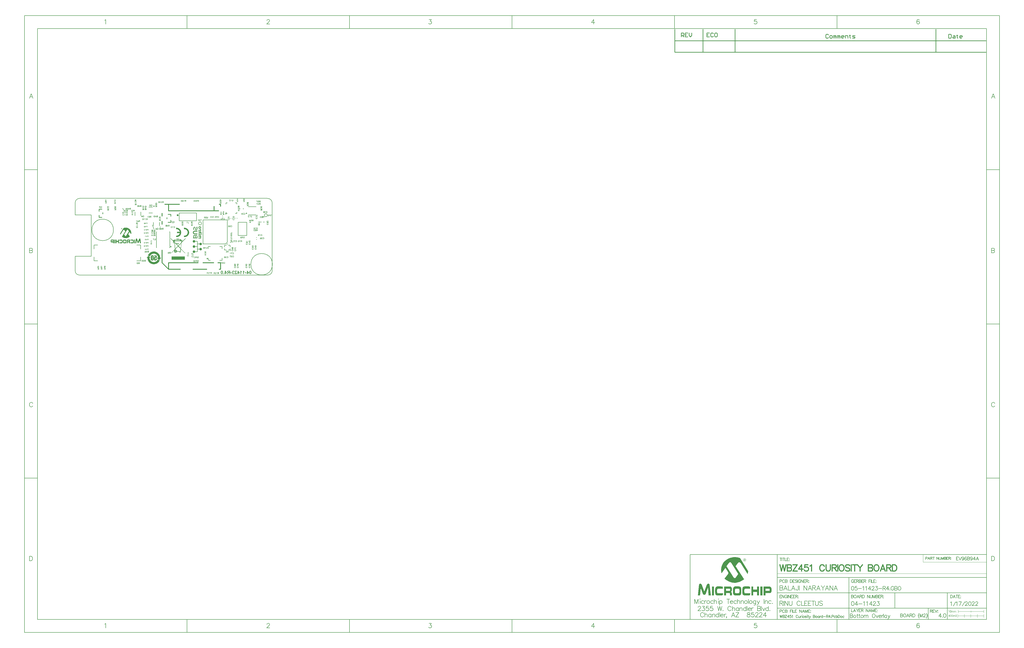
<source format=gbo>
G04*
G04 #@! TF.GenerationSoftware,Altium Limited,Altium Designer,19.1.9 (167)*
G04*
G04 Layer_Color=32896*
%FSLAX43Y43*%
%MOMM*%
G71*
G01*
G75*
%ADD10C,0.356*%
%ADD11C,0.100*%
%ADD12C,0.150*%
%ADD13C,0.254*%
%ADD15C,0.127*%
%ADD16C,0.200*%
%ADD17C,0.305*%
%ADD18C,0.150*%
%ADD22C,0.178*%
%ADD23C,0.180*%
%ADD24C,0.381*%
%ADD222C,0.193*%
%ADD223C,0.387*%
%ADD224C,0.232*%
%ADD225C,0.213*%
%ADD226C,0.271*%
%ADD227C,0.309*%
%ADD228C,0.271*%
%ADD229C,0.174*%
%ADD230C,0.058*%
G36*
X63432Y29865D02*
X63457Y29864D01*
X63480Y29861D01*
X63501Y29858D01*
X63520Y29854D01*
X63538Y29850D01*
X63553Y29846D01*
X63567Y29841D01*
X63579Y29836D01*
X63589Y29831D01*
X63598Y29827D01*
X63605Y29823D01*
X63610Y29820D01*
X63614Y29818D01*
X63616Y29816D01*
X63617Y29815D01*
X63626Y29807D01*
X63635Y29798D01*
X63642Y29788D01*
X63649Y29779D01*
X63654Y29769D01*
X63658Y29759D01*
X63662Y29750D01*
X63665Y29740D01*
X63667Y29731D01*
X63668Y29723D01*
X63670Y29716D01*
X63671Y29710D01*
X63672Y29704D01*
X63672Y29697D01*
X63671Y29684D01*
X63669Y29670D01*
X63667Y29658D01*
X63663Y29647D01*
X63659Y29636D01*
X63655Y29627D01*
X63649Y29618D01*
X63645Y29610D01*
X63640Y29603D01*
X63635Y29597D01*
X63630Y29591D01*
X63626Y29587D01*
X63623Y29584D01*
X63620Y29581D01*
X63619Y29580D01*
X63618Y29579D01*
X63605Y29571D01*
X63590Y29563D01*
X63574Y29555D01*
X63558Y29550D01*
X63540Y29545D01*
X63523Y29541D01*
X63488Y29535D01*
X63471Y29532D01*
X63456Y29531D01*
X63443Y29530D01*
X63430Y29529D01*
X63420Y29529D01*
X63412Y29529D01*
X63408Y29529D01*
X63407Y29529D01*
X63406Y29529D01*
X63379Y29529D01*
X63354Y29531D01*
X63332Y29532D01*
X63310Y29536D01*
X63291Y29539D01*
X63275Y29543D01*
X63260Y29548D01*
X63246Y29552D01*
X63234Y29555D01*
X63224Y29560D01*
X63216Y29564D01*
X63210Y29567D01*
X63204Y29571D01*
X63201Y29573D01*
X63199Y29574D01*
X63198Y29574D01*
X63187Y29583D01*
X63179Y29594D01*
X63171Y29603D01*
X63164Y29613D01*
X63159Y29624D01*
X63154Y29634D01*
X63150Y29644D01*
X63147Y29654D01*
X63145Y29662D01*
X63143Y29671D01*
X63141Y29678D01*
X63141Y29685D01*
X63141Y29690D01*
X63140Y29694D01*
X63140Y29697D01*
X63141Y29711D01*
X63142Y29724D01*
X63145Y29736D01*
X63149Y29747D01*
X63153Y29758D01*
X63157Y29768D01*
X63161Y29777D01*
X63167Y29785D01*
X63172Y29792D01*
X63176Y29797D01*
X63180Y29803D01*
X63185Y29807D01*
X63188Y29811D01*
X63191Y29813D01*
X63192Y29814D01*
X63193Y29815D01*
X63206Y29823D01*
X63221Y29831D01*
X63237Y29838D01*
X63253Y29845D01*
X63271Y29849D01*
X63288Y29853D01*
X63323Y29860D01*
X63340Y29862D01*
X63355Y29864D01*
X63369Y29865D01*
X63382Y29865D01*
X63391Y29866D01*
X63399Y29866D01*
X63404Y29866D01*
X63405Y29866D01*
X63405Y29866D01*
X63432Y29865D01*
X63432Y29865D02*
G37*
G36*
X65899Y29855D02*
X65914Y29853D01*
X65927Y29849D01*
X65938Y29845D01*
X65948Y29840D01*
X65955Y29837D01*
X65959Y29834D01*
X65961Y29833D01*
X65973Y29823D01*
X65983Y29813D01*
X65992Y29802D01*
X65999Y29792D01*
X66004Y29782D01*
X66008Y29774D01*
X66010Y29771D01*
X66011Y29769D01*
X66011Y29768D01*
X66011Y29767D01*
X66018Y29779D01*
X66024Y29790D01*
X66031Y29799D01*
X66038Y29807D01*
X66045Y29812D01*
X66049Y29817D01*
X66053Y29819D01*
X66054Y29820D01*
X66065Y29827D01*
X66076Y29831D01*
X66087Y29834D01*
X66097Y29837D01*
X66106Y29838D01*
X66112Y29839D01*
X66117Y29839D01*
X66118Y29839D01*
X66129Y29838D01*
X66140Y29838D01*
X66158Y29833D01*
X66175Y29827D01*
X66189Y29819D01*
X66200Y29811D01*
X66208Y29804D01*
X66211Y29802D01*
X66213Y29800D01*
X66214Y29799D01*
X66215Y29798D01*
X66221Y29790D01*
X66228Y29781D01*
X66237Y29762D01*
X66244Y29743D01*
X66248Y29725D01*
X66250Y29716D01*
X66252Y29708D01*
X66252Y29701D01*
X66252Y29695D01*
X66253Y29690D01*
X66253Y29683D01*
X66252Y29670D01*
X66252Y29656D01*
X66250Y29644D01*
X66248Y29633D01*
X66244Y29623D01*
X66241Y29613D01*
X66238Y29605D01*
X66234Y29597D01*
X66231Y29590D01*
X66227Y29584D01*
X66224Y29579D01*
X66221Y29575D01*
X66218Y29571D01*
X66217Y29569D01*
X66216Y29568D01*
X66215Y29567D01*
X66208Y29560D01*
X66200Y29554D01*
X66192Y29548D01*
X66184Y29544D01*
X66168Y29536D01*
X66152Y29532D01*
X66139Y29529D01*
X66133Y29529D01*
X66128Y29528D01*
X66124Y29527D01*
X66121Y29527D01*
X66119Y29527D01*
X66118Y29527D01*
X66106Y29528D01*
X66095Y29529D01*
X66084Y29533D01*
X66074Y29536D01*
X66067Y29539D01*
X66061Y29542D01*
X66057Y29544D01*
X66056Y29544D01*
X66045Y29552D01*
X66037Y29560D01*
X66029Y29570D01*
X66023Y29578D01*
X66018Y29587D01*
X66015Y29594D01*
X66012Y29598D01*
X66011Y29599D01*
X66011Y29600D01*
X66003Y29584D01*
X65995Y29571D01*
X65986Y29559D01*
X65977Y29550D01*
X65969Y29543D01*
X65962Y29538D01*
X65958Y29535D01*
X65957Y29534D01*
X65957Y29534D01*
X65943Y29527D01*
X65930Y29522D01*
X65916Y29518D01*
X65904Y29516D01*
X65894Y29514D01*
X65886Y29513D01*
X65883Y29513D01*
X65881Y29513D01*
X65880Y29513D01*
X65879Y29513D01*
X65865Y29514D01*
X65852Y29516D01*
X65839Y29518D01*
X65828Y29522D01*
X65817Y29526D01*
X65807Y29531D01*
X65798Y29536D01*
X65790Y29541D01*
X65783Y29547D01*
X65777Y29552D01*
X65771Y29556D01*
X65767Y29560D01*
X65763Y29564D01*
X65761Y29567D01*
X65759Y29568D01*
X65759Y29569D01*
X65752Y29578D01*
X65747Y29587D01*
X65737Y29607D01*
X65731Y29627D01*
X65726Y29646D01*
X65725Y29654D01*
X65724Y29662D01*
X65722Y29669D01*
X65722Y29675D01*
X65721Y29680D01*
X65721Y29687D01*
X65722Y29701D01*
X65723Y29714D01*
X65725Y29727D01*
X65728Y29739D01*
X65732Y29749D01*
X65736Y29759D01*
X65740Y29769D01*
X65744Y29777D01*
X65747Y29784D01*
X65751Y29791D01*
X65755Y29796D01*
X65759Y29800D01*
X65762Y29804D01*
X65764Y29807D01*
X65765Y29808D01*
X65766Y29809D01*
X65774Y29817D01*
X65784Y29825D01*
X65793Y29830D01*
X65803Y29836D01*
X65813Y29841D01*
X65823Y29845D01*
X65841Y29850D01*
X65850Y29852D01*
X65858Y29853D01*
X65865Y29854D01*
X65871Y29855D01*
X65876Y29856D01*
X65880Y29856D01*
X65882Y29856D01*
X65883Y29856D01*
X65899Y29855D01*
X65899Y29855D02*
G37*
G36*
X60418Y29511D02*
X60446Y29506D01*
X60470Y29498D01*
X60481Y29494D01*
X60491Y29490D01*
X60501Y29486D01*
X60509Y29482D01*
X60516Y29478D01*
X60521Y29474D01*
X60526Y29471D01*
X60529Y29469D01*
X60531Y29468D01*
X60532Y29467D01*
X60542Y29459D01*
X60552Y29449D01*
X60560Y29438D01*
X60568Y29426D01*
X60579Y29401D01*
X60588Y29377D01*
X60592Y29365D01*
X60594Y29355D01*
X60597Y29346D01*
X60598Y29337D01*
X60600Y29330D01*
X60600Y29325D01*
X60601Y29321D01*
X60601Y29320D01*
X60477Y29308D01*
X60475Y29327D01*
X60472Y29344D01*
X60467Y29356D01*
X60464Y29367D01*
X60459Y29376D01*
X60456Y29381D01*
X60453Y29385D01*
X60452Y29386D01*
X60442Y29394D01*
X60432Y29400D01*
X60421Y29404D01*
X60411Y29407D01*
X60403Y29409D01*
X60395Y29410D01*
X60389Y29410D01*
X60375Y29409D01*
X60362Y29406D01*
X60352Y29403D01*
X60343Y29399D01*
X60336Y29394D01*
X60331Y29391D01*
X60328Y29388D01*
X60327Y29387D01*
X60319Y29378D01*
X60314Y29367D01*
X60310Y29356D01*
X60307Y29347D01*
X60305Y29338D01*
X60304Y29330D01*
X60304Y29325D01*
X60304Y29323D01*
X60305Y29309D01*
X60308Y29295D01*
X60312Y29282D01*
X60317Y29270D01*
X60322Y29260D01*
X60326Y29253D01*
X60329Y29249D01*
X60330Y29247D01*
X60334Y29241D01*
X60340Y29234D01*
X60347Y29227D01*
X60355Y29219D01*
X60371Y29201D01*
X60389Y29183D01*
X60406Y29167D01*
X60414Y29159D01*
X60420Y29153D01*
X60426Y29148D01*
X60430Y29144D01*
X60433Y29142D01*
X60434Y29141D01*
X60453Y29123D01*
X60470Y29106D01*
X60485Y29090D01*
X60500Y29075D01*
X60513Y29061D01*
X60524Y29048D01*
X60535Y29037D01*
X60544Y29026D01*
X60551Y29017D01*
X60558Y29008D01*
X60563Y29001D01*
X60568Y28995D01*
X60570Y28990D01*
X60572Y28987D01*
X60574Y28985D01*
X60574Y28984D01*
X60586Y28962D01*
X60595Y28940D01*
X60603Y28920D01*
X60608Y28900D01*
X60612Y28884D01*
X60613Y28877D01*
X60614Y28871D01*
X60615Y28867D01*
X60616Y28863D01*
X60616Y28861D01*
X60616Y28860D01*
X60179Y28860D01*
X60179Y28976D01*
X60428Y28976D01*
X60420Y28989D01*
X60411Y28999D01*
X60408Y29004D01*
X60405Y29007D01*
X60403Y29009D01*
X60402Y29010D01*
X60398Y29014D01*
X60394Y29018D01*
X60383Y29029D01*
X60371Y29040D01*
X60359Y29052D01*
X60347Y29064D01*
X60337Y29073D01*
X60334Y29077D01*
X60331Y29080D01*
X60329Y29081D01*
X60328Y29082D01*
X60307Y29101D01*
X60290Y29118D01*
X60275Y29133D01*
X60264Y29145D01*
X60255Y29153D01*
X60250Y29160D01*
X60247Y29164D01*
X60246Y29165D01*
X60234Y29181D01*
X60223Y29196D01*
X60214Y29210D01*
X60207Y29223D01*
X60202Y29233D01*
X60198Y29241D01*
X60196Y29246D01*
X60195Y29248D01*
X60190Y29262D01*
X60186Y29278D01*
X60183Y29292D01*
X60181Y29305D01*
X60180Y29316D01*
X60179Y29325D01*
X60179Y29330D01*
X60179Y29332D01*
X60180Y29346D01*
X60181Y29359D01*
X60188Y29384D01*
X60197Y29406D01*
X60207Y29425D01*
X60217Y29440D01*
X60222Y29447D01*
X60226Y29452D01*
X60230Y29456D01*
X60233Y29459D01*
X60234Y29460D01*
X60235Y29461D01*
X60246Y29469D01*
X60256Y29478D01*
X60269Y29485D01*
X60281Y29491D01*
X60307Y29500D01*
X60331Y29506D01*
X60343Y29509D01*
X60353Y29510D01*
X60362Y29511D01*
X60370Y29512D01*
X60377Y29513D01*
X60402Y29513D01*
X60418Y29511D01*
X60418Y29511D02*
G37*
G36*
X66119Y29447D02*
X66130Y29446D01*
X66150Y29441D01*
X66168Y29433D01*
X66183Y29426D01*
X66194Y29418D01*
X66200Y29414D01*
X66204Y29410D01*
X66207Y29407D01*
X66210Y29405D01*
X66210Y29404D01*
X66211Y29403D01*
X66218Y29395D01*
X66225Y29386D01*
X66231Y29376D01*
X66236Y29366D01*
X66243Y29345D01*
X66248Y29326D01*
X66250Y29317D01*
X66251Y29309D01*
X66252Y29301D01*
X66252Y29295D01*
X66253Y29289D01*
X66253Y29269D01*
X66252Y29257D01*
X66248Y29235D01*
X66241Y29215D01*
X66238Y29206D01*
X66235Y29198D01*
X66232Y29190D01*
X66229Y29184D01*
X66225Y29178D01*
X66222Y29174D01*
X66220Y29170D01*
X66218Y29168D01*
X66217Y29166D01*
X66217Y29166D01*
X66210Y29158D01*
X66202Y29150D01*
X66193Y29143D01*
X66183Y29137D01*
X66164Y29128D01*
X66145Y29120D01*
X66135Y29117D01*
X66126Y29116D01*
X66119Y29113D01*
X66112Y29112D01*
X66106Y29111D01*
X66103Y29111D01*
X66099Y29110D01*
X66099Y29110D01*
X66089Y29209D01*
X66104Y29211D01*
X66118Y29213D01*
X66128Y29217D01*
X66137Y29220D01*
X66144Y29224D01*
X66148Y29227D01*
X66151Y29229D01*
X66152Y29230D01*
X66158Y29238D01*
X66163Y29246D01*
X66166Y29254D01*
X66168Y29262D01*
X66170Y29269D01*
X66171Y29275D01*
X66171Y29280D01*
X66170Y29291D01*
X66168Y29301D01*
X66165Y29310D01*
X66162Y29317D01*
X66158Y29323D01*
X66156Y29326D01*
X66153Y29329D01*
X66152Y29330D01*
X66145Y29336D01*
X66137Y29340D01*
X66128Y29343D01*
X66120Y29345D01*
X66113Y29347D01*
X66106Y29348D01*
X66103Y29348D01*
X66101Y29348D01*
X66090Y29347D01*
X66079Y29345D01*
X66068Y29342D01*
X66059Y29338D01*
X66051Y29334D01*
X66045Y29330D01*
X66041Y29328D01*
X66040Y29327D01*
X66035Y29324D01*
X66030Y29319D01*
X66024Y29314D01*
X66018Y29307D01*
X66003Y29294D01*
X65989Y29280D01*
X65977Y29266D01*
X65970Y29260D01*
X65965Y29255D01*
X65961Y29250D01*
X65957Y29247D01*
X65956Y29245D01*
X65955Y29244D01*
X65941Y29229D01*
X65927Y29215D01*
X65915Y29203D01*
X65903Y29191D01*
X65892Y29181D01*
X65881Y29172D01*
X65872Y29163D01*
X65863Y29156D01*
X65856Y29151D01*
X65849Y29145D01*
X65843Y29141D01*
X65839Y29137D01*
X65835Y29135D01*
X65832Y29133D01*
X65831Y29132D01*
X65830Y29132D01*
X65812Y29122D01*
X65795Y29115D01*
X65778Y29109D01*
X65763Y29105D01*
X65750Y29101D01*
X65744Y29101D01*
X65740Y29100D01*
X65736Y29099D01*
X65733Y29098D01*
X65732Y29098D01*
X65731Y29098D01*
X65731Y29448D01*
X65824Y29448D01*
X65824Y29249D01*
X65834Y29255D01*
X65842Y29262D01*
X65846Y29265D01*
X65848Y29267D01*
X65850Y29269D01*
X65851Y29269D01*
X65854Y29273D01*
X65857Y29276D01*
X65866Y29284D01*
X65875Y29294D01*
X65885Y29304D01*
X65894Y29314D01*
X65901Y29322D01*
X65904Y29324D01*
X65907Y29326D01*
X65908Y29328D01*
X65908Y29329D01*
X65923Y29345D01*
X65937Y29359D01*
X65949Y29371D01*
X65958Y29380D01*
X65965Y29387D01*
X65971Y29391D01*
X65974Y29394D01*
X65975Y29395D01*
X65988Y29404D01*
X65999Y29413D01*
X66011Y29420D01*
X66021Y29426D01*
X66029Y29429D01*
X66035Y29433D01*
X66039Y29434D01*
X66041Y29435D01*
X66053Y29439D01*
X66065Y29442D01*
X66076Y29445D01*
X66087Y29446D01*
X66095Y29447D01*
X66103Y29448D01*
X66106Y29448D01*
X66108Y29448D01*
X66119Y29447D01*
X66119Y29447D02*
G37*
G36*
X60896Y29491D02*
X60908Y29471D01*
X60921Y29454D01*
X60934Y29439D01*
X60947Y29426D01*
X60957Y29417D01*
X60960Y29414D01*
X60963Y29411D01*
X60965Y29410D01*
X60966Y29409D01*
X60987Y29393D01*
X61006Y29381D01*
X61024Y29370D01*
X61040Y29362D01*
X61053Y29355D01*
X61063Y29352D01*
X61067Y29351D01*
X61070Y29350D01*
X61071Y29349D01*
X61072Y29349D01*
X61072Y29236D01*
X61038Y29249D01*
X61007Y29263D01*
X60981Y29278D01*
X60968Y29286D01*
X60957Y29294D01*
X60946Y29301D01*
X60937Y29308D01*
X60929Y29314D01*
X60922Y29319D01*
X60917Y29324D01*
X60913Y29327D01*
X60911Y29329D01*
X60910Y29330D01*
X60910Y28860D01*
X60785Y28860D01*
X60785Y29513D01*
X60887Y29513D01*
X60896Y29491D01*
X60896Y29491D02*
G37*
G36*
X42058Y29366D02*
X42085Y29361D01*
X42110Y29353D01*
X42121Y29349D01*
X42131Y29345D01*
X42141Y29341D01*
X42149Y29337D01*
X42156Y29333D01*
X42161Y29329D01*
X42166Y29326D01*
X42169Y29324D01*
X42170Y29323D01*
X42171Y29322D01*
X42181Y29313D01*
X42191Y29304D01*
X42199Y29293D01*
X42207Y29281D01*
X42219Y29256D01*
X42228Y29232D01*
X42232Y29220D01*
X42234Y29209D01*
X42237Y29201D01*
X42238Y29192D01*
X42240Y29185D01*
X42240Y29180D01*
X42241Y29176D01*
X42241Y29175D01*
X42117Y29163D01*
X42115Y29182D01*
X42112Y29199D01*
X42107Y29211D01*
X42103Y29222D01*
X42098Y29231D01*
X42095Y29236D01*
X42092Y29240D01*
X42091Y29241D01*
X42081Y29249D01*
X42071Y29255D01*
X42061Y29259D01*
X42051Y29262D01*
X42043Y29264D01*
X42035Y29265D01*
X42029Y29265D01*
X42015Y29264D01*
X42002Y29261D01*
X41991Y29258D01*
X41982Y29254D01*
X41975Y29249D01*
X41970Y29246D01*
X41967Y29243D01*
X41966Y29242D01*
X41958Y29233D01*
X41954Y29222D01*
X41950Y29211D01*
X41947Y29202D01*
X41945Y29193D01*
X41944Y29185D01*
X41944Y29180D01*
X41944Y29178D01*
X41945Y29164D01*
X41948Y29150D01*
X41952Y29137D01*
X41957Y29125D01*
X41961Y29115D01*
X41965Y29108D01*
X41968Y29103D01*
X41969Y29101D01*
X41973Y29096D01*
X41979Y29089D01*
X41986Y29082D01*
X41994Y29074D01*
X42011Y29056D01*
X42029Y29038D01*
X42046Y29022D01*
X42054Y29014D01*
X42060Y29008D01*
X42065Y29003D01*
X42069Y28998D01*
X42072Y28996D01*
X42073Y28996D01*
X42092Y28978D01*
X42110Y28961D01*
X42125Y28945D01*
X42140Y28930D01*
X42153Y28916D01*
X42164Y28903D01*
X42174Y28891D01*
X42183Y28881D01*
X42190Y28872D01*
X42197Y28863D01*
X42202Y28856D01*
X42207Y28850D01*
X42210Y28845D01*
X42212Y28842D01*
X42214Y28840D01*
X42214Y28839D01*
X42226Y28817D01*
X42235Y28795D01*
X42243Y28775D01*
X42248Y28755D01*
X42252Y28739D01*
X42253Y28732D01*
X42254Y28726D01*
X42255Y28722D01*
X42256Y28718D01*
X42256Y28716D01*
X42256Y28715D01*
X41819Y28715D01*
X41819Y28831D01*
X42067Y28831D01*
X42060Y28844D01*
X42051Y28854D01*
X42048Y28859D01*
X42045Y28862D01*
X42043Y28864D01*
X42042Y28865D01*
X42038Y28869D01*
X42034Y28873D01*
X42023Y28884D01*
X42011Y28895D01*
X41998Y28907D01*
X41986Y28919D01*
X41976Y28928D01*
X41973Y28932D01*
X41970Y28935D01*
X41968Y28936D01*
X41967Y28937D01*
X41947Y28956D01*
X41930Y28973D01*
X41915Y28988D01*
X41904Y28999D01*
X41895Y29008D01*
X41889Y29015D01*
X41886Y29019D01*
X41885Y29020D01*
X41873Y29036D01*
X41862Y29051D01*
X41854Y29065D01*
X41847Y29078D01*
X41842Y29088D01*
X41838Y29096D01*
X41836Y29101D01*
X41835Y29102D01*
X41830Y29117D01*
X41826Y29133D01*
X41823Y29147D01*
X41821Y29160D01*
X41820Y29171D01*
X41819Y29180D01*
X41819Y29185D01*
X41819Y29187D01*
X41820Y29201D01*
X41821Y29214D01*
X41828Y29239D01*
X41837Y29261D01*
X41847Y29280D01*
X41856Y29295D01*
X41861Y29302D01*
X41865Y29307D01*
X41869Y29311D01*
X41872Y29313D01*
X41873Y29314D01*
X41874Y29315D01*
X41885Y29324D01*
X41896Y29333D01*
X41909Y29340D01*
X41921Y29346D01*
X41947Y29355D01*
X41970Y29361D01*
X41982Y29364D01*
X41992Y29365D01*
X42002Y29366D01*
X42010Y29367D01*
X42017Y29368D01*
X42042Y29368D01*
X42058Y29366D01*
X42058Y29366D02*
G37*
G36*
X46569Y29321D02*
X46587Y29319D01*
X46603Y29315D01*
X46618Y29312D01*
X46630Y29309D01*
X46639Y29305D01*
X46645Y29303D01*
X46646Y29302D01*
X46647Y29302D01*
X46662Y29294D01*
X46676Y29285D01*
X46686Y29276D01*
X46696Y29267D01*
X46704Y29258D01*
X46709Y29252D01*
X46713Y29248D01*
X46714Y29246D01*
X46722Y29232D01*
X46730Y29216D01*
X46736Y29201D01*
X46741Y29186D01*
X46745Y29172D01*
X46748Y29161D01*
X46749Y29157D01*
X46749Y29154D01*
X46750Y29152D01*
X46750Y29151D01*
X46635Y29132D01*
X46633Y29147D01*
X46629Y29160D01*
X46625Y29171D01*
X46620Y29181D01*
X46615Y29188D01*
X46612Y29193D01*
X46609Y29196D01*
X46608Y29197D01*
X46599Y29204D01*
X46589Y29209D01*
X46580Y29213D01*
X46572Y29216D01*
X46564Y29218D01*
X46558Y29219D01*
X46553Y29219D01*
X46541Y29218D01*
X46530Y29216D01*
X46521Y29213D01*
X46513Y29209D01*
X46507Y29205D01*
X46503Y29202D01*
X46500Y29201D01*
X46499Y29200D01*
X46492Y29192D01*
X46487Y29183D01*
X46484Y29174D01*
X46481Y29166D01*
X46480Y29159D01*
X46479Y29153D01*
X46479Y29148D01*
X46479Y29147D01*
X46480Y29133D01*
X46483Y29121D01*
X46488Y29110D01*
X46493Y29101D01*
X46498Y29095D01*
X46503Y29089D01*
X46506Y29086D01*
X46507Y29085D01*
X46518Y29078D01*
X46531Y29072D01*
X46544Y29068D01*
X46556Y29066D01*
X46567Y29065D01*
X46577Y29064D01*
X46584Y29064D01*
X46598Y28963D01*
X46586Y28966D01*
X46576Y28969D01*
X46566Y28971D01*
X46558Y28972D01*
X46551Y28973D01*
X46542Y28973D01*
X46529Y28972D01*
X46517Y28969D01*
X46506Y28964D01*
X46497Y28959D01*
X46489Y28954D01*
X46484Y28949D01*
X46480Y28946D01*
X46479Y28945D01*
X46471Y28934D01*
X46465Y28921D01*
X46460Y28909D01*
X46457Y28897D01*
X46455Y28886D01*
X46454Y28878D01*
X46454Y28872D01*
X46454Y28871D01*
X46454Y28870D01*
X46455Y28852D01*
X46458Y28836D01*
X46463Y28822D01*
X46467Y28810D01*
X46472Y28801D01*
X46476Y28795D01*
X46479Y28790D01*
X46480Y28789D01*
X46491Y28780D01*
X46502Y28773D01*
X46513Y28768D01*
X46523Y28765D01*
X46532Y28763D01*
X46539Y28761D01*
X46546Y28761D01*
X46559Y28762D01*
X46571Y28765D01*
X46580Y28769D01*
X46589Y28773D01*
X46597Y28777D01*
X46602Y28781D01*
X46606Y28783D01*
X46607Y28784D01*
X46616Y28794D01*
X46623Y28806D01*
X46628Y28818D01*
X46632Y28829D01*
X46635Y28840D01*
X46637Y28848D01*
X46638Y28854D01*
X46638Y28855D01*
X46638Y28856D01*
X46759Y28841D01*
X46757Y28826D01*
X46754Y28811D01*
X46745Y28785D01*
X46734Y28763D01*
X46722Y28744D01*
X46716Y28736D01*
X46711Y28729D01*
X46706Y28722D01*
X46701Y28717D01*
X46697Y28713D01*
X46694Y28710D01*
X46693Y28709D01*
X46692Y28708D01*
X46682Y28699D01*
X46670Y28691D01*
X46657Y28684D01*
X46645Y28679D01*
X46620Y28670D01*
X46596Y28664D01*
X46586Y28662D01*
X46577Y28661D01*
X46568Y28660D01*
X46560Y28659D01*
X46554Y28658D01*
X46545Y28658D01*
X46528Y28659D01*
X46511Y28661D01*
X46496Y28664D01*
X46481Y28668D01*
X46468Y28672D01*
X46455Y28676D01*
X46443Y28682D01*
X46432Y28688D01*
X46422Y28693D01*
X46414Y28699D01*
X46406Y28704D01*
X46400Y28709D01*
X46395Y28712D01*
X46392Y28715D01*
X46390Y28717D01*
X46389Y28718D01*
X46378Y28730D01*
X46368Y28742D01*
X46360Y28754D01*
X46353Y28767D01*
X46347Y28779D01*
X46342Y28790D01*
X46334Y28813D01*
X46331Y28824D01*
X46329Y28834D01*
X46328Y28842D01*
X46327Y28850D01*
X46326Y28856D01*
X46326Y28860D01*
X46326Y28863D01*
X46326Y28864D01*
X46327Y28886D01*
X46331Y28904D01*
X46337Y28922D01*
X46343Y28937D01*
X46349Y28949D01*
X46355Y28958D01*
X46359Y28963D01*
X46360Y28965D01*
X46373Y28979D01*
X46387Y28991D01*
X46402Y29000D01*
X46417Y29007D01*
X46429Y29012D01*
X46440Y29016D01*
X46444Y29017D01*
X46446Y29017D01*
X46448Y29018D01*
X46449Y29018D01*
X46432Y29028D01*
X46418Y29039D01*
X46405Y29050D01*
X46394Y29062D01*
X46385Y29073D01*
X46377Y29085D01*
X46371Y29096D01*
X46367Y29106D01*
X46363Y29116D01*
X46360Y29125D01*
X46358Y29133D01*
X46356Y29141D01*
X46356Y29147D01*
X46355Y29151D01*
X46355Y29154D01*
X46355Y29155D01*
X46355Y29166D01*
X46357Y29177D01*
X46362Y29198D01*
X46369Y29215D01*
X46377Y29231D01*
X46386Y29245D01*
X46394Y29255D01*
X46397Y29258D01*
X46399Y29261D01*
X46400Y29262D01*
X46401Y29263D01*
X46412Y29274D01*
X46423Y29283D01*
X46436Y29291D01*
X46448Y29298D01*
X46460Y29304D01*
X46472Y29308D01*
X46495Y29315D01*
X46506Y29317D01*
X46517Y29319D01*
X46526Y29320D01*
X46534Y29321D01*
X46540Y29322D01*
X46549Y29322D01*
X46569Y29321D01*
X46569Y29321D02*
G37*
G36*
X41718Y29017D02*
X41618Y29003D01*
X41610Y29011D01*
X41601Y29019D01*
X41585Y29031D01*
X41568Y29039D01*
X41553Y29045D01*
X41540Y29049D01*
X41530Y29050D01*
X41526Y29051D01*
X41521Y29051D01*
X41506Y29050D01*
X41492Y29046D01*
X41480Y29041D01*
X41470Y29036D01*
X41462Y29030D01*
X41456Y29025D01*
X41452Y29021D01*
X41451Y29020D01*
X41442Y29008D01*
X41435Y28994D01*
X41431Y28979D01*
X41427Y28964D01*
X41425Y28951D01*
X41424Y28940D01*
X41424Y28936D01*
X41424Y28933D01*
X41424Y28931D01*
X41424Y28930D01*
X41425Y28908D01*
X41428Y28889D01*
X41432Y28873D01*
X41437Y28859D01*
X41442Y28849D01*
X41447Y28841D01*
X41450Y28837D01*
X41451Y28835D01*
X41462Y28824D01*
X41473Y28817D01*
X41484Y28811D01*
X41495Y28807D01*
X41504Y28805D01*
X41511Y28804D01*
X41516Y28803D01*
X41518Y28803D01*
X41530Y28804D01*
X41541Y28807D01*
X41551Y28811D01*
X41560Y28815D01*
X41568Y28819D01*
X41573Y28823D01*
X41577Y28826D01*
X41578Y28827D01*
X41587Y28837D01*
X41594Y28848D01*
X41599Y28860D01*
X41603Y28870D01*
X41606Y28880D01*
X41608Y28888D01*
X41609Y28892D01*
X41609Y28894D01*
X41733Y28882D01*
X41730Y28867D01*
X41727Y28853D01*
X41718Y28826D01*
X41707Y28804D01*
X41695Y28785D01*
X41689Y28778D01*
X41684Y28771D01*
X41679Y28765D01*
X41674Y28760D01*
X41670Y28756D01*
X41667Y28753D01*
X41666Y28752D01*
X41665Y28751D01*
X41654Y28743D01*
X41643Y28735D01*
X41619Y28723D01*
X41594Y28715D01*
X41571Y28709D01*
X41560Y28707D01*
X41550Y28706D01*
X41541Y28704D01*
X41534Y28704D01*
X41528Y28703D01*
X41519Y28703D01*
X41498Y28704D01*
X41479Y28707D01*
X41460Y28711D01*
X41443Y28716D01*
X41428Y28723D01*
X41414Y28730D01*
X41400Y28738D01*
X41388Y28746D01*
X41378Y28754D01*
X41368Y28762D01*
X41360Y28769D01*
X41354Y28776D01*
X41349Y28781D01*
X41345Y28785D01*
X41343Y28787D01*
X41342Y28788D01*
X41334Y28800D01*
X41326Y28813D01*
X41316Y28838D01*
X41307Y28862D01*
X41302Y28885D01*
X41300Y28894D01*
X41298Y28903D01*
X41297Y28911D01*
X41297Y28918D01*
X41296Y28924D01*
X41296Y28928D01*
X41296Y28931D01*
X41296Y28932D01*
X41297Y28950D01*
X41299Y28967D01*
X41301Y28983D01*
X41305Y28997D01*
X41310Y29011D01*
X41315Y29024D01*
X41320Y29036D01*
X41325Y29047D01*
X41330Y29057D01*
X41335Y29066D01*
X41340Y29073D01*
X41345Y29079D01*
X41349Y29084D01*
X41351Y29087D01*
X41353Y29089D01*
X41354Y29090D01*
X41365Y29101D01*
X41377Y29109D01*
X41389Y29117D01*
X41401Y29124D01*
X41413Y29130D01*
X41424Y29135D01*
X41446Y29142D01*
X41456Y29145D01*
X41465Y29147D01*
X41474Y29148D01*
X41481Y29149D01*
X41487Y29150D01*
X41495Y29150D01*
X41511Y29149D01*
X41527Y29147D01*
X41541Y29143D01*
X41553Y29140D01*
X41564Y29136D01*
X41573Y29132D01*
X41578Y29130D01*
X41580Y29129D01*
X41560Y29239D01*
X41325Y29239D01*
X41325Y29356D01*
X41654Y29356D01*
X41718Y29017D01*
X41718Y29017D02*
G37*
G36*
X63322Y29466D02*
X63337Y29463D01*
X63351Y29458D01*
X63363Y29453D01*
X63373Y29448D01*
X63380Y29444D01*
X63384Y29441D01*
X63386Y29440D01*
X63397Y29429D01*
X63406Y29418D01*
X63414Y29406D01*
X63420Y29394D01*
X63424Y29384D01*
X63427Y29376D01*
X63428Y29372D01*
X63428Y29371D01*
X63428Y29369D01*
X63428Y29368D01*
X63436Y29382D01*
X63445Y29393D01*
X63454Y29403D01*
X63463Y29412D01*
X63472Y29419D01*
X63481Y29426D01*
X63490Y29430D01*
X63499Y29434D01*
X63507Y29437D01*
X63514Y29440D01*
X63520Y29441D01*
X63527Y29443D01*
X63531Y29443D01*
X63535Y29444D01*
X63537Y29444D01*
X63538Y29444D01*
X63546Y29444D01*
X63555Y29442D01*
X63572Y29438D01*
X63586Y29432D01*
X63599Y29426D01*
X63610Y29418D01*
X63618Y29412D01*
X63620Y29410D01*
X63623Y29408D01*
X63623Y29407D01*
X63624Y29406D01*
X63633Y29398D01*
X63640Y29389D01*
X63646Y29379D01*
X63652Y29369D01*
X63657Y29360D01*
X63660Y29349D01*
X63666Y29331D01*
X63668Y29322D01*
X63669Y29314D01*
X63670Y29307D01*
X63671Y29300D01*
X63672Y29296D01*
X63672Y29288D01*
X63671Y29273D01*
X63669Y29257D01*
X63666Y29245D01*
X63664Y29233D01*
X63661Y29223D01*
X63657Y29216D01*
X63656Y29212D01*
X63655Y29211D01*
X63655Y29210D01*
X63649Y29198D01*
X63642Y29187D01*
X63634Y29178D01*
X63627Y29170D01*
X63620Y29164D01*
X63615Y29160D01*
X63612Y29157D01*
X63611Y29156D01*
X63600Y29150D01*
X63587Y29143D01*
X63574Y29139D01*
X63562Y29135D01*
X63551Y29131D01*
X63542Y29129D01*
X63539Y29128D01*
X63537Y29128D01*
X63535Y29128D01*
X63535Y29128D01*
X63519Y29219D01*
X63531Y29221D01*
X63542Y29224D01*
X63550Y29227D01*
X63558Y29231D01*
X63564Y29235D01*
X63568Y29238D01*
X63570Y29240D01*
X63571Y29241D01*
X63577Y29248D01*
X63581Y29256D01*
X63584Y29263D01*
X63587Y29270D01*
X63588Y29277D01*
X63589Y29281D01*
X63589Y29285D01*
X63588Y29295D01*
X63587Y29303D01*
X63584Y29311D01*
X63581Y29317D01*
X63578Y29322D01*
X63576Y29325D01*
X63574Y29327D01*
X63573Y29328D01*
X63567Y29334D01*
X63560Y29338D01*
X63553Y29340D01*
X63546Y29342D01*
X63541Y29343D01*
X63536Y29344D01*
X63532Y29344D01*
X63531Y29344D01*
X63520Y29343D01*
X63511Y29341D01*
X63502Y29337D01*
X63495Y29333D01*
X63489Y29329D01*
X63485Y29325D01*
X63482Y29322D01*
X63481Y29322D01*
X63476Y29313D01*
X63471Y29303D01*
X63468Y29292D01*
X63466Y29283D01*
X63466Y29274D01*
X63465Y29266D01*
X63465Y29260D01*
X63384Y29249D01*
X63386Y29258D01*
X63389Y29267D01*
X63390Y29275D01*
X63391Y29281D01*
X63392Y29287D01*
X63392Y29294D01*
X63391Y29304D01*
X63389Y29314D01*
X63385Y29322D01*
X63381Y29330D01*
X63377Y29336D01*
X63373Y29340D01*
X63370Y29343D01*
X63370Y29344D01*
X63361Y29351D01*
X63351Y29356D01*
X63341Y29360D01*
X63332Y29362D01*
X63323Y29364D01*
X63316Y29364D01*
X63311Y29364D01*
X63310Y29364D01*
X63309Y29364D01*
X63295Y29364D01*
X63283Y29361D01*
X63271Y29357D01*
X63262Y29354D01*
X63255Y29350D01*
X63250Y29346D01*
X63246Y29344D01*
X63245Y29343D01*
X63237Y29334D01*
X63232Y29326D01*
X63228Y29317D01*
X63225Y29309D01*
X63224Y29302D01*
X63222Y29296D01*
X63222Y29291D01*
X63223Y29280D01*
X63225Y29271D01*
X63229Y29263D01*
X63232Y29256D01*
X63235Y29250D01*
X63238Y29246D01*
X63241Y29242D01*
X63241Y29242D01*
X63249Y29235D01*
X63259Y29229D01*
X63268Y29225D01*
X63277Y29222D01*
X63286Y29219D01*
X63292Y29218D01*
X63297Y29217D01*
X63298Y29217D01*
X63298Y29217D01*
X63286Y29120D01*
X63275Y29122D01*
X63263Y29124D01*
X63242Y29131D01*
X63224Y29140D01*
X63209Y29150D01*
X63202Y29154D01*
X63197Y29158D01*
X63191Y29162D01*
X63187Y29166D01*
X63184Y29170D01*
X63182Y29172D01*
X63181Y29173D01*
X63180Y29174D01*
X63173Y29182D01*
X63167Y29192D01*
X63161Y29202D01*
X63157Y29212D01*
X63149Y29231D01*
X63145Y29250D01*
X63143Y29258D01*
X63142Y29266D01*
X63141Y29273D01*
X63141Y29280D01*
X63140Y29284D01*
X63140Y29292D01*
X63141Y29305D01*
X63142Y29319D01*
X63145Y29330D01*
X63148Y29342D01*
X63151Y29353D01*
X63155Y29364D01*
X63160Y29373D01*
X63164Y29382D01*
X63168Y29390D01*
X63173Y29396D01*
X63177Y29403D01*
X63181Y29407D01*
X63183Y29411D01*
X63186Y29414D01*
X63187Y29415D01*
X63188Y29416D01*
X63198Y29425D01*
X63207Y29433D01*
X63217Y29440D01*
X63227Y29445D01*
X63237Y29450D01*
X63246Y29454D01*
X63264Y29460D01*
X63273Y29463D01*
X63281Y29464D01*
X63287Y29465D01*
X63294Y29466D01*
X63298Y29467D01*
X63302Y29467D01*
X63304Y29467D01*
X63305Y29467D01*
X63322Y29466D01*
X63322Y29466D02*
G37*
G36*
X47077Y29320D02*
X47104Y29315D01*
X47129Y29308D01*
X47140Y29304D01*
X47150Y29300D01*
X47160Y29296D01*
X47168Y29292D01*
X47175Y29288D01*
X47180Y29284D01*
X47185Y29281D01*
X47188Y29279D01*
X47190Y29278D01*
X47191Y29277D01*
X47201Y29268D01*
X47210Y29258D01*
X47218Y29247D01*
X47226Y29235D01*
X47238Y29210D01*
X47247Y29187D01*
X47251Y29175D01*
X47253Y29164D01*
X47256Y29155D01*
X47257Y29146D01*
X47259Y29139D01*
X47259Y29134D01*
X47260Y29130D01*
X47260Y29129D01*
X47136Y29117D01*
X47134Y29136D01*
X47131Y29153D01*
X47126Y29166D01*
X47122Y29177D01*
X47117Y29186D01*
X47114Y29191D01*
X47111Y29195D01*
X47110Y29196D01*
X47101Y29203D01*
X47091Y29209D01*
X47080Y29213D01*
X47070Y29216D01*
X47062Y29218D01*
X47054Y29219D01*
X47048Y29219D01*
X47034Y29218D01*
X47021Y29215D01*
X47010Y29212D01*
X47001Y29208D01*
X46995Y29203D01*
X46990Y29201D01*
X46987Y29198D01*
X46986Y29197D01*
X46978Y29188D01*
X46973Y29177D01*
X46969Y29166D01*
X46966Y29156D01*
X46964Y29147D01*
X46963Y29139D01*
X46963Y29134D01*
X46963Y29132D01*
X46964Y29118D01*
X46967Y29104D01*
X46971Y29092D01*
X46976Y29080D01*
X46981Y29070D01*
X46985Y29063D01*
X46988Y29058D01*
X46989Y29056D01*
X46993Y29050D01*
X46999Y29043D01*
X47005Y29036D01*
X47013Y29028D01*
X47030Y29010D01*
X47048Y28992D01*
X47065Y28977D01*
X47073Y28969D01*
X47079Y28963D01*
X47085Y28958D01*
X47089Y28953D01*
X47092Y28951D01*
X47093Y28950D01*
X47111Y28932D01*
X47129Y28915D01*
X47144Y28899D01*
X47159Y28885D01*
X47172Y28871D01*
X47183Y28858D01*
X47194Y28846D01*
X47203Y28835D01*
X47209Y28826D01*
X47216Y28817D01*
X47221Y28810D01*
X47226Y28804D01*
X47229Y28799D01*
X47231Y28796D01*
X47233Y28794D01*
X47233Y28793D01*
X47245Y28772D01*
X47254Y28750D01*
X47262Y28729D01*
X47267Y28709D01*
X47271Y28693D01*
X47272Y28686D01*
X47273Y28680D01*
X47274Y28676D01*
X47275Y28673D01*
X47275Y28671D01*
X47275Y28670D01*
X46838Y28670D01*
X46838Y28785D01*
X47087Y28785D01*
X47079Y28798D01*
X47070Y28808D01*
X47067Y28813D01*
X47064Y28816D01*
X47062Y28818D01*
X47061Y28819D01*
X47057Y28823D01*
X47053Y28827D01*
X47042Y28838D01*
X47030Y28850D01*
X47017Y28862D01*
X47005Y28874D01*
X46996Y28883D01*
X46993Y28886D01*
X46990Y28889D01*
X46988Y28890D01*
X46987Y28891D01*
X46966Y28910D01*
X46949Y28927D01*
X46934Y28942D01*
X46923Y28954D01*
X46914Y28963D01*
X46908Y28970D01*
X46905Y28974D01*
X46904Y28975D01*
X46893Y28991D01*
X46882Y29005D01*
X46873Y29019D01*
X46866Y29032D01*
X46861Y29042D01*
X46857Y29050D01*
X46855Y29055D01*
X46854Y29057D01*
X46849Y29072D01*
X46845Y29088D01*
X46842Y29101D01*
X46840Y29114D01*
X46839Y29125D01*
X46838Y29134D01*
X46838Y29139D01*
X46838Y29141D01*
X46839Y29155D01*
X46840Y29169D01*
X46847Y29194D01*
X46856Y29215D01*
X46866Y29234D01*
X46876Y29249D01*
X46881Y29256D01*
X46885Y29261D01*
X46889Y29265D01*
X46892Y29268D01*
X46893Y29269D01*
X46894Y29270D01*
X46904Y29279D01*
X46915Y29288D01*
X46928Y29295D01*
X46940Y29301D01*
X46966Y29309D01*
X46990Y29315D01*
X47001Y29318D01*
X47011Y29319D01*
X47021Y29320D01*
X47029Y29321D01*
X47036Y29322D01*
X47061Y29322D01*
X47077Y29320D01*
X47077Y29320D02*
G37*
G36*
X56821Y29537D02*
X56851Y29535D01*
X56878Y29532D01*
X56903Y29528D01*
X56925Y29523D01*
X56946Y29518D01*
X56965Y29512D01*
X56981Y29506D01*
X56996Y29500D01*
X57008Y29494D01*
X57019Y29489D01*
X57026Y29484D01*
X57033Y29480D01*
X57037Y29477D01*
X57040Y29475D01*
X57041Y29475D01*
X57055Y29463D01*
X57067Y29450D01*
X57077Y29436D01*
X57086Y29422D01*
X57094Y29409D01*
X57100Y29395D01*
X57105Y29382D01*
X57109Y29369D01*
X57112Y29358D01*
X57115Y29347D01*
X57117Y29337D01*
X57118Y29329D01*
X57119Y29322D01*
X57119Y29312D01*
X57118Y29295D01*
X57116Y29279D01*
X57113Y29264D01*
X57109Y29251D01*
X57105Y29237D01*
X57099Y29225D01*
X57094Y29213D01*
X57088Y29203D01*
X57082Y29194D01*
X57077Y29186D01*
X57071Y29179D01*
X57067Y29173D01*
X57063Y29168D01*
X57060Y29165D01*
X57058Y29163D01*
X57057Y29162D01*
X57045Y29153D01*
X57033Y29144D01*
X57020Y29136D01*
X57007Y29129D01*
X56994Y29123D01*
X56980Y29118D01*
X56955Y29111D01*
X56943Y29109D01*
X56932Y29107D01*
X56922Y29106D01*
X56914Y29105D01*
X56908Y29104D01*
X56902Y29104D01*
X56899Y29104D01*
X56898Y29104D01*
X56880Y29105D01*
X56864Y29106D01*
X56833Y29113D01*
X56819Y29117D01*
X56807Y29122D01*
X56796Y29127D01*
X56785Y29132D01*
X56775Y29137D01*
X56767Y29142D01*
X56760Y29147D01*
X56754Y29151D01*
X56749Y29155D01*
X56746Y29157D01*
X56744Y29158D01*
X56743Y29159D01*
X56733Y29170D01*
X56724Y29181D01*
X56716Y29192D01*
X56709Y29203D01*
X56703Y29215D01*
X56699Y29226D01*
X56692Y29247D01*
X56688Y29264D01*
X56687Y29271D01*
X56686Y29278D01*
X56685Y29284D01*
X56685Y29291D01*
X56686Y29304D01*
X56687Y29317D01*
X56694Y29340D01*
X56701Y29360D01*
X56712Y29376D01*
X56722Y29390D01*
X56730Y29400D01*
X56734Y29404D01*
X56737Y29407D01*
X56738Y29408D01*
X56739Y29409D01*
X56719Y29407D01*
X56701Y29405D01*
X56684Y29403D01*
X56669Y29400D01*
X56655Y29397D01*
X56643Y29394D01*
X56633Y29391D01*
X56623Y29389D01*
X56615Y29386D01*
X56608Y29383D01*
X56603Y29381D01*
X56598Y29378D01*
X56596Y29377D01*
X56594Y29375D01*
X56592Y29374D01*
X56580Y29364D01*
X56572Y29353D01*
X56566Y29342D01*
X56561Y29332D01*
X56559Y29323D01*
X56558Y29316D01*
X56557Y29311D01*
X56557Y29309D01*
X56558Y29298D01*
X56560Y29288D01*
X56562Y29280D01*
X56566Y29272D01*
X56569Y29267D01*
X56571Y29263D01*
X56573Y29261D01*
X56574Y29260D01*
X56582Y29254D01*
X56590Y29249D01*
X56599Y29245D01*
X56608Y29242D01*
X56616Y29240D01*
X56623Y29239D01*
X56627Y29238D01*
X56629Y29238D01*
X56615Y29117D01*
X56588Y29123D01*
X56563Y29132D01*
X56542Y29142D01*
X56525Y29152D01*
X56511Y29160D01*
X56502Y29168D01*
X56496Y29174D01*
X56495Y29176D01*
X56494Y29176D01*
X56481Y29195D01*
X56471Y29216D01*
X56464Y29237D01*
X56459Y29257D01*
X56456Y29273D01*
X56455Y29281D01*
X56455Y29287D01*
X56454Y29293D01*
X56454Y29300D01*
X56455Y29319D01*
X56457Y29338D01*
X56461Y29355D01*
X56466Y29371D01*
X56472Y29386D01*
X56479Y29400D01*
X56486Y29413D01*
X56493Y29425D01*
X56500Y29436D01*
X56507Y29445D01*
X56514Y29453D01*
X56520Y29460D01*
X56525Y29465D01*
X56529Y29469D01*
X56531Y29471D01*
X56532Y29472D01*
X56548Y29483D01*
X56566Y29493D01*
X56586Y29502D01*
X56605Y29510D01*
X56627Y29516D01*
X56648Y29522D01*
X56691Y29530D01*
X56710Y29532D01*
X56729Y29534D01*
X56746Y29536D01*
X56761Y29537D01*
X56773Y29538D01*
X56782Y29538D01*
X56788Y29538D01*
X56790Y29538D01*
X56821Y29537D01*
X56821Y29537D02*
G37*
G36*
X42536Y29346D02*
X42548Y29326D01*
X42561Y29309D01*
X42574Y29294D01*
X42587Y29281D01*
X42596Y29272D01*
X42599Y29269D01*
X42602Y29266D01*
X42604Y29265D01*
X42605Y29264D01*
X42626Y29248D01*
X42646Y29236D01*
X42664Y29225D01*
X42680Y29217D01*
X42693Y29210D01*
X42702Y29206D01*
X42706Y29205D01*
X42709Y29205D01*
X42710Y29204D01*
X42711Y29204D01*
X42711Y29091D01*
X42678Y29103D01*
X42647Y29118D01*
X42620Y29133D01*
X42607Y29141D01*
X42596Y29149D01*
X42586Y29156D01*
X42577Y29163D01*
X42569Y29169D01*
X42562Y29174D01*
X42557Y29179D01*
X42553Y29182D01*
X42551Y29184D01*
X42550Y29185D01*
X42550Y28715D01*
X42425Y28715D01*
X42425Y29368D01*
X42527Y29368D01*
X42536Y29346D01*
X42536Y29346D02*
G37*
G36*
X11903Y29430D02*
X12275Y29430D01*
X12275Y29336D01*
X11902Y29082D01*
X11805Y29082D01*
X11805Y29322D01*
X11688Y29322D01*
X11688Y29430D01*
X11805Y29430D01*
X11805Y29503D01*
X11903Y29503D01*
X11903Y29430D01*
X11903Y29430D02*
G37*
G36*
X15485Y29461D02*
X15502Y29457D01*
X15518Y29452D01*
X15532Y29446D01*
X15542Y29441D01*
X15550Y29436D01*
X15555Y29432D01*
X15556Y29431D01*
X15569Y29419D01*
X15580Y29406D01*
X15589Y29393D01*
X15595Y29379D01*
X15599Y29369D01*
X15603Y29359D01*
X15604Y29355D01*
X15604Y29354D01*
X15605Y29352D01*
X15605Y29351D01*
X15614Y29366D01*
X15623Y29378D01*
X15633Y29390D01*
X15644Y29400D01*
X15654Y29408D01*
X15664Y29415D01*
X15674Y29420D01*
X15684Y29425D01*
X15693Y29428D01*
X15701Y29431D01*
X15708Y29433D01*
X15715Y29435D01*
X15721Y29435D01*
X15724Y29436D01*
X15727Y29436D01*
X15728Y29436D01*
X15737Y29436D01*
X15747Y29434D01*
X15766Y29429D01*
X15782Y29422D01*
X15796Y29415D01*
X15809Y29407D01*
X15818Y29400D01*
X15820Y29397D01*
X15823Y29395D01*
X15824Y29395D01*
X15825Y29394D01*
X15835Y29384D01*
X15843Y29374D01*
X15850Y29362D01*
X15856Y29352D01*
X15861Y29341D01*
X15865Y29329D01*
X15872Y29309D01*
X15874Y29299D01*
X15876Y29289D01*
X15877Y29281D01*
X15877Y29274D01*
X15878Y29269D01*
X15878Y29261D01*
X15877Y29243D01*
X15876Y29226D01*
X15872Y29212D01*
X15869Y29198D01*
X15866Y29188D01*
X15862Y29180D01*
X15860Y29174D01*
X15860Y29173D01*
X15860Y29173D01*
X15852Y29159D01*
X15844Y29147D01*
X15836Y29137D01*
X15828Y29128D01*
X15820Y29121D01*
X15815Y29116D01*
X15811Y29113D01*
X15810Y29112D01*
X15797Y29105D01*
X15783Y29098D01*
X15769Y29092D01*
X15755Y29088D01*
X15743Y29084D01*
X15733Y29082D01*
X15729Y29081D01*
X15727Y29081D01*
X15725Y29080D01*
X15724Y29080D01*
X15707Y29183D01*
X15721Y29185D01*
X15732Y29189D01*
X15742Y29192D01*
X15751Y29197D01*
X15757Y29201D01*
X15762Y29204D01*
X15764Y29206D01*
X15765Y29207D01*
X15772Y29215D01*
X15777Y29224D01*
X15780Y29232D01*
X15783Y29240D01*
X15785Y29247D01*
X15786Y29253D01*
X15786Y29257D01*
X15785Y29268D01*
X15783Y29278D01*
X15780Y29286D01*
X15777Y29293D01*
X15773Y29298D01*
X15770Y29302D01*
X15769Y29304D01*
X15768Y29305D01*
X15761Y29312D01*
X15753Y29316D01*
X15745Y29319D01*
X15737Y29321D01*
X15731Y29322D01*
X15726Y29323D01*
X15721Y29323D01*
X15721Y29323D01*
X15708Y29322D01*
X15697Y29320D01*
X15688Y29315D01*
X15680Y29311D01*
X15673Y29306D01*
X15668Y29302D01*
X15665Y29299D01*
X15664Y29298D01*
X15658Y29288D01*
X15653Y29277D01*
X15649Y29265D01*
X15647Y29255D01*
X15647Y29245D01*
X15646Y29236D01*
X15646Y29229D01*
X15555Y29216D01*
X15557Y29227D01*
X15560Y29237D01*
X15562Y29246D01*
X15563Y29253D01*
X15564Y29259D01*
X15564Y29267D01*
X15563Y29279D01*
X15560Y29289D01*
X15556Y29299D01*
X15551Y29307D01*
X15547Y29314D01*
X15542Y29319D01*
X15540Y29322D01*
X15539Y29323D01*
X15529Y29331D01*
X15517Y29337D01*
X15507Y29341D01*
X15496Y29344D01*
X15486Y29346D01*
X15478Y29346D01*
X15473Y29346D01*
X15472Y29346D01*
X15471Y29346D01*
X15455Y29346D01*
X15441Y29343D01*
X15428Y29338D01*
X15417Y29335D01*
X15409Y29330D01*
X15404Y29326D01*
X15400Y29323D01*
X15399Y29322D01*
X15390Y29313D01*
X15384Y29303D01*
X15379Y29293D01*
X15376Y29284D01*
X15375Y29276D01*
X15373Y29270D01*
X15373Y29263D01*
X15374Y29252D01*
X15376Y29241D01*
X15380Y29232D01*
X15384Y29224D01*
X15387Y29217D01*
X15391Y29213D01*
X15393Y29209D01*
X15394Y29208D01*
X15403Y29200D01*
X15414Y29194D01*
X15425Y29189D01*
X15434Y29186D01*
X15444Y29183D01*
X15451Y29181D01*
X15457Y29181D01*
X15458Y29181D01*
X15458Y29181D01*
X15445Y29072D01*
X15432Y29074D01*
X15418Y29076D01*
X15395Y29084D01*
X15375Y29094D01*
X15358Y29105D01*
X15351Y29110D01*
X15344Y29115D01*
X15338Y29119D01*
X15334Y29124D01*
X15330Y29127D01*
X15327Y29130D01*
X15326Y29131D01*
X15326Y29132D01*
X15318Y29141D01*
X15310Y29152D01*
X15304Y29164D01*
X15300Y29174D01*
X15291Y29197D01*
X15285Y29218D01*
X15284Y29227D01*
X15283Y29236D01*
X15282Y29244D01*
X15281Y29251D01*
X15280Y29256D01*
X15280Y29264D01*
X15281Y29280D01*
X15283Y29295D01*
X15285Y29308D01*
X15289Y29321D01*
X15293Y29334D01*
X15297Y29346D01*
X15302Y29356D01*
X15308Y29366D01*
X15312Y29375D01*
X15318Y29382D01*
X15322Y29389D01*
X15326Y29395D01*
X15329Y29399D01*
X15332Y29402D01*
X15334Y29403D01*
X15334Y29404D01*
X15345Y29414D01*
X15356Y29423D01*
X15367Y29431D01*
X15378Y29437D01*
X15389Y29443D01*
X15400Y29447D01*
X15420Y29454D01*
X15430Y29457D01*
X15439Y29459D01*
X15446Y29460D01*
X15453Y29461D01*
X15458Y29461D01*
X15462Y29461D01*
X15465Y29461D01*
X15466Y29461D01*
X15485Y29461D01*
X15485Y29461D02*
G37*
G36*
X23528Y29441D02*
X23941Y29441D01*
X23941Y29336D01*
X23527Y29053D01*
X23419Y29053D01*
X23419Y29320D01*
X23288Y29320D01*
X23288Y29441D01*
X23419Y29441D01*
X23419Y29521D01*
X23528Y29521D01*
X23528Y29441D01*
X23528Y29441D02*
G37*
G36*
X47555Y29301D02*
X47567Y29281D01*
X47580Y29263D01*
X47593Y29248D01*
X47606Y29235D01*
X47616Y29226D01*
X47619Y29223D01*
X47622Y29220D01*
X47624Y29219D01*
X47625Y29218D01*
X47645Y29202D01*
X47665Y29191D01*
X47683Y29180D01*
X47699Y29172D01*
X47712Y29165D01*
X47722Y29161D01*
X47726Y29160D01*
X47729Y29159D01*
X47730Y29158D01*
X47731Y29158D01*
X47731Y29045D01*
X47697Y29058D01*
X47666Y29073D01*
X47639Y29088D01*
X47627Y29096D01*
X47616Y29103D01*
X47605Y29110D01*
X47596Y29117D01*
X47588Y29123D01*
X47581Y29128D01*
X47576Y29133D01*
X47572Y29136D01*
X47570Y29138D01*
X47569Y29139D01*
X47569Y28670D01*
X47444Y28670D01*
X47444Y29322D01*
X47546Y29322D01*
X47555Y29301D01*
X47555Y29301D02*
G37*
G36*
X61733Y29163D02*
X61733Y29144D01*
X61732Y29125D01*
X61732Y29107D01*
X61731Y29091D01*
X61730Y29076D01*
X61729Y29062D01*
X61729Y29050D01*
X61728Y29039D01*
X61727Y29030D01*
X61726Y29022D01*
X61725Y29014D01*
X61724Y29009D01*
X61723Y29004D01*
X61722Y29001D01*
X61722Y28999D01*
X61722Y28998D01*
X61718Y28984D01*
X61712Y28971D01*
X61706Y28958D01*
X61700Y28947D01*
X61694Y28938D01*
X61689Y28932D01*
X61686Y28928D01*
X61685Y28926D01*
X61673Y28914D01*
X61661Y28902D01*
X61648Y28893D01*
X61636Y28884D01*
X61625Y28878D01*
X61617Y28873D01*
X61611Y28870D01*
X61610Y28869D01*
X61609Y28869D01*
X61599Y28865D01*
X61589Y28862D01*
X61566Y28857D01*
X61543Y28853D01*
X61520Y28851D01*
X61500Y28849D01*
X61491Y28849D01*
X61483Y28848D01*
X61468Y28848D01*
X61440Y28849D01*
X61415Y28851D01*
X61395Y28854D01*
X61377Y28858D01*
X61362Y28861D01*
X61356Y28863D01*
X61352Y28864D01*
X61348Y28865D01*
X61345Y28866D01*
X61344Y28867D01*
X61343Y28867D01*
X61326Y28875D01*
X61311Y28884D01*
X61299Y28893D01*
X61287Y28902D01*
X61279Y28909D01*
X61272Y28915D01*
X61268Y28920D01*
X61267Y28921D01*
X61257Y28934D01*
X61248Y28947D01*
X61242Y28961D01*
X61236Y28974D01*
X61232Y28986D01*
X61229Y28995D01*
X61227Y29001D01*
X61227Y29002D01*
X61227Y29003D01*
X61225Y29013D01*
X61223Y29024D01*
X61222Y29037D01*
X61221Y29049D01*
X61219Y29076D01*
X61217Y29104D01*
X61217Y29117D01*
X61217Y29129D01*
X61216Y29140D01*
X61216Y29149D01*
X61216Y29157D01*
X61216Y29163D01*
X61216Y29167D01*
X61216Y29168D01*
X61216Y29511D01*
X61348Y29511D01*
X61348Y29149D01*
X61348Y29136D01*
X61348Y29123D01*
X61349Y29111D01*
X61349Y29100D01*
X61350Y29080D01*
X61351Y29065D01*
X61352Y29053D01*
X61353Y29045D01*
X61354Y29040D01*
X61354Y29039D01*
X61357Y29027D01*
X61362Y29016D01*
X61368Y29007D01*
X61374Y28999D01*
X61379Y28992D01*
X61384Y28987D01*
X61388Y28984D01*
X61389Y28983D01*
X61401Y28975D01*
X61413Y28970D01*
X61427Y28966D01*
X61440Y28963D01*
X61453Y28961D01*
X61463Y28960D01*
X61472Y28960D01*
X61491Y28961D01*
X61509Y28964D01*
X61523Y28968D01*
X61535Y28972D01*
X61545Y28976D01*
X61552Y28980D01*
X61556Y28983D01*
X61558Y28984D01*
X61569Y28994D01*
X61577Y29004D01*
X61584Y29015D01*
X61590Y29026D01*
X61593Y29035D01*
X61596Y29041D01*
X61598Y29046D01*
X61598Y29048D01*
X61599Y29053D01*
X61599Y29060D01*
X61600Y29076D01*
X61601Y29094D01*
X61601Y29112D01*
X61602Y29130D01*
X61602Y29138D01*
X61602Y29144D01*
X61602Y29149D01*
X61602Y29153D01*
X61602Y29156D01*
X61602Y29157D01*
X61602Y29511D01*
X61733Y29511D01*
X61733Y29163D01*
X61733Y29163D02*
G37*
G36*
X56951Y29029D02*
X56965Y29028D01*
X56990Y29021D01*
X57012Y29012D01*
X57030Y29002D01*
X57045Y28992D01*
X57052Y28987D01*
X57057Y28983D01*
X57061Y28979D01*
X57064Y28976D01*
X57065Y28975D01*
X57066Y28974D01*
X57075Y28963D01*
X57084Y28952D01*
X57091Y28940D01*
X57097Y28928D01*
X57106Y28902D01*
X57112Y28878D01*
X57115Y28866D01*
X57116Y28856D01*
X57117Y28846D01*
X57118Y28839D01*
X57119Y28832D01*
X57119Y28807D01*
X57117Y28791D01*
X57112Y28763D01*
X57104Y28738D01*
X57100Y28728D01*
X57096Y28718D01*
X57092Y28708D01*
X57088Y28700D01*
X57084Y28693D01*
X57080Y28688D01*
X57077Y28683D01*
X57075Y28680D01*
X57074Y28678D01*
X57073Y28677D01*
X57064Y28667D01*
X57054Y28657D01*
X57043Y28649D01*
X57031Y28641D01*
X57007Y28630D01*
X56983Y28621D01*
X56971Y28617D01*
X56960Y28615D01*
X56951Y28612D01*
X56942Y28611D01*
X56935Y28609D01*
X56930Y28609D01*
X56926Y28608D01*
X56925Y28608D01*
X56913Y28732D01*
X56932Y28734D01*
X56949Y28736D01*
X56962Y28741D01*
X56973Y28745D01*
X56982Y28750D01*
X56987Y28753D01*
X56991Y28756D01*
X56992Y28757D01*
X57000Y28767D01*
X57006Y28777D01*
X57010Y28788D01*
X57013Y28798D01*
X57015Y28806D01*
X57016Y28814D01*
X57016Y28820D01*
X57015Y28834D01*
X57012Y28846D01*
X57009Y28857D01*
X57005Y28866D01*
X57000Y28873D01*
X56997Y28878D01*
X56994Y28881D01*
X56993Y28882D01*
X56984Y28890D01*
X56973Y28895D01*
X56962Y28899D01*
X56952Y28902D01*
X56943Y28904D01*
X56935Y28905D01*
X56930Y28905D01*
X56928Y28905D01*
X56914Y28904D01*
X56901Y28901D01*
X56888Y28897D01*
X56876Y28892D01*
X56866Y28887D01*
X56859Y28883D01*
X56854Y28880D01*
X56852Y28879D01*
X56846Y28875D01*
X56839Y28869D01*
X56832Y28862D01*
X56824Y28854D01*
X56807Y28838D01*
X56789Y28820D01*
X56773Y28803D01*
X56765Y28795D01*
X56759Y28789D01*
X56754Y28783D01*
X56749Y28779D01*
X56747Y28776D01*
X56746Y28775D01*
X56728Y28756D01*
X56711Y28738D01*
X56696Y28724D01*
X56681Y28709D01*
X56667Y28696D01*
X56654Y28685D01*
X56642Y28674D01*
X56631Y28665D01*
X56622Y28658D01*
X56613Y28651D01*
X56606Y28646D01*
X56600Y28641D01*
X56596Y28638D01*
X56593Y28636D01*
X56591Y28634D01*
X56590Y28634D01*
X56568Y28623D01*
X56546Y28614D01*
X56525Y28606D01*
X56505Y28601D01*
X56490Y28597D01*
X56483Y28596D01*
X56477Y28595D01*
X56473Y28594D01*
X56469Y28593D01*
X56467Y28593D01*
X56466Y28593D01*
X56466Y29030D01*
X56582Y29030D01*
X56582Y28781D01*
X56595Y28789D01*
X56604Y28798D01*
X56609Y28801D01*
X56612Y28804D01*
X56614Y28806D01*
X56615Y28807D01*
X56619Y28811D01*
X56623Y28815D01*
X56634Y28826D01*
X56646Y28838D01*
X56658Y28850D01*
X56670Y28862D01*
X56679Y28872D01*
X56683Y28875D01*
X56686Y28878D01*
X56687Y28880D01*
X56688Y28881D01*
X56706Y28902D01*
X56723Y28919D01*
X56738Y28934D01*
X56750Y28945D01*
X56759Y28953D01*
X56766Y28959D01*
X56770Y28962D01*
X56771Y28963D01*
X56787Y28975D01*
X56802Y28986D01*
X56815Y28995D01*
X56828Y29002D01*
X56838Y29007D01*
X56846Y29011D01*
X56851Y29013D01*
X56853Y29014D01*
X56868Y29019D01*
X56884Y29023D01*
X56898Y29026D01*
X56911Y29028D01*
X56921Y29029D01*
X56930Y29030D01*
X56935Y29030D01*
X56937Y29030D01*
X56951Y29029D01*
X56951Y29029D02*
G37*
G36*
X23773Y28990D02*
X23787Y28989D01*
X23812Y28982D01*
X23834Y28973D01*
X23853Y28963D01*
X23867Y28953D01*
X23874Y28948D01*
X23879Y28944D01*
X23883Y28941D01*
X23886Y28938D01*
X23887Y28937D01*
X23888Y28936D01*
X23897Y28925D01*
X23906Y28914D01*
X23913Y28901D01*
X23919Y28889D01*
X23928Y28863D01*
X23934Y28839D01*
X23937Y28828D01*
X23938Y28818D01*
X23939Y28808D01*
X23940Y28800D01*
X23941Y28793D01*
X23941Y28768D01*
X23939Y28752D01*
X23934Y28725D01*
X23926Y28700D01*
X23922Y28689D01*
X23918Y28679D01*
X23914Y28669D01*
X23910Y28661D01*
X23906Y28654D01*
X23902Y28649D01*
X23899Y28644D01*
X23897Y28641D01*
X23896Y28639D01*
X23895Y28638D01*
X23886Y28628D01*
X23876Y28619D01*
X23865Y28611D01*
X23854Y28603D01*
X23829Y28591D01*
X23805Y28582D01*
X23793Y28578D01*
X23782Y28576D01*
X23773Y28573D01*
X23764Y28572D01*
X23757Y28570D01*
X23753Y28570D01*
X23749Y28569D01*
X23748Y28569D01*
X23736Y28693D01*
X23755Y28695D01*
X23771Y28698D01*
X23784Y28703D01*
X23795Y28707D01*
X23804Y28712D01*
X23809Y28715D01*
X23813Y28718D01*
X23814Y28719D01*
X23822Y28729D01*
X23828Y28738D01*
X23832Y28749D01*
X23835Y28759D01*
X23837Y28767D01*
X23838Y28775D01*
X23838Y28781D01*
X23837Y28795D01*
X23834Y28808D01*
X23831Y28819D01*
X23827Y28828D01*
X23822Y28835D01*
X23819Y28839D01*
X23816Y28842D01*
X23815Y28843D01*
X23806Y28851D01*
X23795Y28856D01*
X23784Y28860D01*
X23774Y28863D01*
X23765Y28865D01*
X23757Y28866D01*
X23753Y28866D01*
X23751Y28866D01*
X23737Y28865D01*
X23723Y28862D01*
X23710Y28858D01*
X23698Y28853D01*
X23688Y28848D01*
X23681Y28844D01*
X23676Y28841D01*
X23674Y28840D01*
X23668Y28837D01*
X23661Y28831D01*
X23654Y28824D01*
X23647Y28816D01*
X23629Y28799D01*
X23611Y28781D01*
X23595Y28764D01*
X23587Y28756D01*
X23581Y28750D01*
X23576Y28744D01*
X23571Y28740D01*
X23569Y28737D01*
X23568Y28736D01*
X23550Y28718D01*
X23534Y28700D01*
X23518Y28685D01*
X23503Y28670D01*
X23489Y28657D01*
X23476Y28646D01*
X23464Y28635D01*
X23453Y28626D01*
X23444Y28620D01*
X23436Y28613D01*
X23429Y28608D01*
X23423Y28603D01*
X23418Y28600D01*
X23415Y28598D01*
X23413Y28596D01*
X23412Y28596D01*
X23390Y28584D01*
X23368Y28575D01*
X23347Y28567D01*
X23328Y28562D01*
X23312Y28558D01*
X23305Y28557D01*
X23299Y28556D01*
X23295Y28555D01*
X23291Y28554D01*
X23289Y28554D01*
X23288Y28554D01*
X23288Y28991D01*
X23404Y28991D01*
X23404Y28742D01*
X23417Y28750D01*
X23427Y28759D01*
X23432Y28762D01*
X23435Y28765D01*
X23437Y28767D01*
X23438Y28768D01*
X23441Y28772D01*
X23445Y28776D01*
X23456Y28787D01*
X23468Y28799D01*
X23480Y28812D01*
X23492Y28824D01*
X23501Y28834D01*
X23505Y28837D01*
X23508Y28839D01*
X23509Y28841D01*
X23510Y28842D01*
X23529Y28863D01*
X23545Y28880D01*
X23560Y28895D01*
X23572Y28906D01*
X23581Y28915D01*
X23588Y28921D01*
X23592Y28924D01*
X23593Y28925D01*
X23609Y28937D01*
X23624Y28947D01*
X23638Y28956D01*
X23650Y28963D01*
X23660Y28968D01*
X23668Y28972D01*
X23673Y28974D01*
X23675Y28975D01*
X23690Y28980D01*
X23706Y28984D01*
X23720Y28987D01*
X23733Y28989D01*
X23744Y28990D01*
X23753Y28991D01*
X23757Y28991D01*
X23759Y28991D01*
X23773Y28990D01*
X23773Y28990D02*
G37*
G36*
X43373Y28715D02*
X43241Y28715D01*
X43241Y28987D01*
X43200Y28987D01*
X43186Y28986D01*
X43175Y28985D01*
X43166Y28983D01*
X43159Y28982D01*
X43154Y28980D01*
X43151Y28979D01*
X43150Y28979D01*
X43142Y28976D01*
X43135Y28972D01*
X43122Y28963D01*
X43118Y28959D01*
X43114Y28955D01*
X43112Y28953D01*
X43111Y28952D01*
X43107Y28948D01*
X43103Y28942D01*
X43092Y28928D01*
X43080Y28913D01*
X43069Y28896D01*
X43058Y28881D01*
X43053Y28875D01*
X43049Y28868D01*
X43046Y28863D01*
X43043Y28859D01*
X43042Y28857D01*
X43041Y28856D01*
X42948Y28715D01*
X42791Y28715D01*
X42870Y28842D01*
X42879Y28856D01*
X42887Y28868D01*
X42894Y28880D01*
X42902Y28890D01*
X42913Y28908D01*
X42924Y28923D01*
X42933Y28934D01*
X42939Y28941D01*
X42943Y28946D01*
X42944Y28947D01*
X42955Y28958D01*
X42967Y28968D01*
X42979Y28978D01*
X42990Y28986D01*
X43000Y28993D01*
X43008Y28997D01*
X43013Y29000D01*
X43013Y29001D01*
X43014Y29001D01*
X42999Y29004D01*
X42985Y29007D01*
X42971Y29011D01*
X42959Y29016D01*
X42947Y29021D01*
X42936Y29026D01*
X42927Y29031D01*
X42918Y29036D01*
X42911Y29041D01*
X42905Y29046D01*
X42900Y29051D01*
X42895Y29054D01*
X42892Y29058D01*
X42889Y29060D01*
X42887Y29061D01*
X42887Y29062D01*
X42879Y29071D01*
X42872Y29081D01*
X42862Y29101D01*
X42854Y29121D01*
X42848Y29140D01*
X42845Y29157D01*
X42844Y29164D01*
X42844Y29171D01*
X42843Y29176D01*
X42843Y29180D01*
X42843Y29182D01*
X42843Y29183D01*
X42844Y29204D01*
X42847Y29223D01*
X42852Y29240D01*
X42857Y29255D01*
X42863Y29268D01*
X42867Y29277D01*
X42871Y29283D01*
X42872Y29285D01*
X42884Y29301D01*
X42896Y29313D01*
X42908Y29324D01*
X42920Y29333D01*
X42931Y29340D01*
X42940Y29345D01*
X42946Y29347D01*
X42947Y29348D01*
X42948Y29348D01*
X42957Y29351D01*
X42968Y29354D01*
X42992Y29358D01*
X43016Y29362D01*
X43041Y29364D01*
X43052Y29365D01*
X43073Y29365D01*
X43082Y29366D01*
X43373Y29366D01*
X43373Y28715D01*
X43373Y28715D02*
G37*
G36*
X48392Y28670D02*
X48261Y28670D01*
X48261Y28941D01*
X48219Y28941D01*
X48205Y28940D01*
X48194Y28939D01*
X48185Y28937D01*
X48178Y28936D01*
X48173Y28934D01*
X48170Y28933D01*
X48169Y28933D01*
X48161Y28930D01*
X48155Y28926D01*
X48142Y28917D01*
X48137Y28913D01*
X48133Y28909D01*
X48131Y28907D01*
X48130Y28906D01*
X48126Y28902D01*
X48122Y28896D01*
X48111Y28883D01*
X48099Y28868D01*
X48088Y28851D01*
X48077Y28835D01*
X48072Y28829D01*
X48068Y28822D01*
X48065Y28817D01*
X48062Y28813D01*
X48061Y28811D01*
X48060Y28810D01*
X47967Y28670D01*
X47810Y28670D01*
X47889Y28796D01*
X47898Y28810D01*
X47906Y28822D01*
X47913Y28834D01*
X47921Y28845D01*
X47933Y28863D01*
X47944Y28878D01*
X47952Y28888D01*
X47958Y28895D01*
X47962Y28900D01*
X47963Y28901D01*
X47974Y28912D01*
X47986Y28922D01*
X47998Y28932D01*
X48009Y28940D01*
X48019Y28947D01*
X48027Y28952D01*
X48032Y28955D01*
X48033Y28956D01*
X48034Y28956D01*
X48018Y28959D01*
X48004Y28962D01*
X47990Y28966D01*
X47978Y28971D01*
X47966Y28976D01*
X47955Y28981D01*
X47947Y28986D01*
X47938Y28991D01*
X47931Y28995D01*
X47924Y29000D01*
X47919Y29005D01*
X47914Y29008D01*
X47911Y29012D01*
X47908Y29014D01*
X47906Y29015D01*
X47906Y29016D01*
X47898Y29025D01*
X47891Y29035D01*
X47881Y29055D01*
X47873Y29076D01*
X47867Y29095D01*
X47864Y29111D01*
X47863Y29118D01*
X47863Y29125D01*
X47862Y29130D01*
X47862Y29134D01*
X47862Y29136D01*
X47862Y29137D01*
X47863Y29158D01*
X47866Y29178D01*
X47871Y29195D01*
X47876Y29209D01*
X47882Y29222D01*
X47886Y29231D01*
X47890Y29237D01*
X47891Y29239D01*
X47903Y29255D01*
X47915Y29268D01*
X47928Y29279D01*
X47940Y29288D01*
X47950Y29295D01*
X47959Y29300D01*
X47965Y29302D01*
X47966Y29303D01*
X47967Y29303D01*
X47976Y29306D01*
X47987Y29309D01*
X48011Y29312D01*
X48036Y29316D01*
X48060Y29318D01*
X48071Y29319D01*
X48092Y29319D01*
X48101Y29320D01*
X48392Y29320D01*
X48392Y28670D01*
X48392Y28670D02*
G37*
G36*
X63251Y29025D02*
X63262Y29017D01*
X63271Y29011D01*
X63281Y29005D01*
X63290Y28999D01*
X63304Y28990D01*
X63316Y28981D01*
X63325Y28974D01*
X63330Y28969D01*
X63334Y28966D01*
X63335Y28965D01*
X63344Y28956D01*
X63351Y28947D01*
X63359Y28937D01*
X63366Y28929D01*
X63371Y28921D01*
X63375Y28914D01*
X63378Y28910D01*
X63378Y28910D01*
X63378Y28909D01*
X63381Y28921D01*
X63383Y28933D01*
X63386Y28944D01*
X63390Y28953D01*
X63394Y28963D01*
X63398Y28971D01*
X63402Y28979D01*
X63406Y28986D01*
X63410Y28991D01*
X63414Y28997D01*
X63418Y29001D01*
X63420Y29005D01*
X63424Y29007D01*
X63425Y29009D01*
X63426Y29011D01*
X63427Y29011D01*
X63434Y29017D01*
X63442Y29023D01*
X63458Y29031D01*
X63474Y29037D01*
X63489Y29042D01*
X63503Y29044D01*
X63508Y29045D01*
X63514Y29045D01*
X63518Y29046D01*
X63521Y29046D01*
X63523Y29046D01*
X63523Y29046D01*
X63540Y29045D01*
X63556Y29043D01*
X63569Y29039D01*
X63581Y29035D01*
X63592Y29030D01*
X63599Y29027D01*
X63603Y29024D01*
X63605Y29023D01*
X63618Y29013D01*
X63628Y29004D01*
X63637Y28994D01*
X63644Y28984D01*
X63649Y28975D01*
X63653Y28968D01*
X63655Y28963D01*
X63656Y28963D01*
X63656Y28962D01*
X63658Y28955D01*
X63661Y28946D01*
X63664Y28927D01*
X63667Y28907D01*
X63668Y28887D01*
X63669Y28879D01*
X63669Y28862D01*
X63670Y28855D01*
X63670Y28622D01*
X63149Y28622D01*
X63149Y28727D01*
X63367Y28727D01*
X63367Y28761D01*
X63366Y28772D01*
X63365Y28780D01*
X63363Y28788D01*
X63363Y28793D01*
X63361Y28797D01*
X63360Y28799D01*
X63360Y28800D01*
X63358Y28807D01*
X63355Y28812D01*
X63348Y28822D01*
X63344Y28826D01*
X63341Y28830D01*
X63340Y28831D01*
X63339Y28832D01*
X63336Y28835D01*
X63331Y28838D01*
X63320Y28847D01*
X63308Y28857D01*
X63294Y28865D01*
X63282Y28874D01*
X63277Y28878D01*
X63271Y28881D01*
X63267Y28883D01*
X63264Y28886D01*
X63263Y28887D01*
X63262Y28887D01*
X63149Y28962D01*
X63149Y29088D01*
X63251Y29025D01*
X63251Y29025D02*
G37*
G36*
X65832Y29011D02*
X65843Y29004D01*
X65853Y28998D01*
X65862Y28992D01*
X65871Y28986D01*
X65885Y28976D01*
X65897Y28967D01*
X65906Y28960D01*
X65912Y28956D01*
X65915Y28952D01*
X65916Y28952D01*
X65925Y28943D01*
X65933Y28933D01*
X65941Y28924D01*
X65947Y28915D01*
X65953Y28907D01*
X65957Y28901D01*
X65959Y28897D01*
X65960Y28896D01*
X65960Y28895D01*
X65962Y28908D01*
X65965Y28919D01*
X65968Y28930D01*
X65972Y28940D01*
X65976Y28949D01*
X65980Y28958D01*
X65984Y28965D01*
X65988Y28972D01*
X65992Y28978D01*
X65996Y28983D01*
X65999Y28987D01*
X66002Y28991D01*
X66005Y28994D01*
X66007Y28996D01*
X66007Y28998D01*
X66008Y28998D01*
X66015Y29004D01*
X66023Y29009D01*
X66039Y29017D01*
X66056Y29024D01*
X66071Y29028D01*
X66084Y29031D01*
X66090Y29032D01*
X66095Y29032D01*
X66099Y29032D01*
X66103Y29032D01*
X66104Y29032D01*
X66105Y29032D01*
X66122Y29032D01*
X66137Y29029D01*
X66151Y29025D01*
X66163Y29021D01*
X66173Y29017D01*
X66180Y29013D01*
X66185Y29010D01*
X66187Y29009D01*
X66199Y29000D01*
X66210Y28990D01*
X66218Y28980D01*
X66225Y28971D01*
X66231Y28962D01*
X66235Y28955D01*
X66236Y28950D01*
X66237Y28949D01*
X66237Y28948D01*
X66240Y28941D01*
X66242Y28933D01*
X66245Y28914D01*
X66248Y28894D01*
X66250Y28874D01*
X66251Y28865D01*
X66251Y28849D01*
X66252Y28841D01*
X66252Y28608D01*
X65731Y28608D01*
X65731Y28714D01*
X65948Y28714D01*
X65948Y28747D01*
X65947Y28758D01*
X65946Y28767D01*
X65945Y28774D01*
X65944Y28780D01*
X65942Y28784D01*
X65942Y28786D01*
X65942Y28787D01*
X65939Y28793D01*
X65936Y28799D01*
X65929Y28809D01*
X65926Y28813D01*
X65923Y28816D01*
X65921Y28818D01*
X65920Y28818D01*
X65917Y28822D01*
X65912Y28825D01*
X65901Y28834D01*
X65889Y28843D01*
X65876Y28852D01*
X65863Y28860D01*
X65858Y28864D01*
X65853Y28868D01*
X65849Y28870D01*
X65846Y28872D01*
X65844Y28873D01*
X65843Y28874D01*
X65731Y28948D01*
X65731Y29074D01*
X65832Y29011D01*
X65832Y29011D02*
G37*
G36*
X33738Y28830D02*
X33750Y28810D01*
X33762Y28792D01*
X33775Y28777D01*
X33788Y28764D01*
X33798Y28755D01*
X33801Y28752D01*
X33804Y28749D01*
X33806Y28748D01*
X33807Y28747D01*
X33828Y28732D01*
X33848Y28720D01*
X33865Y28709D01*
X33881Y28701D01*
X33894Y28694D01*
X33904Y28690D01*
X33908Y28689D01*
X33911Y28688D01*
X33912Y28687D01*
X33913Y28687D01*
X33913Y28574D01*
X33879Y28587D01*
X33849Y28602D01*
X33822Y28617D01*
X33809Y28625D01*
X33798Y28633D01*
X33787Y28639D01*
X33778Y28646D01*
X33770Y28652D01*
X33763Y28657D01*
X33759Y28662D01*
X33755Y28665D01*
X33753Y28667D01*
X33752Y28668D01*
X33752Y28199D01*
X33627Y28199D01*
X33627Y28851D01*
X33729Y28851D01*
X33738Y28830D01*
X33738Y28830D02*
G37*
G36*
X33232Y28830D02*
X33244Y28810D01*
X33257Y28792D01*
X33270Y28777D01*
X33283Y28764D01*
X33293Y28755D01*
X33296Y28752D01*
X33299Y28749D01*
X33301Y28748D01*
X33302Y28747D01*
X33323Y28732D01*
X33342Y28720D01*
X33360Y28709D01*
X33376Y28701D01*
X33389Y28694D01*
X33399Y28690D01*
X33403Y28689D01*
X33406Y28688D01*
X33407Y28687D01*
X33408Y28687D01*
X33408Y28574D01*
X33374Y28587D01*
X33343Y28602D01*
X33317Y28617D01*
X33304Y28625D01*
X33293Y28633D01*
X33282Y28639D01*
X33273Y28646D01*
X33265Y28652D01*
X33258Y28657D01*
X33253Y28662D01*
X33249Y28665D01*
X33247Y28667D01*
X33246Y28668D01*
X33246Y28199D01*
X33122Y28199D01*
X33122Y28851D01*
X33224Y28851D01*
X33232Y28830D01*
X33232Y28830D02*
G37*
G36*
X32718Y28850D02*
X32737Y28848D01*
X32754Y28844D01*
X32771Y28840D01*
X32786Y28833D01*
X32800Y28827D01*
X32812Y28819D01*
X32824Y28812D01*
X32835Y28805D01*
X32844Y28797D01*
X32852Y28791D01*
X32859Y28785D01*
X32864Y28779D01*
X32868Y28775D01*
X32870Y28773D01*
X32871Y28772D01*
X32883Y28756D01*
X32893Y28739D01*
X32902Y28719D01*
X32909Y28699D01*
X32916Y28677D01*
X32920Y28655D01*
X32928Y28614D01*
X32930Y28593D01*
X32932Y28575D01*
X32934Y28557D01*
X32935Y28543D01*
X32936Y28530D01*
X32936Y28522D01*
X32936Y28516D01*
X32936Y28515D01*
X32936Y28514D01*
X32935Y28482D01*
X32933Y28453D01*
X32930Y28425D01*
X32926Y28401D01*
X32921Y28378D01*
X32917Y28358D01*
X32911Y28339D01*
X32905Y28323D01*
X32900Y28309D01*
X32894Y28297D01*
X32889Y28286D01*
X32884Y28278D01*
X32880Y28271D01*
X32877Y28267D01*
X32875Y28264D01*
X32874Y28263D01*
X32862Y28249D01*
X32849Y28238D01*
X32835Y28227D01*
X32821Y28219D01*
X32809Y28212D01*
X32795Y28206D01*
X32782Y28201D01*
X32769Y28197D01*
X32757Y28193D01*
X32746Y28191D01*
X32736Y28189D01*
X32728Y28188D01*
X32721Y28188D01*
X32715Y28187D01*
X32711Y28187D01*
X32695Y28188D01*
X32679Y28190D01*
X32664Y28193D01*
X32650Y28196D01*
X32636Y28201D01*
X32624Y28206D01*
X32612Y28211D01*
X32602Y28216D01*
X32594Y28222D01*
X32585Y28227D01*
X32578Y28232D01*
X32573Y28237D01*
X32568Y28240D01*
X32565Y28243D01*
X32563Y28245D01*
X32562Y28246D01*
X32551Y28258D01*
X32542Y28271D01*
X32534Y28284D01*
X32527Y28297D01*
X32521Y28311D01*
X32517Y28323D01*
X32509Y28349D01*
X32507Y28361D01*
X32505Y28372D01*
X32504Y28382D01*
X32503Y28390D01*
X32502Y28397D01*
X32502Y28403D01*
X32502Y28406D01*
X32502Y28407D01*
X32503Y28423D01*
X32504Y28440D01*
X32507Y28456D01*
X32511Y28470D01*
X32515Y28484D01*
X32520Y28497D01*
X32525Y28509D01*
X32530Y28519D01*
X32536Y28528D01*
X32541Y28536D01*
X32546Y28543D01*
X32550Y28549D01*
X32554Y28554D01*
X32557Y28557D01*
X32558Y28559D01*
X32559Y28560D01*
X32570Y28571D01*
X32581Y28580D01*
X32592Y28588D01*
X32603Y28595D01*
X32614Y28601D01*
X32625Y28606D01*
X32646Y28613D01*
X32664Y28618D01*
X32672Y28619D01*
X32679Y28620D01*
X32684Y28621D01*
X32692Y28621D01*
X32705Y28620D01*
X32716Y28619D01*
X32739Y28612D01*
X32759Y28603D01*
X32776Y28593D01*
X32789Y28583D01*
X32800Y28574D01*
X32803Y28570D01*
X32806Y28567D01*
X32807Y28566D01*
X32808Y28565D01*
X32806Y28585D01*
X32804Y28604D01*
X32802Y28621D01*
X32800Y28635D01*
X32797Y28649D01*
X32794Y28661D01*
X32791Y28672D01*
X32788Y28681D01*
X32786Y28689D01*
X32783Y28696D01*
X32780Y28701D01*
X32778Y28706D01*
X32777Y28709D01*
X32775Y28711D01*
X32774Y28713D01*
X32763Y28725D01*
X32752Y28734D01*
X32740Y28739D01*
X32729Y28744D01*
X32720Y28746D01*
X32713Y28747D01*
X32708Y28748D01*
X32706Y28748D01*
X32696Y28747D01*
X32687Y28745D01*
X32679Y28742D01*
X32672Y28739D01*
X32666Y28737D01*
X32662Y28734D01*
X32660Y28732D01*
X32659Y28731D01*
X32652Y28724D01*
X32647Y28715D01*
X32643Y28706D01*
X32640Y28697D01*
X32638Y28689D01*
X32636Y28682D01*
X32635Y28678D01*
X32635Y28676D01*
X32514Y28689D01*
X32521Y28717D01*
X32530Y28741D01*
X32540Y28762D01*
X32551Y28779D01*
X32561Y28793D01*
X32569Y28802D01*
X32575Y28808D01*
X32576Y28810D01*
X32577Y28810D01*
X32596Y28824D01*
X32616Y28834D01*
X32637Y28842D01*
X32656Y28846D01*
X32674Y28849D01*
X32681Y28850D01*
X32687Y28850D01*
X32693Y28851D01*
X32700Y28851D01*
X32718Y28850D01*
X32718Y28850D02*
G37*
G36*
X11876Y29026D02*
X11893Y29022D01*
X11907Y29018D01*
X11920Y29012D01*
X11931Y29006D01*
X11939Y29002D01*
X11943Y28998D01*
X11945Y28997D01*
X11959Y28986D01*
X11970Y28972D01*
X11979Y28959D01*
X11986Y28945D01*
X11992Y28934D01*
X11996Y28924D01*
X11997Y28920D01*
X11998Y28918D01*
X11999Y28916D01*
X11999Y28915D01*
X12006Y28928D01*
X12014Y28941D01*
X12022Y28951D01*
X12031Y28960D01*
X12038Y28967D01*
X12044Y28971D01*
X12048Y28975D01*
X12050Y28976D01*
X12063Y28983D01*
X12076Y28988D01*
X12089Y28993D01*
X12100Y28995D01*
X12110Y28997D01*
X12118Y28998D01*
X12124Y28998D01*
X12125Y28998D01*
X12140Y28997D01*
X12152Y28995D01*
X12164Y28992D01*
X12174Y28989D01*
X12182Y28986D01*
X12189Y28982D01*
X12192Y28980D01*
X12194Y28979D01*
X12205Y28972D01*
X12214Y28965D01*
X12222Y28957D01*
X12230Y28951D01*
X12236Y28945D01*
X12239Y28939D01*
X12242Y28936D01*
X12243Y28935D01*
X12249Y28924D01*
X12255Y28914D01*
X12259Y28904D01*
X12262Y28894D01*
X12264Y28886D01*
X12266Y28879D01*
X12267Y28875D01*
X12267Y28873D01*
X12269Y28859D01*
X12271Y28843D01*
X12272Y28826D01*
X12272Y28809D01*
X12273Y28794D01*
X12273Y28536D01*
X11688Y28536D01*
X11688Y28790D01*
X11688Y28805D01*
X11688Y28830D01*
X11689Y28840D01*
X11689Y28856D01*
X11690Y28863D01*
X11690Y28871D01*
X11691Y28874D01*
X11691Y28878D01*
X11694Y28895D01*
X11697Y28910D01*
X11702Y28923D01*
X11707Y28935D01*
X11712Y28945D01*
X11715Y28952D01*
X11718Y28955D01*
X11719Y28957D01*
X11728Y28969D01*
X11738Y28978D01*
X11748Y28987D01*
X11758Y28994D01*
X11766Y29000D01*
X11773Y29004D01*
X11778Y29007D01*
X11779Y29008D01*
X11794Y29014D01*
X11807Y29019D01*
X11820Y29022D01*
X11832Y29024D01*
X11843Y29026D01*
X11850Y29027D01*
X11855Y29027D01*
X11857Y29027D01*
X11876Y29026D01*
X11876Y29026D02*
G37*
G36*
X72367Y28471D02*
X72236Y28471D01*
X72236Y28743D01*
X72194Y28743D01*
X72180Y28742D01*
X72169Y28741D01*
X72160Y28739D01*
X72153Y28738D01*
X72148Y28736D01*
X72145Y28735D01*
X72144Y28735D01*
X72137Y28732D01*
X72130Y28728D01*
X72117Y28719D01*
X72112Y28715D01*
X72108Y28711D01*
X72106Y28709D01*
X72105Y28708D01*
X72101Y28704D01*
X72097Y28698D01*
X72086Y28684D01*
X72074Y28670D01*
X72063Y28653D01*
X72052Y28637D01*
X72047Y28631D01*
X72043Y28624D01*
X72040Y28619D01*
X72037Y28615D01*
X72036Y28613D01*
X72035Y28612D01*
X71942Y28471D01*
X71785Y28471D01*
X71864Y28598D01*
X71873Y28612D01*
X71881Y28624D01*
X71888Y28636D01*
X71896Y28647D01*
X71908Y28665D01*
X71919Y28679D01*
X71927Y28690D01*
X71933Y28697D01*
X71937Y28702D01*
X71938Y28703D01*
X71949Y28714D01*
X71961Y28724D01*
X71973Y28734D01*
X71984Y28742D01*
X71994Y28749D01*
X72002Y28754D01*
X72007Y28757D01*
X72008Y28758D01*
X72009Y28758D01*
X71993Y28761D01*
X71979Y28764D01*
X71965Y28768D01*
X71953Y28773D01*
X71941Y28777D01*
X71930Y28782D01*
X71922Y28787D01*
X71913Y28792D01*
X71906Y28797D01*
X71899Y28802D01*
X71894Y28807D01*
X71889Y28810D01*
X71886Y28814D01*
X71883Y28816D01*
X71881Y28817D01*
X71881Y28818D01*
X71873Y28827D01*
X71866Y28837D01*
X71856Y28857D01*
X71848Y28878D01*
X71842Y28896D01*
X71839Y28913D01*
X71838Y28920D01*
X71838Y28927D01*
X71837Y28932D01*
X71837Y28936D01*
X71837Y28938D01*
X71837Y28939D01*
X71838Y28960D01*
X71841Y28980D01*
X71846Y28996D01*
X71851Y29011D01*
X71857Y29024D01*
X71861Y29033D01*
X71865Y29039D01*
X71866Y29041D01*
X71878Y29057D01*
X71890Y29070D01*
X71903Y29081D01*
X71915Y29090D01*
X71926Y29096D01*
X71934Y29101D01*
X71940Y29103D01*
X71941Y29104D01*
X71942Y29104D01*
X71951Y29107D01*
X71962Y29110D01*
X71986Y29114D01*
X72011Y29118D01*
X72035Y29120D01*
X72046Y29121D01*
X72067Y29121D01*
X72076Y29122D01*
X72367Y29122D01*
X72367Y28471D01*
X72367Y28471D02*
G37*
G36*
X71234Y28996D02*
X70952Y28996D01*
X70982Y28954D01*
X71010Y28910D01*
X71034Y28868D01*
X71045Y28848D01*
X71054Y28829D01*
X71063Y28811D01*
X71071Y28795D01*
X71077Y28780D01*
X71082Y28769D01*
X71085Y28759D01*
X71089Y28751D01*
X71090Y28747D01*
X71091Y28745D01*
X71100Y28719D01*
X71109Y28693D01*
X71116Y28668D01*
X71122Y28643D01*
X71127Y28620D01*
X71132Y28597D01*
X71136Y28575D01*
X71139Y28556D01*
X71141Y28538D01*
X71143Y28521D01*
X71145Y28507D01*
X71146Y28494D01*
X71146Y28484D01*
X71147Y28477D01*
X71147Y28473D01*
X71147Y28471D01*
X71027Y28471D01*
X71026Y28504D01*
X71023Y28538D01*
X71019Y28570D01*
X71016Y28585D01*
X71013Y28600D01*
X71011Y28614D01*
X71008Y28627D01*
X71006Y28638D01*
X71003Y28648D01*
X71002Y28655D01*
X71000Y28661D01*
X70999Y28665D01*
X70999Y28666D01*
X70987Y28706D01*
X70975Y28745D01*
X70968Y28763D01*
X70961Y28779D01*
X70954Y28795D01*
X70947Y28810D01*
X70941Y28824D01*
X70935Y28836D01*
X70930Y28847D01*
X70925Y28856D01*
X70921Y28863D01*
X70918Y28869D01*
X70917Y28872D01*
X70916Y28873D01*
X70906Y28890D01*
X70895Y28907D01*
X70885Y28922D01*
X70876Y28937D01*
X70867Y28950D01*
X70858Y28963D01*
X70850Y28974D01*
X70842Y28984D01*
X70835Y28992D01*
X70828Y29000D01*
X70822Y29007D01*
X70817Y29012D01*
X70813Y29016D01*
X70810Y29020D01*
X70809Y29021D01*
X70808Y29022D01*
X70808Y29112D01*
X71234Y29112D01*
X71234Y28996D01*
X71234Y28996D02*
G37*
G36*
X71546Y29123D02*
X71563Y29122D01*
X71578Y29120D01*
X71592Y29117D01*
X71605Y29113D01*
X71616Y29109D01*
X71627Y29105D01*
X71637Y29100D01*
X71645Y29096D01*
X71653Y29092D01*
X71659Y29088D01*
X71665Y29085D01*
X71669Y29081D01*
X71672Y29079D01*
X71673Y29078D01*
X71674Y29077D01*
X71683Y29068D01*
X71691Y29058D01*
X71698Y29048D01*
X71703Y29038D01*
X71713Y29017D01*
X71718Y28998D01*
X71721Y28982D01*
X71722Y28975D01*
X71723Y28968D01*
X71724Y28963D01*
X71724Y28959D01*
X71724Y28957D01*
X71724Y28956D01*
X71723Y28940D01*
X71721Y28926D01*
X71717Y28912D01*
X71714Y28900D01*
X71710Y28891D01*
X71706Y28883D01*
X71704Y28880D01*
X71703Y28878D01*
X71694Y28865D01*
X71683Y28854D01*
X71671Y28844D01*
X71660Y28837D01*
X71649Y28830D01*
X71641Y28826D01*
X71635Y28823D01*
X71634Y28822D01*
X71633Y28822D01*
X71653Y28812D01*
X71670Y28801D01*
X71684Y28790D01*
X71696Y28779D01*
X71705Y28770D01*
X71711Y28761D01*
X71715Y28756D01*
X71716Y28755D01*
X71716Y28754D01*
X71724Y28737D01*
X71730Y28720D01*
X71735Y28703D01*
X71738Y28688D01*
X71740Y28675D01*
X71741Y28666D01*
X71741Y28662D01*
X71741Y28659D01*
X71741Y28658D01*
X71741Y28657D01*
X71740Y28639D01*
X71738Y28623D01*
X71735Y28607D01*
X71730Y28592D01*
X71725Y28579D01*
X71719Y28566D01*
X71713Y28556D01*
X71707Y28546D01*
X71700Y28537D01*
X71694Y28529D01*
X71688Y28522D01*
X71683Y28516D01*
X71678Y28512D01*
X71675Y28509D01*
X71673Y28507D01*
X71672Y28506D01*
X71661Y28498D01*
X71649Y28491D01*
X71624Y28479D01*
X71600Y28471D01*
X71576Y28465D01*
X71566Y28463D01*
X71556Y28462D01*
X71547Y28461D01*
X71539Y28461D01*
X71533Y28460D01*
X71524Y28460D01*
X71506Y28461D01*
X71491Y28461D01*
X71475Y28464D01*
X71460Y28468D01*
X71447Y28472D01*
X71434Y28477D01*
X71422Y28482D01*
X71412Y28487D01*
X71403Y28492D01*
X71395Y28497D01*
X71388Y28502D01*
X71383Y28506D01*
X71378Y28510D01*
X71375Y28513D01*
X71373Y28514D01*
X71372Y28515D01*
X71362Y28526D01*
X71352Y28538D01*
X71345Y28550D01*
X71338Y28562D01*
X71332Y28574D01*
X71327Y28586D01*
X71320Y28609D01*
X71318Y28620D01*
X71316Y28630D01*
X71315Y28639D01*
X71314Y28647D01*
X71313Y28653D01*
X71313Y28658D01*
X71313Y28661D01*
X71313Y28662D01*
X71314Y28681D01*
X71317Y28700D01*
X71322Y28717D01*
X71327Y28731D01*
X71333Y28743D01*
X71337Y28752D01*
X71341Y28757D01*
X71342Y28759D01*
X71354Y28774D01*
X71367Y28786D01*
X71381Y28797D01*
X71394Y28806D01*
X71405Y28813D01*
X71415Y28818D01*
X71419Y28820D01*
X71422Y28821D01*
X71423Y28822D01*
X71424Y28822D01*
X71409Y28830D01*
X71396Y28838D01*
X71385Y28847D01*
X71375Y28856D01*
X71368Y28864D01*
X71362Y28870D01*
X71359Y28874D01*
X71358Y28876D01*
X71350Y28889D01*
X71344Y28903D01*
X71340Y28916D01*
X71337Y28929D01*
X71335Y28940D01*
X71334Y28948D01*
X71334Y28954D01*
X71334Y28956D01*
X71335Y28970D01*
X71336Y28983D01*
X71342Y29005D01*
X71350Y29026D01*
X71360Y29044D01*
X71370Y29058D01*
X71378Y29068D01*
X71381Y29072D01*
X71384Y29075D01*
X71385Y29076D01*
X71386Y29077D01*
X71396Y29085D01*
X71406Y29093D01*
X71430Y29104D01*
X71454Y29112D01*
X71477Y29118D01*
X71488Y29120D01*
X71498Y29122D01*
X71506Y29123D01*
X71514Y29123D01*
X71520Y29124D01*
X71529Y29124D01*
X71546Y29123D01*
X71546Y29123D02*
G37*
G36*
X15877Y28803D02*
X15877Y28679D01*
X15291Y28451D01*
X15291Y28576D01*
X15424Y28624D01*
X15424Y28861D01*
X15291Y28910D01*
X15291Y29039D01*
X15877Y28803D01*
X15877Y28803D02*
G37*
G36*
X34575Y28199D02*
X34443Y28199D01*
X34443Y28470D01*
X34401Y28470D01*
X34388Y28469D01*
X34377Y28468D01*
X34368Y28466D01*
X34361Y28465D01*
X34356Y28463D01*
X34353Y28462D01*
X34352Y28462D01*
X34344Y28459D01*
X34337Y28455D01*
X34324Y28446D01*
X34319Y28442D01*
X34315Y28438D01*
X34313Y28436D01*
X34312Y28435D01*
X34308Y28431D01*
X34304Y28425D01*
X34293Y28412D01*
X34282Y28397D01*
X34271Y28380D01*
X34260Y28364D01*
X34255Y28358D01*
X34251Y28351D01*
X34248Y28346D01*
X34245Y28342D01*
X34244Y28340D01*
X34243Y28339D01*
X34150Y28199D01*
X33992Y28199D01*
X34072Y28325D01*
X34080Y28339D01*
X34088Y28351D01*
X34095Y28363D01*
X34103Y28374D01*
X34115Y28392D01*
X34126Y28407D01*
X34135Y28418D01*
X34141Y28424D01*
X34145Y28429D01*
X34146Y28430D01*
X34157Y28441D01*
X34169Y28451D01*
X34181Y28461D01*
X34191Y28469D01*
X34201Y28476D01*
X34209Y28481D01*
X34214Y28484D01*
X34215Y28485D01*
X34216Y28485D01*
X34200Y28488D01*
X34186Y28491D01*
X34173Y28495D01*
X34161Y28500D01*
X34149Y28505D01*
X34138Y28510D01*
X34129Y28515D01*
X34120Y28520D01*
X34113Y28525D01*
X34106Y28529D01*
X34101Y28534D01*
X34096Y28537D01*
X34093Y28541D01*
X34090Y28543D01*
X34088Y28544D01*
X34088Y28545D01*
X34080Y28554D01*
X34074Y28564D01*
X34064Y28584D01*
X34056Y28605D01*
X34050Y28624D01*
X34047Y28640D01*
X34046Y28647D01*
X34046Y28654D01*
X34045Y28659D01*
X34045Y28663D01*
X34045Y28665D01*
X34045Y28666D01*
X34046Y28687D01*
X34049Y28707D01*
X34054Y28724D01*
X34059Y28739D01*
X34065Y28751D01*
X34069Y28760D01*
X34073Y28766D01*
X34074Y28768D01*
X34085Y28784D01*
X34097Y28797D01*
X34110Y28808D01*
X34122Y28817D01*
X34133Y28824D01*
X34142Y28829D01*
X34148Y28831D01*
X34149Y28832D01*
X34150Y28832D01*
X34159Y28835D01*
X34170Y28838D01*
X34193Y28842D01*
X34218Y28845D01*
X34243Y28847D01*
X34254Y28848D01*
X34275Y28848D01*
X34284Y28849D01*
X34575Y28849D01*
X34575Y28199D01*
X34575Y28199D02*
G37*
G36*
X67303Y28541D02*
X67319Y28539D01*
X67335Y28537D01*
X67350Y28533D01*
X67364Y28528D01*
X67377Y28523D01*
X67389Y28518D01*
X67400Y28513D01*
X67410Y28507D01*
X67419Y28502D01*
X67425Y28497D01*
X67431Y28493D01*
X67436Y28489D01*
X67439Y28487D01*
X67441Y28485D01*
X67442Y28484D01*
X67453Y28473D01*
X67462Y28461D01*
X67470Y28449D01*
X67477Y28437D01*
X67483Y28425D01*
X67488Y28414D01*
X67495Y28391D01*
X67498Y28382D01*
X67500Y28373D01*
X67501Y28364D01*
X67502Y28357D01*
X67503Y28351D01*
X67503Y28343D01*
X67502Y28327D01*
X67500Y28311D01*
X67496Y28296D01*
X67493Y28284D01*
X67489Y28274D01*
X67485Y28265D01*
X67483Y28260D01*
X67482Y28258D01*
X67592Y28278D01*
X67592Y28513D01*
X67709Y28513D01*
X67709Y28183D01*
X67370Y28120D01*
X67356Y28220D01*
X67364Y28228D01*
X67372Y28237D01*
X67384Y28253D01*
X67392Y28270D01*
X67398Y28284D01*
X67402Y28297D01*
X67403Y28308D01*
X67404Y28312D01*
X67404Y28317D01*
X67403Y28332D01*
X67399Y28346D01*
X67394Y28358D01*
X67389Y28368D01*
X67383Y28376D01*
X67378Y28382D01*
X67374Y28386D01*
X67373Y28387D01*
X67361Y28395D01*
X67346Y28402D01*
X67331Y28407D01*
X67316Y28411D01*
X67304Y28413D01*
X67293Y28414D01*
X67289Y28414D01*
X67286Y28414D01*
X67284Y28414D01*
X67283Y28414D01*
X67261Y28413D01*
X67241Y28410D01*
X67225Y28405D01*
X67212Y28400D01*
X67202Y28395D01*
X67194Y28390D01*
X67190Y28388D01*
X67188Y28387D01*
X67177Y28376D01*
X67170Y28365D01*
X67164Y28354D01*
X67160Y28343D01*
X67158Y28334D01*
X67157Y28327D01*
X67156Y28322D01*
X67156Y28320D01*
X67157Y28308D01*
X67160Y28296D01*
X67164Y28286D01*
X67168Y28278D01*
X67172Y28270D01*
X67176Y28265D01*
X67179Y28261D01*
X67180Y28260D01*
X67190Y28251D01*
X67201Y28244D01*
X67212Y28239D01*
X67222Y28235D01*
X67232Y28232D01*
X67240Y28230D01*
X67245Y28229D01*
X67247Y28229D01*
X67234Y28105D01*
X67219Y28108D01*
X67206Y28111D01*
X67179Y28120D01*
X67157Y28131D01*
X67138Y28143D01*
X67130Y28149D01*
X67123Y28154D01*
X67117Y28159D01*
X67112Y28164D01*
X67108Y28168D01*
X67106Y28171D01*
X67105Y28172D01*
X67104Y28173D01*
X67096Y28183D01*
X67088Y28195D01*
X67076Y28219D01*
X67068Y28244D01*
X67062Y28267D01*
X67060Y28278D01*
X67059Y28287D01*
X67057Y28296D01*
X67057Y28304D01*
X67056Y28310D01*
X67056Y28319D01*
X67057Y28340D01*
X67060Y28359D01*
X67064Y28378D01*
X67069Y28394D01*
X67076Y28410D01*
X67083Y28424D01*
X67091Y28438D01*
X67099Y28450D01*
X67106Y28460D01*
X67114Y28470D01*
X67121Y28478D01*
X67128Y28484D01*
X67133Y28489D01*
X67137Y28493D01*
X67140Y28494D01*
X67141Y28495D01*
X67153Y28503D01*
X67166Y28511D01*
X67191Y28522D01*
X67214Y28531D01*
X67237Y28536D01*
X67247Y28538D01*
X67256Y28540D01*
X67264Y28541D01*
X67271Y28541D01*
X67277Y28542D01*
X67281Y28542D01*
X67284Y28542D01*
X67285Y28542D01*
X67303Y28541D01*
X67303Y28541D02*
G37*
G36*
X23941Y28283D02*
X23919Y28274D01*
X23899Y28262D01*
X23881Y28249D01*
X23866Y28236D01*
X23854Y28223D01*
X23845Y28213D01*
X23842Y28210D01*
X23839Y28207D01*
X23838Y28205D01*
X23837Y28205D01*
X23821Y28184D01*
X23809Y28164D01*
X23798Y28146D01*
X23790Y28130D01*
X23783Y28117D01*
X23779Y28107D01*
X23778Y28103D01*
X23777Y28100D01*
X23776Y28100D01*
X23776Y28099D01*
X23663Y28099D01*
X23676Y28132D01*
X23691Y28163D01*
X23706Y28190D01*
X23714Y28203D01*
X23722Y28213D01*
X23729Y28224D01*
X23736Y28233D01*
X23742Y28241D01*
X23747Y28248D01*
X23752Y28253D01*
X23755Y28257D01*
X23756Y28259D01*
X23757Y28260D01*
X23288Y28260D01*
X23288Y28385D01*
X23941Y28385D01*
X23941Y28283D01*
X23941Y28283D02*
G37*
G36*
X12117Y28437D02*
X12140Y28434D01*
X12159Y28428D01*
X12176Y28422D01*
X12189Y28415D01*
X12194Y28412D01*
X12198Y28410D01*
X12202Y28408D01*
X12205Y28406D01*
X12206Y28404D01*
X12206Y28404D01*
X12222Y28391D01*
X12234Y28377D01*
X12245Y28363D01*
X12252Y28350D01*
X12258Y28338D01*
X12262Y28328D01*
X12263Y28325D01*
X12263Y28323D01*
X12264Y28321D01*
X12264Y28320D01*
X12266Y28313D01*
X12267Y28305D01*
X12269Y28295D01*
X12270Y28285D01*
X12272Y28262D01*
X12272Y28238D01*
X12272Y28226D01*
X12273Y28215D01*
X12273Y27991D01*
X11688Y27991D01*
X11688Y28109D01*
X11909Y28109D01*
X11909Y28214D01*
X11910Y28227D01*
X11910Y28238D01*
X11910Y28250D01*
X11911Y28260D01*
X11912Y28269D01*
X11913Y28277D01*
X11913Y28284D01*
X11914Y28290D01*
X11915Y28295D01*
X11916Y28300D01*
X11916Y28304D01*
X11917Y28306D01*
X11917Y28308D01*
X11920Y28320D01*
X11924Y28331D01*
X11928Y28341D01*
X11934Y28351D01*
X11937Y28358D01*
X11941Y28364D01*
X11943Y28369D01*
X11944Y28369D01*
X11953Y28380D01*
X11962Y28390D01*
X11972Y28399D01*
X11982Y28406D01*
X11990Y28411D01*
X11996Y28416D01*
X12000Y28419D01*
X12002Y28419D01*
X12017Y28426D01*
X12032Y28431D01*
X12047Y28435D01*
X12061Y28436D01*
X12074Y28438D01*
X12083Y28439D01*
X12087Y28439D01*
X12090Y28439D01*
X12091Y28439D01*
X12092Y28439D01*
X12117Y28437D01*
X12117Y28437D02*
G37*
G36*
X56593Y28484D02*
X56606Y28475D01*
X56618Y28467D01*
X56630Y28460D01*
X56641Y28452D01*
X56659Y28440D01*
X56674Y28429D01*
X56685Y28420D01*
X56692Y28415D01*
X56697Y28411D01*
X56698Y28410D01*
X56708Y28399D01*
X56718Y28387D01*
X56728Y28375D01*
X56736Y28364D01*
X56743Y28354D01*
X56748Y28346D01*
X56751Y28341D01*
X56752Y28340D01*
X56752Y28339D01*
X56755Y28355D01*
X56758Y28369D01*
X56762Y28383D01*
X56767Y28395D01*
X56772Y28407D01*
X56777Y28418D01*
X56782Y28426D01*
X56787Y28435D01*
X56792Y28442D01*
X56797Y28449D01*
X56802Y28454D01*
X56805Y28459D01*
X56808Y28462D01*
X56810Y28465D01*
X56811Y28467D01*
X56812Y28467D01*
X56821Y28475D01*
X56831Y28482D01*
X56851Y28492D01*
X56872Y28500D01*
X56891Y28506D01*
X56908Y28509D01*
X56914Y28510D01*
X56921Y28510D01*
X56926Y28511D01*
X56930Y28511D01*
X56932Y28511D01*
X56933Y28511D01*
X56954Y28510D01*
X56974Y28507D01*
X56991Y28502D01*
X57006Y28497D01*
X57019Y28491D01*
X57027Y28487D01*
X57033Y28483D01*
X57035Y28482D01*
X57051Y28470D01*
X57064Y28458D01*
X57075Y28445D01*
X57084Y28433D01*
X57091Y28422D01*
X57096Y28414D01*
X57098Y28408D01*
X57099Y28407D01*
X57099Y28406D01*
X57102Y28397D01*
X57105Y28386D01*
X57109Y28362D01*
X57113Y28337D01*
X57115Y28313D01*
X57116Y28302D01*
X57116Y28281D01*
X57117Y28272D01*
X57117Y27981D01*
X56466Y27981D01*
X56466Y28112D01*
X56737Y28112D01*
X56737Y28154D01*
X56736Y28168D01*
X56735Y28179D01*
X56733Y28188D01*
X56732Y28195D01*
X56730Y28200D01*
X56729Y28203D01*
X56729Y28204D01*
X56726Y28211D01*
X56722Y28218D01*
X56713Y28231D01*
X56709Y28236D01*
X56705Y28240D01*
X56703Y28242D01*
X56702Y28243D01*
X56699Y28247D01*
X56693Y28251D01*
X56679Y28262D01*
X56664Y28274D01*
X56647Y28285D01*
X56631Y28296D01*
X56625Y28301D01*
X56618Y28305D01*
X56613Y28308D01*
X56609Y28311D01*
X56607Y28312D01*
X56606Y28313D01*
X56466Y28406D01*
X56466Y28563D01*
X56593Y28484D01*
X56593Y28484D02*
G37*
G36*
X15721Y28412D02*
X15743Y28409D01*
X15762Y28403D01*
X15779Y28397D01*
X15792Y28390D01*
X15797Y28387D01*
X15802Y28384D01*
X15805Y28383D01*
X15808Y28381D01*
X15809Y28379D01*
X15810Y28379D01*
X15825Y28366D01*
X15837Y28351D01*
X15848Y28338D01*
X15855Y28325D01*
X15861Y28313D01*
X15865Y28303D01*
X15866Y28300D01*
X15867Y28298D01*
X15868Y28296D01*
X15868Y28295D01*
X15869Y28288D01*
X15870Y28280D01*
X15872Y28270D01*
X15873Y28260D01*
X15875Y28236D01*
X15876Y28212D01*
X15876Y28201D01*
X15877Y28190D01*
X15877Y27965D01*
X15291Y27965D01*
X15291Y28084D01*
X15512Y28084D01*
X15512Y28189D01*
X15513Y28202D01*
X15513Y28213D01*
X15514Y28225D01*
X15515Y28235D01*
X15515Y28244D01*
X15516Y28252D01*
X15516Y28259D01*
X15517Y28265D01*
X15518Y28270D01*
X15519Y28275D01*
X15519Y28278D01*
X15520Y28281D01*
X15520Y28283D01*
X15523Y28294D01*
X15527Y28306D01*
X15532Y28316D01*
X15537Y28326D01*
X15540Y28333D01*
X15544Y28339D01*
X15547Y28343D01*
X15548Y28344D01*
X15556Y28355D01*
X15565Y28365D01*
X15575Y28374D01*
X15585Y28381D01*
X15593Y28386D01*
X15599Y28391D01*
X15604Y28393D01*
X15606Y28394D01*
X15620Y28400D01*
X15635Y28406D01*
X15650Y28409D01*
X15664Y28411D01*
X15677Y28413D01*
X15687Y28414D01*
X15690Y28414D01*
X15693Y28414D01*
X15695Y28414D01*
X15696Y28414D01*
X15721Y28412D01*
X15721Y28412D02*
G37*
G36*
X71557Y28145D02*
X71585Y28140D01*
X71610Y28132D01*
X71620Y28128D01*
X71630Y28124D01*
X71640Y28120D01*
X71648Y28116D01*
X71655Y28112D01*
X71660Y28108D01*
X71665Y28105D01*
X71668Y28103D01*
X71670Y28102D01*
X71671Y28101D01*
X71681Y28093D01*
X71691Y28083D01*
X71699Y28072D01*
X71707Y28060D01*
X71718Y28035D01*
X71727Y28011D01*
X71731Y27999D01*
X71733Y27989D01*
X71736Y27980D01*
X71737Y27971D01*
X71739Y27964D01*
X71739Y27959D01*
X71740Y27955D01*
X71740Y27954D01*
X71616Y27942D01*
X71614Y27961D01*
X71611Y27978D01*
X71607Y27991D01*
X71603Y28001D01*
X71598Y28010D01*
X71595Y28015D01*
X71592Y28019D01*
X71591Y28020D01*
X71581Y28028D01*
X71571Y28034D01*
X71560Y28038D01*
X71550Y28041D01*
X71542Y28043D01*
X71534Y28044D01*
X71528Y28044D01*
X71514Y28043D01*
X71502Y28040D01*
X71491Y28037D01*
X71482Y28033D01*
X71475Y28028D01*
X71470Y28025D01*
X71467Y28022D01*
X71466Y28021D01*
X71458Y28012D01*
X71453Y28001D01*
X71449Y27991D01*
X71446Y27981D01*
X71444Y27972D01*
X71443Y27964D01*
X71443Y27959D01*
X71443Y27957D01*
X71444Y27943D01*
X71447Y27929D01*
X71451Y27916D01*
X71456Y27904D01*
X71461Y27894D01*
X71465Y27888D01*
X71468Y27883D01*
X71469Y27881D01*
X71473Y27875D01*
X71479Y27868D01*
X71486Y27861D01*
X71494Y27853D01*
X71510Y27835D01*
X71528Y27817D01*
X71545Y27801D01*
X71553Y27793D01*
X71559Y27787D01*
X71565Y27783D01*
X71569Y27778D01*
X71572Y27776D01*
X71573Y27775D01*
X71592Y27757D01*
X71610Y27740D01*
X71624Y27724D01*
X71639Y27709D01*
X71652Y27695D01*
X71663Y27682D01*
X71674Y27671D01*
X71683Y27660D01*
X71690Y27651D01*
X71697Y27642D01*
X71702Y27635D01*
X71707Y27629D01*
X71710Y27624D01*
X71712Y27621D01*
X71714Y27619D01*
X71714Y27618D01*
X71725Y27596D01*
X71734Y27574D01*
X71742Y27554D01*
X71747Y27534D01*
X71751Y27518D01*
X71752Y27511D01*
X71753Y27505D01*
X71754Y27501D01*
X71755Y27497D01*
X71755Y27495D01*
X71755Y27494D01*
X71318Y27494D01*
X71318Y27610D01*
X71567Y27610D01*
X71559Y27623D01*
X71550Y27633D01*
X71547Y27638D01*
X71544Y27641D01*
X71542Y27643D01*
X71541Y27644D01*
X71537Y27648D01*
X71533Y27652D01*
X71522Y27663D01*
X71510Y27675D01*
X71498Y27686D01*
X71486Y27698D01*
X71476Y27707D01*
X71473Y27711D01*
X71470Y27714D01*
X71468Y27715D01*
X71467Y27716D01*
X71446Y27735D01*
X71429Y27752D01*
X71414Y27767D01*
X71403Y27779D01*
X71395Y27787D01*
X71389Y27794D01*
X71386Y27798D01*
X71385Y27799D01*
X71373Y27815D01*
X71362Y27830D01*
X71353Y27844D01*
X71346Y27857D01*
X71341Y27867D01*
X71337Y27875D01*
X71335Y27880D01*
X71334Y27882D01*
X71329Y27896D01*
X71325Y27912D01*
X71322Y27926D01*
X71320Y27939D01*
X71319Y27950D01*
X71318Y27959D01*
X71318Y27964D01*
X71318Y27966D01*
X71319Y27980D01*
X71320Y27994D01*
X71327Y28018D01*
X71336Y28040D01*
X71346Y28059D01*
X71356Y28074D01*
X71361Y28081D01*
X71365Y28086D01*
X71369Y28090D01*
X71372Y28093D01*
X71373Y28094D01*
X71374Y28095D01*
X71385Y28103D01*
X71396Y28112D01*
X71408Y28119D01*
X71420Y28125D01*
X71446Y28134D01*
X71470Y28140D01*
X71482Y28143D01*
X71492Y28144D01*
X71502Y28145D01*
X71509Y28146D01*
X71516Y28147D01*
X71541Y28147D01*
X71557Y28145D01*
X71557Y28145D02*
G37*
G36*
X31731Y28237D02*
X31761Y28235D01*
X31790Y28232D01*
X31817Y28228D01*
X31841Y28223D01*
X31863Y28218D01*
X31881Y28212D01*
X31899Y28206D01*
X31914Y28200D01*
X31927Y28194D01*
X31938Y28189D01*
X31947Y28184D01*
X31953Y28180D01*
X31958Y28177D01*
X31961Y28175D01*
X31962Y28174D01*
X31973Y28163D01*
X31984Y28152D01*
X31993Y28140D01*
X32001Y28129D01*
X32008Y28117D01*
X32013Y28104D01*
X32018Y28092D01*
X32021Y28080D01*
X32024Y28069D01*
X32026Y28059D01*
X32028Y28050D01*
X32029Y28042D01*
X32030Y28035D01*
X32030Y28027D01*
X32029Y28010D01*
X32027Y27993D01*
X32024Y27978D01*
X32019Y27963D01*
X32014Y27950D01*
X32009Y27938D01*
X32002Y27927D01*
X31996Y27918D01*
X31990Y27909D01*
X31984Y27901D01*
X31978Y27894D01*
X31973Y27889D01*
X31969Y27885D01*
X31966Y27881D01*
X31964Y27880D01*
X31963Y27879D01*
X31947Y27868D01*
X31928Y27858D01*
X31908Y27849D01*
X31887Y27842D01*
X31865Y27836D01*
X31844Y27831D01*
X31800Y27823D01*
X31779Y27820D01*
X31760Y27818D01*
X31744Y27817D01*
X31728Y27816D01*
X31716Y27816D01*
X31706Y27816D01*
X31700Y27816D01*
X31699Y27816D01*
X31698Y27816D01*
X31664Y27816D01*
X31633Y27818D01*
X31605Y27820D01*
X31578Y27824D01*
X31554Y27828D01*
X31534Y27833D01*
X31515Y27839D01*
X31498Y27844D01*
X31483Y27849D01*
X31470Y27855D01*
X31460Y27860D01*
X31452Y27864D01*
X31445Y27868D01*
X31442Y27871D01*
X31439Y27872D01*
X31438Y27873D01*
X31425Y27884D01*
X31414Y27897D01*
X31404Y27909D01*
X31396Y27921D01*
X31389Y27934D01*
X31383Y27947D01*
X31378Y27960D01*
X31374Y27972D01*
X31371Y27983D01*
X31369Y27994D01*
X31367Y28003D01*
X31366Y28011D01*
X31366Y28018D01*
X31365Y28023D01*
X31365Y28027D01*
X31366Y28043D01*
X31368Y28060D01*
X31371Y28075D01*
X31376Y28089D01*
X31381Y28102D01*
X31386Y28115D01*
X31392Y28126D01*
X31399Y28135D01*
X31405Y28144D01*
X31411Y28151D01*
X31416Y28158D01*
X31422Y28163D01*
X31426Y28168D01*
X31429Y28171D01*
X31431Y28172D01*
X31432Y28173D01*
X31447Y28184D01*
X31466Y28194D01*
X31486Y28203D01*
X31507Y28211D01*
X31529Y28217D01*
X31550Y28222D01*
X31594Y28230D01*
X31615Y28233D01*
X31635Y28235D01*
X31652Y28236D01*
X31667Y28237D01*
X31679Y28238D01*
X31689Y28238D01*
X31695Y28238D01*
X31696Y28238D01*
X31697Y28238D01*
X31731Y28237D01*
X31731Y28237D02*
G37*
G36*
X67284Y28025D02*
X67303Y28021D01*
X67320Y28015D01*
X67335Y28009D01*
X67347Y28003D01*
X67356Y27997D01*
X67361Y27993D01*
X67363Y27992D01*
X67377Y27978D01*
X67389Y27965D01*
X67399Y27950D01*
X67406Y27935D01*
X67411Y27923D01*
X67415Y27912D01*
X67416Y27908D01*
X67416Y27906D01*
X67417Y27904D01*
X67417Y27903D01*
X67426Y27920D01*
X67437Y27934D01*
X67448Y27947D01*
X67460Y27958D01*
X67471Y27966D01*
X67483Y27974D01*
X67494Y27980D01*
X67505Y27985D01*
X67515Y27989D01*
X67524Y27992D01*
X67531Y27994D01*
X67539Y27996D01*
X67545Y27996D01*
X67549Y27997D01*
X67552Y27997D01*
X67553Y27997D01*
X67564Y27997D01*
X67575Y27995D01*
X67596Y27990D01*
X67614Y27982D01*
X67630Y27974D01*
X67643Y27966D01*
X67653Y27958D01*
X67656Y27955D01*
X67659Y27953D01*
X67660Y27952D01*
X67661Y27951D01*
X67672Y27940D01*
X67681Y27929D01*
X67689Y27916D01*
X67696Y27904D01*
X67702Y27892D01*
X67706Y27879D01*
X67714Y27857D01*
X67716Y27846D01*
X67718Y27835D01*
X67719Y27826D01*
X67720Y27818D01*
X67721Y27812D01*
X67721Y27803D01*
X67720Y27783D01*
X67718Y27764D01*
X67714Y27749D01*
X67711Y27734D01*
X67707Y27722D01*
X67703Y27713D01*
X67701Y27707D01*
X67700Y27706D01*
X67700Y27705D01*
X67692Y27690D01*
X67683Y27676D01*
X67674Y27665D01*
X67665Y27655D01*
X67656Y27648D01*
X67650Y27643D01*
X67646Y27639D01*
X67644Y27638D01*
X67631Y27630D01*
X67615Y27622D01*
X67599Y27616D01*
X67584Y27611D01*
X67570Y27607D01*
X67559Y27604D01*
X67555Y27603D01*
X67552Y27603D01*
X67550Y27602D01*
X67549Y27602D01*
X67530Y27717D01*
X67545Y27719D01*
X67558Y27723D01*
X67569Y27727D01*
X67579Y27732D01*
X67586Y27737D01*
X67591Y27740D01*
X67594Y27743D01*
X67595Y27744D01*
X67603Y27753D01*
X67608Y27762D01*
X67612Y27771D01*
X67615Y27780D01*
X67617Y27788D01*
X67618Y27794D01*
X67618Y27799D01*
X67617Y27811D01*
X67615Y27822D01*
X67612Y27831D01*
X67608Y27839D01*
X67604Y27845D01*
X67601Y27849D01*
X67599Y27852D01*
X67598Y27853D01*
X67590Y27860D01*
X67581Y27864D01*
X67572Y27867D01*
X67564Y27870D01*
X67557Y27871D01*
X67551Y27872D01*
X67546Y27872D01*
X67545Y27872D01*
X67531Y27871D01*
X67520Y27868D01*
X67509Y27863D01*
X67500Y27859D01*
X67493Y27854D01*
X67487Y27849D01*
X67484Y27846D01*
X67483Y27845D01*
X67476Y27834D01*
X67470Y27821D01*
X67466Y27808D01*
X67464Y27796D01*
X67463Y27785D01*
X67462Y27775D01*
X67462Y27767D01*
X67361Y27754D01*
X67364Y27765D01*
X67367Y27776D01*
X67369Y27786D01*
X67370Y27794D01*
X67371Y27801D01*
X67371Y27810D01*
X67370Y27823D01*
X67367Y27835D01*
X67362Y27846D01*
X67357Y27855D01*
X67352Y27862D01*
X67347Y27867D01*
X67344Y27871D01*
X67343Y27872D01*
X67332Y27881D01*
X67319Y27887D01*
X67308Y27892D01*
X67296Y27895D01*
X67285Y27897D01*
X67276Y27898D01*
X67270Y27898D01*
X67269Y27898D01*
X67268Y27898D01*
X67250Y27897D01*
X67234Y27894D01*
X67220Y27889D01*
X67209Y27885D01*
X67200Y27880D01*
X67194Y27875D01*
X67189Y27872D01*
X67188Y27871D01*
X67178Y27861D01*
X67171Y27850D01*
X67166Y27839D01*
X67163Y27829D01*
X67161Y27820D01*
X67159Y27813D01*
X67159Y27806D01*
X67160Y27793D01*
X67163Y27781D01*
X67167Y27771D01*
X67171Y27762D01*
X67175Y27755D01*
X67179Y27750D01*
X67182Y27746D01*
X67183Y27745D01*
X67193Y27736D01*
X67205Y27729D01*
X67216Y27724D01*
X67227Y27720D01*
X67238Y27717D01*
X67246Y27715D01*
X67252Y27714D01*
X67253Y27714D01*
X67254Y27714D01*
X67239Y27593D01*
X67224Y27595D01*
X67210Y27598D01*
X67184Y27607D01*
X67161Y27618D01*
X67142Y27630D01*
X67134Y27636D01*
X67127Y27641D01*
X67120Y27646D01*
X67115Y27650D01*
X67111Y27654D01*
X67108Y27657D01*
X67107Y27658D01*
X67106Y27659D01*
X67098Y27670D01*
X67090Y27682D01*
X67083Y27695D01*
X67078Y27707D01*
X67068Y27732D01*
X67062Y27756D01*
X67060Y27765D01*
X67059Y27775D01*
X67058Y27784D01*
X67057Y27792D01*
X67056Y27798D01*
X67056Y27807D01*
X67057Y27824D01*
X67059Y27841D01*
X67062Y27856D01*
X67066Y27870D01*
X67070Y27884D01*
X67075Y27897D01*
X67081Y27909D01*
X67087Y27920D01*
X67092Y27930D01*
X67098Y27938D01*
X67103Y27946D01*
X67107Y27952D01*
X67110Y27957D01*
X67113Y27960D01*
X67115Y27962D01*
X67116Y27963D01*
X67128Y27973D01*
X67140Y27983D01*
X67152Y27992D01*
X67165Y27999D01*
X67177Y28005D01*
X67189Y28010D01*
X67212Y28018D01*
X67222Y28021D01*
X67232Y28023D01*
X67240Y28024D01*
X67248Y28025D01*
X67254Y28026D01*
X67258Y28026D01*
X67261Y28026D01*
X67262Y28026D01*
X67284Y28025D01*
X67284Y28025D02*
G37*
G36*
X72367Y27494D02*
X72236Y27494D01*
X72236Y27766D01*
X72194Y27766D01*
X72180Y27765D01*
X72169Y27764D01*
X72160Y27762D01*
X72153Y27761D01*
X72148Y27759D01*
X72145Y27758D01*
X72144Y27758D01*
X72137Y27755D01*
X72130Y27751D01*
X72117Y27742D01*
X72112Y27738D01*
X72108Y27734D01*
X72106Y27732D01*
X72105Y27731D01*
X72101Y27727D01*
X72097Y27721D01*
X72086Y27707D01*
X72074Y27692D01*
X72063Y27676D01*
X72052Y27660D01*
X72047Y27654D01*
X72043Y27647D01*
X72040Y27642D01*
X72037Y27638D01*
X72036Y27636D01*
X72035Y27635D01*
X71942Y27494D01*
X71785Y27494D01*
X71864Y27621D01*
X71873Y27635D01*
X71881Y27647D01*
X71888Y27659D01*
X71896Y27670D01*
X71908Y27687D01*
X71919Y27702D01*
X71927Y27713D01*
X71933Y27720D01*
X71937Y27725D01*
X71938Y27726D01*
X71949Y27737D01*
X71961Y27747D01*
X71973Y27757D01*
X71984Y27765D01*
X71994Y27772D01*
X72002Y27777D01*
X72007Y27780D01*
X72008Y27781D01*
X72009Y27781D01*
X71993Y27784D01*
X71979Y27786D01*
X71965Y27790D01*
X71953Y27795D01*
X71941Y27800D01*
X71930Y27805D01*
X71922Y27810D01*
X71913Y27815D01*
X71906Y27820D01*
X71899Y27825D01*
X71894Y27830D01*
X71889Y27833D01*
X71886Y27837D01*
X71883Y27839D01*
X71881Y27840D01*
X71881Y27841D01*
X71873Y27850D01*
X71866Y27860D01*
X71856Y27880D01*
X71848Y27900D01*
X71842Y27919D01*
X71839Y27936D01*
X71838Y27943D01*
X71838Y27950D01*
X71837Y27955D01*
X71837Y27959D01*
X71837Y27961D01*
X71837Y27962D01*
X71838Y27983D01*
X71841Y28002D01*
X71846Y28019D01*
X71851Y28034D01*
X71857Y28047D01*
X71861Y28056D01*
X71865Y28062D01*
X71866Y28064D01*
X71878Y28080D01*
X71890Y28093D01*
X71903Y28103D01*
X71915Y28112D01*
X71926Y28119D01*
X71934Y28124D01*
X71940Y28126D01*
X71941Y28127D01*
X71942Y28127D01*
X71951Y28130D01*
X71962Y28133D01*
X71986Y28137D01*
X72011Y28141D01*
X72035Y28143D01*
X72046Y28144D01*
X72067Y28144D01*
X72076Y28145D01*
X72367Y28145D01*
X72367Y27494D01*
X72367Y27494D02*
G37*
G36*
X71234Y28019D02*
X70952Y28019D01*
X70982Y27977D01*
X71010Y27933D01*
X71034Y27890D01*
X71045Y27871D01*
X71054Y27852D01*
X71063Y27834D01*
X71071Y27818D01*
X71077Y27803D01*
X71082Y27791D01*
X71085Y27782D01*
X71089Y27774D01*
X71090Y27770D01*
X71091Y27768D01*
X71100Y27742D01*
X71109Y27716D01*
X71116Y27690D01*
X71122Y27666D01*
X71127Y27643D01*
X71132Y27620D01*
X71136Y27598D01*
X71139Y27578D01*
X71141Y27561D01*
X71143Y27544D01*
X71145Y27530D01*
X71146Y27517D01*
X71146Y27507D01*
X71147Y27500D01*
X71147Y27496D01*
X71147Y27494D01*
X71027Y27494D01*
X71026Y27527D01*
X71023Y27561D01*
X71019Y27593D01*
X71016Y27608D01*
X71013Y27623D01*
X71011Y27637D01*
X71008Y27650D01*
X71006Y27661D01*
X71003Y27671D01*
X71002Y27678D01*
X71000Y27683D01*
X70999Y27687D01*
X70999Y27688D01*
X70987Y27729D01*
X70975Y27768D01*
X70968Y27785D01*
X70961Y27802D01*
X70954Y27818D01*
X70947Y27833D01*
X70941Y27847D01*
X70935Y27859D01*
X70930Y27870D01*
X70925Y27879D01*
X70921Y27886D01*
X70918Y27891D01*
X70917Y27894D01*
X70916Y27895D01*
X70906Y27913D01*
X70895Y27930D01*
X70885Y27945D01*
X70876Y27960D01*
X70867Y27973D01*
X70858Y27986D01*
X70850Y27996D01*
X70842Y28006D01*
X70835Y28015D01*
X70828Y28023D01*
X70822Y28030D01*
X70817Y28035D01*
X70813Y28039D01*
X70810Y28043D01*
X70809Y28044D01*
X70808Y28045D01*
X70808Y28135D01*
X71234Y28135D01*
X71234Y28019D01*
X71234Y28019D02*
G37*
G36*
X23415Y27940D02*
X23429Y27931D01*
X23440Y27923D01*
X23452Y27916D01*
X23463Y27908D01*
X23481Y27896D01*
X23496Y27886D01*
X23507Y27877D01*
X23514Y27871D01*
X23519Y27867D01*
X23520Y27866D01*
X23531Y27855D01*
X23541Y27843D01*
X23550Y27831D01*
X23558Y27820D01*
X23565Y27810D01*
X23570Y27802D01*
X23573Y27797D01*
X23574Y27796D01*
X23574Y27795D01*
X23577Y27811D01*
X23580Y27825D01*
X23584Y27839D01*
X23589Y27851D01*
X23594Y27863D01*
X23599Y27874D01*
X23604Y27883D01*
X23609Y27891D01*
X23614Y27898D01*
X23619Y27905D01*
X23624Y27910D01*
X23627Y27915D01*
X23631Y27918D01*
X23633Y27921D01*
X23634Y27923D01*
X23635Y27923D01*
X23644Y27931D01*
X23653Y27938D01*
X23673Y27948D01*
X23694Y27956D01*
X23713Y27962D01*
X23730Y27965D01*
X23737Y27966D01*
X23744Y27966D01*
X23749Y27967D01*
X23753Y27967D01*
X23755Y27967D01*
X23756Y27967D01*
X23776Y27966D01*
X23796Y27963D01*
X23813Y27958D01*
X23828Y27953D01*
X23841Y27947D01*
X23850Y27943D01*
X23856Y27939D01*
X23858Y27938D01*
X23873Y27926D01*
X23886Y27914D01*
X23897Y27901D01*
X23906Y27889D01*
X23913Y27879D01*
X23918Y27870D01*
X23920Y27864D01*
X23921Y27863D01*
X23921Y27862D01*
X23924Y27853D01*
X23927Y27842D01*
X23931Y27818D01*
X23935Y27793D01*
X23937Y27769D01*
X23938Y27758D01*
X23938Y27737D01*
X23939Y27728D01*
X23939Y27437D01*
X23288Y27437D01*
X23288Y27569D01*
X23559Y27569D01*
X23559Y27610D01*
X23558Y27624D01*
X23557Y27635D01*
X23555Y27644D01*
X23554Y27651D01*
X23552Y27656D01*
X23551Y27659D01*
X23551Y27660D01*
X23548Y27668D01*
X23545Y27675D01*
X23536Y27687D01*
X23532Y27692D01*
X23528Y27696D01*
X23526Y27698D01*
X23525Y27699D01*
X23521Y27703D01*
X23515Y27707D01*
X23501Y27718D01*
X23486Y27730D01*
X23469Y27741D01*
X23453Y27752D01*
X23447Y27757D01*
X23440Y27761D01*
X23436Y27764D01*
X23432Y27767D01*
X23430Y27768D01*
X23429Y27769D01*
X23288Y27862D01*
X23288Y28019D01*
X23415Y27940D01*
X23415Y27940D02*
G37*
G36*
X31612Y27748D02*
X31629Y27746D01*
X31645Y27744D01*
X31659Y27740D01*
X31673Y27735D01*
X31686Y27730D01*
X31698Y27725D01*
X31709Y27720D01*
X31719Y27714D01*
X31728Y27710D01*
X31735Y27705D01*
X31741Y27700D01*
X31746Y27696D01*
X31749Y27694D01*
X31751Y27692D01*
X31752Y27691D01*
X31762Y27680D01*
X31771Y27668D01*
X31779Y27656D01*
X31786Y27644D01*
X31792Y27632D01*
X31797Y27621D01*
X31804Y27599D01*
X31807Y27589D01*
X31809Y27580D01*
X31810Y27571D01*
X31811Y27564D01*
X31812Y27558D01*
X31812Y27550D01*
X31811Y27534D01*
X31809Y27518D01*
X31805Y27503D01*
X31802Y27492D01*
X31798Y27481D01*
X31794Y27472D01*
X31792Y27467D01*
X31791Y27465D01*
X31901Y27485D01*
X31901Y27720D01*
X32018Y27720D01*
X32018Y27391D01*
X31679Y27327D01*
X31665Y27427D01*
X31673Y27435D01*
X31681Y27444D01*
X31693Y27460D01*
X31701Y27477D01*
X31707Y27492D01*
X31711Y27504D01*
X31712Y27515D01*
X31713Y27519D01*
X31713Y27524D01*
X31712Y27539D01*
X31708Y27553D01*
X31703Y27565D01*
X31698Y27575D01*
X31692Y27583D01*
X31687Y27589D01*
X31683Y27593D01*
X31682Y27594D01*
X31670Y27603D01*
X31655Y27609D01*
X31641Y27614D01*
X31626Y27618D01*
X31613Y27620D01*
X31602Y27621D01*
X31598Y27621D01*
X31595Y27621D01*
X31593Y27621D01*
X31592Y27621D01*
X31570Y27620D01*
X31550Y27617D01*
X31535Y27612D01*
X31521Y27607D01*
X31511Y27603D01*
X31503Y27598D01*
X31499Y27595D01*
X31497Y27594D01*
X31486Y27583D01*
X31479Y27572D01*
X31473Y27561D01*
X31469Y27550D01*
X31467Y27541D01*
X31466Y27534D01*
X31465Y27529D01*
X31465Y27527D01*
X31466Y27515D01*
X31469Y27503D01*
X31473Y27494D01*
X31477Y27485D01*
X31481Y27477D01*
X31485Y27472D01*
X31488Y27468D01*
X31489Y27467D01*
X31499Y27458D01*
X31510Y27451D01*
X31522Y27446D01*
X31532Y27442D01*
X31542Y27439D01*
X31549Y27437D01*
X31554Y27436D01*
X31556Y27436D01*
X31544Y27312D01*
X31529Y27315D01*
X31515Y27318D01*
X31488Y27327D01*
X31466Y27338D01*
X31447Y27350D01*
X31440Y27356D01*
X31433Y27361D01*
X31427Y27366D01*
X31422Y27371D01*
X31418Y27375D01*
X31415Y27378D01*
X31414Y27379D01*
X31413Y27380D01*
X31405Y27391D01*
X31397Y27402D01*
X31385Y27426D01*
X31377Y27451D01*
X31371Y27474D01*
X31369Y27485D01*
X31368Y27495D01*
X31366Y27503D01*
X31366Y27511D01*
X31365Y27517D01*
X31365Y27526D01*
X31366Y27547D01*
X31369Y27566D01*
X31373Y27585D01*
X31378Y27602D01*
X31385Y27617D01*
X31392Y27631D01*
X31400Y27645D01*
X31408Y27657D01*
X31416Y27667D01*
X31424Y27677D01*
X31431Y27685D01*
X31438Y27691D01*
X31443Y27696D01*
X31446Y27700D01*
X31449Y27702D01*
X31450Y27703D01*
X31462Y27711D01*
X31475Y27718D01*
X31500Y27729D01*
X31524Y27738D01*
X31547Y27743D01*
X31556Y27745D01*
X31565Y27747D01*
X31573Y27748D01*
X31580Y27748D01*
X31586Y27749D01*
X31590Y27749D01*
X31593Y27749D01*
X31594Y27749D01*
X31612Y27748D01*
X31612Y27748D02*
G37*
G36*
X29208Y27578D02*
X29227Y27576D01*
X29244Y27572D01*
X29261Y27567D01*
X29276Y27560D01*
X29290Y27555D01*
X29302Y27547D01*
X29314Y27540D01*
X29325Y27533D01*
X29334Y27525D01*
X29342Y27519D01*
X29349Y27513D01*
X29354Y27507D01*
X29358Y27503D01*
X29360Y27501D01*
X29361Y27500D01*
X29373Y27484D01*
X29383Y27466D01*
X29392Y27447D01*
X29399Y27427D01*
X29405Y27405D01*
X29410Y27383D01*
X29418Y27342D01*
X29420Y27321D01*
X29422Y27303D01*
X29424Y27285D01*
X29425Y27271D01*
X29426Y27258D01*
X29426Y27249D01*
X29426Y27243D01*
X29426Y27242D01*
X29426Y27241D01*
X29425Y27210D01*
X29423Y27181D01*
X29420Y27153D01*
X29416Y27129D01*
X29411Y27106D01*
X29406Y27086D01*
X29401Y27067D01*
X29395Y27051D01*
X29390Y27036D01*
X29384Y27025D01*
X29379Y27014D01*
X29374Y27006D01*
X29370Y26999D01*
X29367Y26995D01*
X29365Y26992D01*
X29364Y26991D01*
X29352Y26977D01*
X29339Y26966D01*
X29325Y26955D01*
X29311Y26947D01*
X29299Y26939D01*
X29285Y26933D01*
X29272Y26928D01*
X29259Y26924D01*
X29247Y26921D01*
X29236Y26919D01*
X29226Y26917D01*
X29218Y26916D01*
X29211Y26916D01*
X29205Y26915D01*
X29201Y26915D01*
X29185Y26916D01*
X29169Y26918D01*
X29154Y26921D01*
X29140Y26924D01*
X29126Y26928D01*
X29114Y26933D01*
X29102Y26938D01*
X29092Y26944D01*
X29084Y26950D01*
X29075Y26955D01*
X29068Y26960D01*
X29063Y26965D01*
X29058Y26968D01*
X29055Y26971D01*
X29053Y26973D01*
X29052Y26974D01*
X29041Y26986D01*
X29032Y26999D01*
X29024Y27012D01*
X29017Y27025D01*
X29011Y27038D01*
X29007Y27051D01*
X28999Y27077D01*
X28997Y27089D01*
X28995Y27100D01*
X28994Y27110D01*
X28993Y27118D01*
X28992Y27125D01*
X28992Y27131D01*
X28992Y27133D01*
X28992Y27134D01*
X28993Y27151D01*
X28994Y27168D01*
X28997Y27184D01*
X29001Y27198D01*
X29005Y27212D01*
X29010Y27225D01*
X29015Y27237D01*
X29020Y27246D01*
X29026Y27256D01*
X29031Y27264D01*
X29036Y27271D01*
X29040Y27277D01*
X29044Y27282D01*
X29047Y27285D01*
X29048Y27287D01*
X29049Y27288D01*
X29060Y27299D01*
X29071Y27308D01*
X29082Y27316D01*
X29093Y27323D01*
X29104Y27329D01*
X29115Y27334D01*
X29136Y27341D01*
X29154Y27345D01*
X29162Y27346D01*
X29169Y27347D01*
X29174Y27348D01*
X29182Y27348D01*
X29194Y27347D01*
X29206Y27346D01*
X29229Y27340D01*
X29249Y27331D01*
X29266Y27321D01*
X29279Y27311D01*
X29290Y27302D01*
X29293Y27298D01*
X29296Y27295D01*
X29297Y27294D01*
X29298Y27293D01*
X29296Y27313D01*
X29294Y27332D01*
X29292Y27348D01*
X29290Y27363D01*
X29287Y27377D01*
X29284Y27389D01*
X29281Y27400D01*
X29278Y27409D01*
X29276Y27417D01*
X29273Y27424D01*
X29270Y27429D01*
X29268Y27434D01*
X29267Y27437D01*
X29265Y27439D01*
X29264Y27441D01*
X29253Y27452D01*
X29242Y27461D01*
X29230Y27467D01*
X29219Y27472D01*
X29210Y27474D01*
X29203Y27475D01*
X29198Y27476D01*
X29196Y27476D01*
X29186Y27475D01*
X29177Y27473D01*
X29169Y27470D01*
X29162Y27467D01*
X29156Y27464D01*
X29152Y27461D01*
X29150Y27459D01*
X29149Y27458D01*
X29142Y27451D01*
X29137Y27443D01*
X29133Y27434D01*
X29130Y27425D01*
X29128Y27417D01*
X29126Y27410D01*
X29125Y27406D01*
X29125Y27404D01*
X29004Y27417D01*
X29011Y27445D01*
X29020Y27469D01*
X29030Y27490D01*
X29041Y27507D01*
X29051Y27521D01*
X29059Y27530D01*
X29065Y27536D01*
X29066Y27538D01*
X29067Y27538D01*
X29086Y27552D01*
X29106Y27561D01*
X29127Y27569D01*
X29146Y27574D01*
X29164Y27577D01*
X29171Y27578D01*
X29177Y27578D01*
X29183Y27579D01*
X29190Y27579D01*
X29208Y27578D01*
X29208Y27578D02*
G37*
G36*
X24481Y27322D02*
X24499Y27320D01*
X24516Y27316D01*
X24533Y27311D01*
X24548Y27304D01*
X24562Y27298D01*
X24575Y27290D01*
X24587Y27283D01*
X24598Y27276D01*
X24606Y27268D01*
X24614Y27262D01*
X24621Y27256D01*
X24626Y27250D01*
X24630Y27247D01*
X24632Y27245D01*
X24633Y27244D01*
X24645Y27228D01*
X24655Y27210D01*
X24664Y27190D01*
X24671Y27170D01*
X24678Y27148D01*
X24683Y27127D01*
X24691Y27085D01*
X24693Y27064D01*
X24695Y27046D01*
X24697Y27029D01*
X24698Y27015D01*
X24699Y27002D01*
X24699Y26993D01*
X24699Y26987D01*
X24699Y26986D01*
X24699Y26985D01*
X24698Y26953D01*
X24696Y26925D01*
X24693Y26897D01*
X24689Y26872D01*
X24684Y26849D01*
X24679Y26829D01*
X24673Y26811D01*
X24667Y26795D01*
X24662Y26780D01*
X24656Y26768D01*
X24651Y26757D01*
X24646Y26749D01*
X24642Y26742D01*
X24639Y26738D01*
X24637Y26735D01*
X24636Y26734D01*
X24624Y26721D01*
X24611Y26710D01*
X24598Y26699D01*
X24584Y26691D01*
X24571Y26683D01*
X24557Y26677D01*
X24544Y26672D01*
X24531Y26668D01*
X24519Y26664D01*
X24508Y26662D01*
X24498Y26660D01*
X24491Y26659D01*
X24484Y26659D01*
X24478Y26658D01*
X24474Y26658D01*
X24457Y26659D01*
X24441Y26661D01*
X24426Y26664D01*
X24412Y26667D01*
X24398Y26672D01*
X24387Y26677D01*
X24375Y26682D01*
X24365Y26688D01*
X24356Y26694D01*
X24347Y26699D01*
X24340Y26704D01*
X24335Y26709D01*
X24330Y26712D01*
X24327Y26715D01*
X24325Y26717D01*
X24324Y26718D01*
X24313Y26729D01*
X24304Y26742D01*
X24296Y26755D01*
X24289Y26768D01*
X24283Y26782D01*
X24280Y26795D01*
X24272Y26821D01*
X24270Y26832D01*
X24268Y26843D01*
X24267Y26853D01*
X24266Y26861D01*
X24265Y26868D01*
X24265Y26874D01*
X24265Y26877D01*
X24265Y26878D01*
X24266Y26895D01*
X24267Y26912D01*
X24270Y26928D01*
X24274Y26941D01*
X24278Y26955D01*
X24282Y26968D01*
X24287Y26980D01*
X24292Y26990D01*
X24298Y27000D01*
X24303Y27008D01*
X24308Y27015D01*
X24312Y27021D01*
X24316Y27026D01*
X24319Y27029D01*
X24320Y27031D01*
X24321Y27032D01*
X24332Y27042D01*
X24343Y27051D01*
X24354Y27059D01*
X24366Y27066D01*
X24377Y27072D01*
X24388Y27077D01*
X24408Y27084D01*
X24426Y27089D01*
X24434Y27090D01*
X24441Y27091D01*
X24446Y27092D01*
X24454Y27092D01*
X24467Y27091D01*
X24479Y27090D01*
X24501Y27083D01*
X24521Y27074D01*
X24538Y27064D01*
X24551Y27054D01*
X24562Y27045D01*
X24565Y27041D01*
X24568Y27038D01*
X24569Y27038D01*
X24570Y27037D01*
X24568Y27056D01*
X24566Y27075D01*
X24564Y27092D01*
X24562Y27107D01*
X24559Y27121D01*
X24556Y27133D01*
X24553Y27144D01*
X24550Y27152D01*
X24548Y27160D01*
X24545Y27167D01*
X24542Y27172D01*
X24540Y27177D01*
X24539Y27180D01*
X24537Y27182D01*
X24536Y27184D01*
X24525Y27196D01*
X24514Y27205D01*
X24502Y27211D01*
X24492Y27216D01*
X24483Y27218D01*
X24476Y27219D01*
X24471Y27220D01*
X24469Y27220D01*
X24458Y27219D01*
X24449Y27217D01*
X24441Y27214D01*
X24434Y27211D01*
X24428Y27208D01*
X24424Y27205D01*
X24422Y27203D01*
X24421Y27202D01*
X24414Y27195D01*
X24409Y27186D01*
X24405Y27177D01*
X24402Y27168D01*
X24400Y27160D01*
X24398Y27153D01*
X24397Y27149D01*
X24397Y27147D01*
X24277Y27160D01*
X24283Y27188D01*
X24292Y27213D01*
X24302Y27234D01*
X24313Y27250D01*
X24323Y27264D01*
X24331Y27273D01*
X24337Y27279D01*
X24338Y27281D01*
X24339Y27281D01*
X24358Y27295D01*
X24379Y27305D01*
X24399Y27313D01*
X24418Y27318D01*
X24436Y27321D01*
X24443Y27322D01*
X24449Y27322D01*
X24455Y27323D01*
X24462Y27323D01*
X24481Y27322D01*
X24481Y27322D02*
G37*
G36*
X67195Y27473D02*
X67209Y27464D01*
X67220Y27456D01*
X67232Y27449D01*
X67243Y27441D01*
X67261Y27430D01*
X67276Y27419D01*
X67287Y27410D01*
X67294Y27404D01*
X67299Y27400D01*
X67300Y27399D01*
X67311Y27388D01*
X67320Y27376D01*
X67330Y27364D01*
X67338Y27353D01*
X67345Y27343D01*
X67350Y27335D01*
X67353Y27331D01*
X67354Y27330D01*
X67354Y27329D01*
X67357Y27344D01*
X67360Y27358D01*
X67364Y27372D01*
X67369Y27384D01*
X67374Y27396D01*
X67379Y27407D01*
X67384Y27416D01*
X67389Y27425D01*
X67394Y27432D01*
X67399Y27439D01*
X67404Y27443D01*
X67407Y27448D01*
X67411Y27451D01*
X67413Y27454D01*
X67414Y27456D01*
X67415Y27456D01*
X67423Y27464D01*
X67433Y27471D01*
X67453Y27481D01*
X67474Y27489D01*
X67493Y27495D01*
X67510Y27498D01*
X67517Y27499D01*
X67524Y27499D01*
X67528Y27500D01*
X67532Y27500D01*
X67534Y27500D01*
X67535Y27500D01*
X67556Y27499D01*
X67576Y27496D01*
X67593Y27491D01*
X67608Y27486D01*
X67621Y27480D01*
X67630Y27476D01*
X67635Y27472D01*
X67637Y27471D01*
X67653Y27459D01*
X67666Y27447D01*
X67677Y27435D01*
X67686Y27423D01*
X67693Y27412D01*
X67698Y27403D01*
X67700Y27397D01*
X67701Y27396D01*
X67701Y27395D01*
X67704Y27386D01*
X67707Y27375D01*
X67711Y27351D01*
X67715Y27327D01*
X67717Y27302D01*
X67718Y27291D01*
X67718Y27270D01*
X67719Y27261D01*
X67719Y26970D01*
X67068Y26970D01*
X67068Y27102D01*
X67339Y27102D01*
X67339Y27143D01*
X67338Y27157D01*
X67337Y27168D01*
X67335Y27177D01*
X67334Y27184D01*
X67332Y27189D01*
X67331Y27192D01*
X67331Y27193D01*
X67328Y27201D01*
X67324Y27208D01*
X67316Y27221D01*
X67312Y27226D01*
X67308Y27229D01*
X67306Y27231D01*
X67305Y27232D01*
X67301Y27236D01*
X67295Y27240D01*
X67281Y27251D01*
X67266Y27263D01*
X67249Y27274D01*
X67233Y27285D01*
X67227Y27290D01*
X67220Y27294D01*
X67215Y27297D01*
X67212Y27300D01*
X67210Y27301D01*
X67209Y27302D01*
X67068Y27395D01*
X67068Y27552D01*
X67195Y27473D01*
X67195Y27473D02*
G37*
G36*
X29842Y27587D02*
X29868Y27584D01*
X29892Y27580D01*
X29914Y27574D01*
X29934Y27567D01*
X29953Y27560D01*
X29971Y27552D01*
X29986Y27544D01*
X30001Y27536D01*
X30013Y27528D01*
X30024Y27520D01*
X30032Y27513D01*
X30038Y27507D01*
X30043Y27503D01*
X30046Y27500D01*
X30047Y27499D01*
X30062Y27482D01*
X30075Y27463D01*
X30086Y27444D01*
X30096Y27423D01*
X30104Y27403D01*
X30111Y27382D01*
X30117Y27361D01*
X30121Y27343D01*
X30125Y27324D01*
X30127Y27307D01*
X30129Y27291D01*
X30131Y27278D01*
X30131Y27266D01*
X30132Y27258D01*
X30132Y27253D01*
X30132Y27251D01*
X30131Y27223D01*
X30128Y27195D01*
X30124Y27169D01*
X30119Y27144D01*
X30112Y27123D01*
X30105Y27102D01*
X30097Y27084D01*
X30089Y27067D01*
X30082Y27052D01*
X30074Y27039D01*
X30067Y27028D01*
X30060Y27019D01*
X30055Y27012D01*
X30051Y27007D01*
X30048Y27004D01*
X30047Y27003D01*
X30031Y26987D01*
X30013Y26974D01*
X29994Y26962D01*
X29975Y26952D01*
X29955Y26943D01*
X29935Y26936D01*
X29917Y26930D01*
X29898Y26925D01*
X29881Y26922D01*
X29864Y26920D01*
X29850Y26918D01*
X29837Y26916D01*
X29826Y26916D01*
X29820Y26915D01*
X29813Y26915D01*
X29784Y26916D01*
X29757Y26919D01*
X29733Y26924D01*
X29713Y26928D01*
X29704Y26931D01*
X29695Y26933D01*
X29688Y26936D01*
X29682Y26938D01*
X29677Y26939D01*
X29674Y26941D01*
X29672Y26942D01*
X29671Y26942D01*
X29656Y26932D01*
X29644Y26924D01*
X29632Y26917D01*
X29623Y26911D01*
X29615Y26905D01*
X29608Y26901D01*
X29602Y26897D01*
X29597Y26893D01*
X29590Y26889D01*
X29586Y26886D01*
X29584Y26885D01*
X29563Y26875D01*
X29553Y26871D01*
X29544Y26867D01*
X29536Y26864D01*
X29530Y26862D01*
X29526Y26860D01*
X29525Y26860D01*
X29477Y26953D01*
X29498Y26961D01*
X29517Y26970D01*
X29535Y26979D01*
X29551Y26988D01*
X29564Y26996D01*
X29574Y27002D01*
X29577Y27005D01*
X29580Y27006D01*
X29581Y27008D01*
X29582Y27008D01*
X29568Y27025D01*
X29557Y27041D01*
X29547Y27058D01*
X29539Y27072D01*
X29533Y27085D01*
X29528Y27095D01*
X29527Y27098D01*
X29526Y27101D01*
X29525Y27102D01*
X29525Y27103D01*
X29517Y27128D01*
X29511Y27152D01*
X29508Y27177D01*
X29505Y27201D01*
X29504Y27211D01*
X29503Y27221D01*
X29503Y27229D01*
X29502Y27237D01*
X29502Y27242D01*
X29502Y27246D01*
X29502Y27249D01*
X29502Y27250D01*
X29503Y27280D01*
X29506Y27307D01*
X29509Y27333D01*
X29514Y27357D01*
X29521Y27379D01*
X29528Y27400D01*
X29536Y27418D01*
X29544Y27435D01*
X29552Y27450D01*
X29560Y27462D01*
X29567Y27473D01*
X29574Y27483D01*
X29579Y27490D01*
X29583Y27495D01*
X29586Y27498D01*
X29587Y27499D01*
X29604Y27515D01*
X29620Y27529D01*
X29639Y27541D01*
X29658Y27551D01*
X29677Y27559D01*
X29696Y27566D01*
X29715Y27572D01*
X29732Y27577D01*
X29749Y27580D01*
X29765Y27583D01*
X29780Y27585D01*
X29792Y27587D01*
X29802Y27587D01*
X29810Y27588D01*
X29816Y27588D01*
X29842Y27587D01*
X29842Y27587D02*
G37*
G36*
X31504Y27185D02*
X31518Y27177D01*
X31530Y27169D01*
X31542Y27162D01*
X31552Y27154D01*
X31570Y27142D01*
X31585Y27131D01*
X31596Y27122D01*
X31603Y27116D01*
X31608Y27112D01*
X31609Y27111D01*
X31620Y27100D01*
X31630Y27088D01*
X31640Y27077D01*
X31648Y27066D01*
X31654Y27056D01*
X31659Y27048D01*
X31662Y27043D01*
X31663Y27042D01*
X31663Y27041D01*
X31666Y27057D01*
X31669Y27071D01*
X31673Y27084D01*
X31678Y27096D01*
X31683Y27108D01*
X31688Y27119D01*
X31693Y27128D01*
X31698Y27137D01*
X31703Y27144D01*
X31708Y27151D01*
X31713Y27156D01*
X31716Y27161D01*
X31720Y27164D01*
X31722Y27167D01*
X31723Y27169D01*
X31724Y27169D01*
X31733Y27177D01*
X31743Y27184D01*
X31762Y27193D01*
X31783Y27201D01*
X31802Y27207D01*
X31819Y27210D01*
X31826Y27211D01*
X31833Y27211D01*
X31838Y27212D01*
X31842Y27212D01*
X31844Y27212D01*
X31845Y27212D01*
X31865Y27211D01*
X31885Y27208D01*
X31902Y27203D01*
X31917Y27198D01*
X31930Y27192D01*
X31939Y27188D01*
X31945Y27184D01*
X31947Y27184D01*
X31963Y27172D01*
X31975Y27160D01*
X31986Y27147D01*
X31995Y27135D01*
X32002Y27124D01*
X32007Y27115D01*
X32009Y27109D01*
X32010Y27108D01*
X32010Y27107D01*
X32013Y27098D01*
X32016Y27087D01*
X32020Y27064D01*
X32024Y27039D01*
X32026Y27014D01*
X32027Y27003D01*
X32027Y26982D01*
X32028Y26973D01*
X32028Y26682D01*
X31377Y26682D01*
X31377Y26814D01*
X31649Y26814D01*
X31649Y26856D01*
X31648Y26869D01*
X31647Y26880D01*
X31645Y26889D01*
X31644Y26896D01*
X31642Y26901D01*
X31641Y26904D01*
X31641Y26905D01*
X31638Y26913D01*
X31634Y26920D01*
X31625Y26933D01*
X31621Y26938D01*
X31617Y26942D01*
X31615Y26944D01*
X31614Y26945D01*
X31610Y26949D01*
X31604Y26953D01*
X31590Y26964D01*
X31575Y26975D01*
X31558Y26986D01*
X31543Y26997D01*
X31537Y27002D01*
X31530Y27006D01*
X31525Y27009D01*
X31521Y27012D01*
X31519Y27013D01*
X31518Y27014D01*
X31377Y27107D01*
X31377Y27265D01*
X31504Y27185D01*
X31504Y27185D02*
G37*
G36*
X25832Y26670D02*
X25700Y26670D01*
X25700Y26941D01*
X25658Y26941D01*
X25645Y26940D01*
X25634Y26939D01*
X25625Y26937D01*
X25618Y26936D01*
X25613Y26934D01*
X25610Y26934D01*
X25609Y26934D01*
X25601Y26931D01*
X25594Y26927D01*
X25581Y26918D01*
X25576Y26914D01*
X25572Y26910D01*
X25570Y26908D01*
X25569Y26907D01*
X25565Y26903D01*
X25561Y26897D01*
X25550Y26883D01*
X25539Y26868D01*
X25528Y26851D01*
X25517Y26835D01*
X25512Y26829D01*
X25508Y26823D01*
X25505Y26818D01*
X25502Y26814D01*
X25501Y26812D01*
X25500Y26811D01*
X25407Y26670D01*
X25249Y26670D01*
X25329Y26797D01*
X25337Y26811D01*
X25345Y26823D01*
X25352Y26834D01*
X25360Y26845D01*
X25372Y26863D01*
X25383Y26878D01*
X25392Y26889D01*
X25398Y26896D01*
X25402Y26901D01*
X25403Y26902D01*
X25414Y26913D01*
X25426Y26923D01*
X25438Y26933D01*
X25448Y26940D01*
X25458Y26947D01*
X25466Y26952D01*
X25471Y26955D01*
X25472Y26956D01*
X25473Y26956D01*
X25457Y26959D01*
X25443Y26962D01*
X25430Y26966D01*
X25418Y26971D01*
X25406Y26976D01*
X25395Y26981D01*
X25386Y26986D01*
X25377Y26991D01*
X25370Y26996D01*
X25363Y27001D01*
X25358Y27006D01*
X25353Y27009D01*
X25350Y27013D01*
X25347Y27015D01*
X25345Y27016D01*
X25345Y27017D01*
X25337Y27026D01*
X25331Y27036D01*
X25321Y27055D01*
X25313Y27076D01*
X25307Y27095D01*
X25304Y27112D01*
X25303Y27119D01*
X25303Y27126D01*
X25302Y27131D01*
X25302Y27135D01*
X25302Y27137D01*
X25302Y27138D01*
X25303Y27158D01*
X25306Y27178D01*
X25311Y27195D01*
X25316Y27210D01*
X25322Y27223D01*
X25326Y27232D01*
X25330Y27238D01*
X25331Y27240D01*
X25342Y27255D01*
X25354Y27268D01*
X25367Y27279D01*
X25379Y27288D01*
X25390Y27295D01*
X25399Y27300D01*
X25405Y27302D01*
X25406Y27303D01*
X25407Y27303D01*
X25416Y27306D01*
X25427Y27309D01*
X25450Y27313D01*
X25475Y27317D01*
X25500Y27319D01*
X25511Y27320D01*
X25532Y27320D01*
X25541Y27321D01*
X25832Y27321D01*
X25832Y26670D01*
X25832Y26670D02*
G37*
G36*
X25226Y26909D02*
X25226Y26801D01*
X24959Y26801D01*
X24959Y26670D01*
X24838Y26670D01*
X24838Y26801D01*
X24758Y26801D01*
X24758Y26910D01*
X24838Y26910D01*
X24838Y27323D01*
X24943Y27323D01*
X25226Y26909D01*
X25226Y26909D02*
G37*
G36*
X9554Y26913D02*
X9566Y26893D01*
X9579Y26875D01*
X9591Y26860D01*
X9604Y26847D01*
X9614Y26838D01*
X9617Y26835D01*
X9620Y26832D01*
X9622Y26831D01*
X9623Y26830D01*
X9644Y26815D01*
X9664Y26803D01*
X9682Y26792D01*
X9697Y26784D01*
X9710Y26777D01*
X9720Y26773D01*
X9724Y26772D01*
X9727Y26771D01*
X9728Y26770D01*
X9729Y26770D01*
X9729Y26657D01*
X9695Y26670D01*
X9665Y26685D01*
X9638Y26700D01*
X9625Y26708D01*
X9614Y26715D01*
X9603Y26722D01*
X9594Y26729D01*
X9587Y26735D01*
X9580Y26740D01*
X9575Y26745D01*
X9571Y26748D01*
X9569Y26750D01*
X9568Y26751D01*
X9568Y26282D01*
X9443Y26282D01*
X9443Y26934D01*
X9545Y26934D01*
X9554Y26913D01*
X9554Y26913D02*
G37*
G36*
X63782Y27079D02*
X63799Y27078D01*
X63814Y27075D01*
X63828Y27071D01*
X63842Y27067D01*
X63855Y27062D01*
X63867Y27057D01*
X63877Y27052D01*
X63887Y27046D01*
X63895Y27041D01*
X63902Y27036D01*
X63908Y27032D01*
X63912Y27028D01*
X63915Y27025D01*
X63917Y27024D01*
X63918Y27023D01*
X63929Y27012D01*
X63938Y27001D01*
X63946Y26990D01*
X63953Y26979D01*
X63959Y26968D01*
X63964Y26957D01*
X63971Y26936D01*
X63976Y26918D01*
X63977Y26910D01*
X63978Y26903D01*
X63979Y26898D01*
X63979Y26890D01*
X63978Y26878D01*
X63977Y26866D01*
X63970Y26843D01*
X63961Y26823D01*
X63951Y26806D01*
X63941Y26793D01*
X63932Y26782D01*
X63928Y26779D01*
X63925Y26777D01*
X63924Y26776D01*
X63923Y26775D01*
X63943Y26777D01*
X63962Y26778D01*
X63979Y26780D01*
X63994Y26782D01*
X64008Y26785D01*
X64019Y26788D01*
X64030Y26791D01*
X64039Y26794D01*
X64047Y26796D01*
X64054Y26799D01*
X64059Y26802D01*
X64064Y26804D01*
X64067Y26805D01*
X64069Y26807D01*
X64071Y26808D01*
X64083Y26819D01*
X64092Y26830D01*
X64098Y26842D01*
X64103Y26853D01*
X64105Y26862D01*
X64106Y26869D01*
X64107Y26874D01*
X64107Y26876D01*
X64106Y26886D01*
X64104Y26895D01*
X64101Y26903D01*
X64098Y26910D01*
X64095Y26916D01*
X64092Y26920D01*
X64090Y26922D01*
X64089Y26923D01*
X64082Y26930D01*
X64073Y26935D01*
X64064Y26939D01*
X64055Y26942D01*
X64047Y26944D01*
X64040Y26946D01*
X64036Y26947D01*
X64034Y26947D01*
X64047Y27068D01*
X64075Y27061D01*
X64100Y27052D01*
X64120Y27042D01*
X64137Y27031D01*
X64151Y27021D01*
X64160Y27013D01*
X64166Y27007D01*
X64168Y27006D01*
X64168Y27005D01*
X64182Y26986D01*
X64192Y26966D01*
X64200Y26945D01*
X64205Y26926D01*
X64208Y26908D01*
X64209Y26901D01*
X64209Y26895D01*
X64210Y26889D01*
X64210Y26882D01*
X64209Y26864D01*
X64207Y26845D01*
X64203Y26828D01*
X64198Y26811D01*
X64191Y26796D01*
X64185Y26782D01*
X64177Y26770D01*
X64170Y26758D01*
X64163Y26747D01*
X64155Y26738D01*
X64149Y26730D01*
X64143Y26723D01*
X64137Y26718D01*
X64133Y26714D01*
X64131Y26712D01*
X64130Y26711D01*
X64115Y26699D01*
X64097Y26689D01*
X64077Y26680D01*
X64057Y26673D01*
X64035Y26667D01*
X64014Y26662D01*
X63972Y26654D01*
X63951Y26652D01*
X63933Y26650D01*
X63915Y26648D01*
X63902Y26647D01*
X63889Y26646D01*
X63880Y26646D01*
X63874Y26646D01*
X63873Y26646D01*
X63872Y26646D01*
X63840Y26647D01*
X63811Y26649D01*
X63784Y26652D01*
X63759Y26656D01*
X63736Y26661D01*
X63716Y26666D01*
X63698Y26671D01*
X63682Y26677D01*
X63667Y26682D01*
X63655Y26688D01*
X63644Y26693D01*
X63636Y26698D01*
X63629Y26702D01*
X63625Y26705D01*
X63622Y26707D01*
X63621Y26708D01*
X63607Y26720D01*
X63596Y26733D01*
X63586Y26747D01*
X63578Y26761D01*
X63570Y26774D01*
X63564Y26787D01*
X63559Y26800D01*
X63555Y26813D01*
X63551Y26825D01*
X63549Y26836D01*
X63547Y26846D01*
X63546Y26854D01*
X63546Y26861D01*
X63545Y26867D01*
X63545Y26871D01*
X63546Y26887D01*
X63548Y26903D01*
X63551Y26918D01*
X63554Y26932D01*
X63559Y26946D01*
X63564Y26958D01*
X63569Y26970D01*
X63575Y26980D01*
X63581Y26988D01*
X63586Y26997D01*
X63591Y27004D01*
X63595Y27009D01*
X63598Y27014D01*
X63601Y27017D01*
X63603Y27019D01*
X63604Y27020D01*
X63616Y27031D01*
X63629Y27040D01*
X63642Y27048D01*
X63655Y27055D01*
X63669Y27061D01*
X63682Y27065D01*
X63707Y27073D01*
X63719Y27075D01*
X63730Y27077D01*
X63740Y27078D01*
X63748Y27079D01*
X63755Y27080D01*
X63761Y27080D01*
X63764Y27080D01*
X63765Y27080D01*
X63782Y27079D01*
X63782Y27079D02*
G37*
G36*
X13055Y26890D02*
X13069Y26889D01*
X13094Y26882D01*
X13116Y26873D01*
X13135Y26863D01*
X13149Y26854D01*
X13156Y26849D01*
X13161Y26845D01*
X13165Y26841D01*
X13168Y26838D01*
X13169Y26837D01*
X13170Y26836D01*
X13179Y26825D01*
X13188Y26814D01*
X13195Y26801D01*
X13201Y26789D01*
X13210Y26763D01*
X13216Y26740D01*
X13219Y26728D01*
X13220Y26718D01*
X13221Y26708D01*
X13222Y26700D01*
X13223Y26693D01*
X13223Y26668D01*
X13221Y26652D01*
X13216Y26625D01*
X13208Y26600D01*
X13204Y26589D01*
X13200Y26579D01*
X13196Y26569D01*
X13192Y26561D01*
X13188Y26554D01*
X13184Y26549D01*
X13181Y26545D01*
X13179Y26542D01*
X13178Y26540D01*
X13177Y26539D01*
X13168Y26529D01*
X13158Y26519D01*
X13148Y26511D01*
X13136Y26503D01*
X13111Y26491D01*
X13087Y26482D01*
X13075Y26478D01*
X13064Y26476D01*
X13055Y26473D01*
X13046Y26472D01*
X13040Y26470D01*
X13035Y26470D01*
X13031Y26469D01*
X13030Y26469D01*
X13018Y26593D01*
X13037Y26595D01*
X13053Y26598D01*
X13066Y26603D01*
X13077Y26607D01*
X13086Y26612D01*
X13091Y26615D01*
X13095Y26618D01*
X13096Y26619D01*
X13104Y26629D01*
X13110Y26639D01*
X13114Y26649D01*
X13117Y26659D01*
X13119Y26667D01*
X13120Y26675D01*
X13120Y26681D01*
X13119Y26695D01*
X13116Y26708D01*
X13113Y26719D01*
X13109Y26728D01*
X13104Y26735D01*
X13101Y26740D01*
X13098Y26743D01*
X13097Y26744D01*
X13088Y26752D01*
X13077Y26756D01*
X13066Y26760D01*
X13056Y26763D01*
X13047Y26765D01*
X13040Y26766D01*
X13035Y26766D01*
X13033Y26766D01*
X13019Y26765D01*
X13005Y26762D01*
X12992Y26758D01*
X12980Y26754D01*
X12970Y26749D01*
X12963Y26745D01*
X12958Y26742D01*
X12956Y26741D01*
X12950Y26737D01*
X12943Y26731D01*
X12937Y26724D01*
X12929Y26716D01*
X12911Y26699D01*
X12893Y26681D01*
X12877Y26664D01*
X12869Y26656D01*
X12863Y26650D01*
X12858Y26645D01*
X12853Y26641D01*
X12851Y26638D01*
X12850Y26637D01*
X12833Y26618D01*
X12816Y26600D01*
X12800Y26585D01*
X12785Y26570D01*
X12771Y26557D01*
X12758Y26546D01*
X12746Y26536D01*
X12735Y26527D01*
X12726Y26520D01*
X12718Y26513D01*
X12711Y26508D01*
X12705Y26503D01*
X12700Y26500D01*
X12697Y26498D01*
X12695Y26496D01*
X12694Y26496D01*
X12672Y26484D01*
X12650Y26475D01*
X12629Y26467D01*
X12610Y26462D01*
X12594Y26458D01*
X12587Y26457D01*
X12581Y26456D01*
X12577Y26455D01*
X12573Y26454D01*
X12571Y26454D01*
X12570Y26454D01*
X12570Y26891D01*
X12686Y26891D01*
X12686Y26643D01*
X12699Y26650D01*
X12709Y26659D01*
X12714Y26662D01*
X12717Y26665D01*
X12719Y26667D01*
X12720Y26668D01*
X12724Y26672D01*
X12727Y26676D01*
X12738Y26687D01*
X12750Y26699D01*
X12762Y26712D01*
X12774Y26724D01*
X12783Y26734D01*
X12787Y26737D01*
X12790Y26740D01*
X12791Y26742D01*
X12792Y26743D01*
X12811Y26763D01*
X12828Y26780D01*
X12842Y26795D01*
X12854Y26806D01*
X12863Y26815D01*
X12870Y26821D01*
X12874Y26824D01*
X12875Y26825D01*
X12891Y26837D01*
X12906Y26848D01*
X12920Y26857D01*
X12933Y26863D01*
X12942Y26868D01*
X12950Y26872D01*
X12955Y26874D01*
X12957Y26875D01*
X12972Y26880D01*
X12988Y26884D01*
X13002Y26887D01*
X13015Y26889D01*
X13026Y26890D01*
X13035Y26891D01*
X13040Y26891D01*
X13042Y26891D01*
X13055Y26890D01*
X13055Y26890D02*
G37*
G36*
X27445Y27059D02*
X27462Y27057D01*
X27478Y27055D01*
X27493Y27051D01*
X27507Y27046D01*
X27520Y27041D01*
X27532Y27036D01*
X27543Y27031D01*
X27552Y27025D01*
X27561Y27020D01*
X27568Y27015D01*
X27574Y27010D01*
X27579Y27006D01*
X27582Y27004D01*
X27584Y27002D01*
X27585Y27001D01*
X27596Y26990D01*
X27605Y26978D01*
X27613Y26967D01*
X27620Y26955D01*
X27626Y26943D01*
X27631Y26932D01*
X27638Y26909D01*
X27641Y26899D01*
X27643Y26890D01*
X27644Y26881D01*
X27645Y26874D01*
X27646Y26868D01*
X27646Y26861D01*
X27645Y26845D01*
X27643Y26829D01*
X27639Y26814D01*
X27636Y26802D01*
X27632Y26791D01*
X27628Y26782D01*
X27626Y26777D01*
X27625Y26775D01*
X27735Y26795D01*
X27735Y27031D01*
X27852Y27031D01*
X27852Y26701D01*
X27513Y26638D01*
X27499Y26738D01*
X27507Y26746D01*
X27515Y26755D01*
X27527Y26770D01*
X27535Y26787D01*
X27541Y26802D01*
X27545Y26815D01*
X27545Y26826D01*
X27546Y26830D01*
X27546Y26835D01*
X27545Y26850D01*
X27542Y26864D01*
X27537Y26875D01*
X27532Y26885D01*
X27526Y26893D01*
X27521Y26899D01*
X27517Y26903D01*
X27516Y26904D01*
X27504Y26913D01*
X27489Y26920D01*
X27474Y26925D01*
X27459Y26929D01*
X27446Y26931D01*
X27436Y26932D01*
X27432Y26932D01*
X27429Y26932D01*
X27427Y26932D01*
X27426Y26932D01*
X27404Y26931D01*
X27384Y26928D01*
X27368Y26923D01*
X27354Y26918D01*
X27344Y26913D01*
X27336Y26908D01*
X27333Y26905D01*
X27331Y26904D01*
X27320Y26893D01*
X27313Y26882D01*
X27307Y26871D01*
X27303Y26861D01*
X27301Y26852D01*
X27300Y26845D01*
X27299Y26840D01*
X27299Y26838D01*
X27300Y26826D01*
X27303Y26814D01*
X27307Y26804D01*
X27311Y26795D01*
X27315Y26787D01*
X27319Y26782D01*
X27322Y26778D01*
X27323Y26777D01*
X27333Y26768D01*
X27343Y26761D01*
X27355Y26757D01*
X27365Y26753D01*
X27375Y26750D01*
X27383Y26748D01*
X27388Y26747D01*
X27390Y26747D01*
X27377Y26623D01*
X27362Y26626D01*
X27348Y26629D01*
X27322Y26638D01*
X27300Y26649D01*
X27281Y26660D01*
X27273Y26666D01*
X27266Y26671D01*
X27260Y26676D01*
X27255Y26681D01*
X27251Y26685D01*
X27248Y26688D01*
X27247Y26689D01*
X27246Y26690D01*
X27238Y26701D01*
X27230Y26713D01*
X27219Y26737D01*
X27211Y26761D01*
X27205Y26784D01*
X27203Y26795D01*
X27202Y26805D01*
X27200Y26814D01*
X27200Y26822D01*
X27199Y26828D01*
X27199Y26837D01*
X27200Y26858D01*
X27203Y26876D01*
X27207Y26895D01*
X27212Y26912D01*
X27219Y26928D01*
X27226Y26942D01*
X27233Y26956D01*
X27241Y26968D01*
X27249Y26977D01*
X27257Y26987D01*
X27264Y26995D01*
X27271Y27001D01*
X27276Y27006D01*
X27280Y27010D01*
X27283Y27012D01*
X27284Y27013D01*
X27296Y27021D01*
X27309Y27029D01*
X27334Y27040D01*
X27357Y27049D01*
X27380Y27054D01*
X27390Y27056D01*
X27399Y27058D01*
X27407Y27059D01*
X27414Y27059D01*
X27420Y27060D01*
X27424Y27060D01*
X27427Y27060D01*
X27428Y27060D01*
X27445Y27059D01*
X27445Y27059D02*
G37*
G36*
X26469Y27059D02*
X26488Y27055D01*
X26506Y27049D01*
X26521Y27043D01*
X26533Y27037D01*
X26542Y27031D01*
X26546Y27027D01*
X26548Y27026D01*
X26562Y27012D01*
X26574Y26998D01*
X26584Y26983D01*
X26591Y26969D01*
X26596Y26957D01*
X26600Y26946D01*
X26601Y26942D01*
X26601Y26940D01*
X26602Y26938D01*
X26602Y26937D01*
X26612Y26954D01*
X26623Y26968D01*
X26634Y26980D01*
X26646Y26991D01*
X26656Y27000D01*
X26668Y27008D01*
X26679Y27014D01*
X26690Y27019D01*
X26700Y27023D01*
X26709Y27026D01*
X26717Y27028D01*
X26725Y27030D01*
X26731Y27030D01*
X26735Y27031D01*
X26738Y27031D01*
X26739Y27031D01*
X26750Y27031D01*
X26760Y27029D01*
X26781Y27024D01*
X26799Y27016D01*
X26815Y27008D01*
X26829Y26999D01*
X26839Y26991D01*
X26842Y26988D01*
X26845Y26986D01*
X26846Y26985D01*
X26847Y26984D01*
X26858Y26973D01*
X26866Y26963D01*
X26874Y26950D01*
X26881Y26938D01*
X26887Y26926D01*
X26891Y26913D01*
X26899Y26890D01*
X26901Y26879D01*
X26903Y26868D01*
X26904Y26860D01*
X26905Y26852D01*
X26906Y26846D01*
X26906Y26837D01*
X26905Y26817D01*
X26903Y26798D01*
X26899Y26782D01*
X26896Y26767D01*
X26892Y26756D01*
X26888Y26747D01*
X26886Y26741D01*
X26885Y26740D01*
X26885Y26739D01*
X26877Y26724D01*
X26868Y26710D01*
X26860Y26699D01*
X26851Y26689D01*
X26842Y26681D01*
X26836Y26676D01*
X26832Y26672D01*
X26830Y26671D01*
X26816Y26663D01*
X26800Y26655D01*
X26784Y26650D01*
X26769Y26645D01*
X26756Y26641D01*
X26745Y26638D01*
X26741Y26637D01*
X26738Y26637D01*
X26736Y26636D01*
X26735Y26636D01*
X26716Y26751D01*
X26731Y26753D01*
X26744Y26757D01*
X26755Y26760D01*
X26764Y26765D01*
X26771Y26770D01*
X26776Y26773D01*
X26779Y26776D01*
X26780Y26777D01*
X26788Y26786D01*
X26793Y26796D01*
X26797Y26805D01*
X26800Y26814D01*
X26802Y26822D01*
X26803Y26828D01*
X26803Y26833D01*
X26802Y26845D01*
X26800Y26856D01*
X26797Y26865D01*
X26793Y26872D01*
X26789Y26878D01*
X26786Y26882D01*
X26784Y26885D01*
X26783Y26886D01*
X26775Y26893D01*
X26766Y26898D01*
X26757Y26901D01*
X26750Y26904D01*
X26743Y26905D01*
X26737Y26906D01*
X26732Y26906D01*
X26731Y26906D01*
X26717Y26905D01*
X26705Y26902D01*
X26694Y26897D01*
X26685Y26892D01*
X26678Y26887D01*
X26672Y26882D01*
X26669Y26879D01*
X26668Y26878D01*
X26661Y26867D01*
X26655Y26855D01*
X26652Y26842D01*
X26650Y26830D01*
X26649Y26819D01*
X26648Y26809D01*
X26648Y26801D01*
X26546Y26787D01*
X26549Y26799D01*
X26552Y26810D01*
X26554Y26820D01*
X26555Y26828D01*
X26556Y26835D01*
X26556Y26844D01*
X26555Y26857D01*
X26552Y26868D01*
X26547Y26879D01*
X26543Y26888D01*
X26538Y26896D01*
X26533Y26901D01*
X26530Y26905D01*
X26529Y26906D01*
X26518Y26915D01*
X26505Y26921D01*
X26493Y26926D01*
X26481Y26929D01*
X26470Y26931D01*
X26461Y26932D01*
X26455Y26932D01*
X26454Y26932D01*
X26453Y26932D01*
X26436Y26931D01*
X26420Y26928D01*
X26406Y26923D01*
X26394Y26919D01*
X26385Y26914D01*
X26379Y26909D01*
X26374Y26906D01*
X26373Y26905D01*
X26363Y26894D01*
X26356Y26883D01*
X26351Y26872D01*
X26348Y26863D01*
X26346Y26854D01*
X26344Y26847D01*
X26344Y26840D01*
X26345Y26827D01*
X26348Y26815D01*
X26352Y26805D01*
X26356Y26796D01*
X26360Y26788D01*
X26364Y26783D01*
X26367Y26779D01*
X26368Y26778D01*
X26378Y26769D01*
X26390Y26762D01*
X26402Y26758D01*
X26413Y26754D01*
X26424Y26751D01*
X26432Y26749D01*
X26438Y26748D01*
X26439Y26748D01*
X26440Y26748D01*
X26425Y26627D01*
X26410Y26629D01*
X26395Y26632D01*
X26369Y26641D01*
X26346Y26652D01*
X26328Y26663D01*
X26320Y26669D01*
X26313Y26674D01*
X26306Y26679D01*
X26301Y26684D01*
X26297Y26688D01*
X26294Y26691D01*
X26293Y26692D01*
X26292Y26693D01*
X26283Y26704D01*
X26275Y26716D01*
X26268Y26729D01*
X26263Y26741D01*
X26253Y26765D01*
X26247Y26789D01*
X26245Y26799D01*
X26244Y26809D01*
X26243Y26818D01*
X26242Y26826D01*
X26241Y26832D01*
X26241Y26841D01*
X26242Y26858D01*
X26244Y26874D01*
X26247Y26889D01*
X26251Y26904D01*
X26255Y26918D01*
X26260Y26931D01*
X26266Y26943D01*
X26272Y26954D01*
X26277Y26964D01*
X26283Y26971D01*
X26288Y26979D01*
X26293Y26985D01*
X26296Y26990D01*
X26299Y26993D01*
X26301Y26995D01*
X26302Y26996D01*
X26314Y27007D01*
X26326Y27017D01*
X26337Y27026D01*
X26350Y27033D01*
X26362Y27039D01*
X26374Y27044D01*
X26397Y27052D01*
X26408Y27055D01*
X26418Y27057D01*
X26426Y27058D01*
X26434Y27059D01*
X26440Y27060D01*
X26443Y27060D01*
X26446Y27060D01*
X26447Y27060D01*
X26469Y27059D01*
X26469Y27059D02*
G37*
G36*
X15558Y26922D02*
X15575Y26921D01*
X15591Y26918D01*
X15605Y26914D01*
X15619Y26910D01*
X15632Y26905D01*
X15644Y26900D01*
X15653Y26895D01*
X15663Y26890D01*
X15671Y26885D01*
X15678Y26880D01*
X15684Y26876D01*
X15689Y26872D01*
X15692Y26869D01*
X15694Y26868D01*
X15695Y26867D01*
X15706Y26856D01*
X15715Y26845D01*
X15723Y26834D01*
X15730Y26822D01*
X15736Y26811D01*
X15741Y26800D01*
X15748Y26780D01*
X15753Y26762D01*
X15754Y26754D01*
X15755Y26747D01*
X15756Y26742D01*
X15756Y26734D01*
X15755Y26721D01*
X15754Y26709D01*
X15747Y26686D01*
X15738Y26667D01*
X15728Y26650D01*
X15718Y26637D01*
X15709Y26626D01*
X15705Y26623D01*
X15702Y26620D01*
X15701Y26619D01*
X15700Y26618D01*
X15720Y26620D01*
X15739Y26622D01*
X15756Y26624D01*
X15770Y26626D01*
X15784Y26629D01*
X15796Y26632D01*
X15807Y26635D01*
X15816Y26638D01*
X15824Y26640D01*
X15831Y26643D01*
X15836Y26646D01*
X15841Y26648D01*
X15844Y26649D01*
X15846Y26651D01*
X15848Y26652D01*
X15860Y26663D01*
X15868Y26674D01*
X15874Y26685D01*
X15879Y26696D01*
X15881Y26705D01*
X15882Y26712D01*
X15883Y26717D01*
X15883Y26719D01*
X15882Y26730D01*
X15880Y26739D01*
X15877Y26747D01*
X15874Y26754D01*
X15871Y26760D01*
X15868Y26764D01*
X15866Y26766D01*
X15865Y26767D01*
X15859Y26774D01*
X15850Y26779D01*
X15841Y26783D01*
X15832Y26785D01*
X15824Y26787D01*
X15817Y26789D01*
X15813Y26790D01*
X15811Y26790D01*
X15824Y26911D01*
X15852Y26904D01*
X15876Y26895D01*
X15897Y26886D01*
X15914Y26875D01*
X15928Y26865D01*
X15937Y26857D01*
X15943Y26851D01*
X15945Y26850D01*
X15945Y26849D01*
X15959Y26830D01*
X15968Y26809D01*
X15976Y26788D01*
X15981Y26770D01*
X15984Y26752D01*
X15985Y26745D01*
X15985Y26739D01*
X15986Y26733D01*
X15986Y26726D01*
X15985Y26707D01*
X15983Y26688D01*
X15979Y26672D01*
X15974Y26655D01*
X15967Y26640D01*
X15962Y26626D01*
X15954Y26613D01*
X15947Y26601D01*
X15940Y26590D01*
X15932Y26581D01*
X15926Y26574D01*
X15920Y26567D01*
X15914Y26562D01*
X15910Y26558D01*
X15908Y26556D01*
X15907Y26555D01*
X15891Y26543D01*
X15873Y26533D01*
X15854Y26524D01*
X15834Y26517D01*
X15812Y26510D01*
X15790Y26505D01*
X15749Y26497D01*
X15728Y26495D01*
X15710Y26493D01*
X15692Y26491D01*
X15678Y26490D01*
X15665Y26489D01*
X15656Y26489D01*
X15651Y26489D01*
X15650Y26489D01*
X15649Y26489D01*
X15617Y26490D01*
X15588Y26492D01*
X15560Y26495D01*
X15536Y26499D01*
X15513Y26504D01*
X15493Y26509D01*
X15474Y26515D01*
X15458Y26521D01*
X15443Y26526D01*
X15432Y26532D01*
X15421Y26537D01*
X15413Y26542D01*
X15406Y26546D01*
X15402Y26549D01*
X15399Y26551D01*
X15398Y26552D01*
X15384Y26564D01*
X15373Y26576D01*
X15362Y26590D01*
X15354Y26604D01*
X15346Y26617D01*
X15340Y26631D01*
X15335Y26644D01*
X15332Y26657D01*
X15328Y26669D01*
X15326Y26680D01*
X15324Y26689D01*
X15323Y26697D01*
X15323Y26704D01*
X15322Y26710D01*
X15322Y26714D01*
X15323Y26731D01*
X15325Y26747D01*
X15328Y26762D01*
X15331Y26776D01*
X15335Y26789D01*
X15340Y26801D01*
X15345Y26813D01*
X15351Y26823D01*
X15357Y26832D01*
X15362Y26841D01*
X15367Y26848D01*
X15372Y26853D01*
X15375Y26858D01*
X15378Y26861D01*
X15380Y26863D01*
X15381Y26864D01*
X15393Y26875D01*
X15406Y26884D01*
X15419Y26891D01*
X15432Y26898D01*
X15445Y26904D01*
X15458Y26908D01*
X15484Y26916D01*
X15496Y26918D01*
X15507Y26920D01*
X15517Y26921D01*
X15525Y26922D01*
X15532Y26923D01*
X15538Y26923D01*
X15541Y26923D01*
X15542Y26923D01*
X15558Y26922D01*
X15558Y26922D02*
G37*
G36*
X72616Y26898D02*
X72635Y26895D01*
X72652Y26890D01*
X72665Y26885D01*
X72677Y26879D01*
X72686Y26875D01*
X72691Y26871D01*
X72693Y26870D01*
X72708Y26858D01*
X72721Y26846D01*
X72732Y26832D01*
X72741Y26819D01*
X72748Y26807D01*
X72753Y26797D01*
X72755Y26793D01*
X72756Y26790D01*
X72757Y26789D01*
X72757Y26788D01*
X72765Y26803D01*
X72772Y26817D01*
X72781Y26828D01*
X72790Y26838D01*
X72798Y26845D01*
X72804Y26850D01*
X72808Y26853D01*
X72810Y26854D01*
X72824Y26862D01*
X72838Y26868D01*
X72851Y26872D01*
X72864Y26875D01*
X72874Y26877D01*
X72882Y26878D01*
X72888Y26878D01*
X72890Y26878D01*
X72904Y26877D01*
X72917Y26876D01*
X72940Y26870D01*
X72961Y26862D01*
X72978Y26852D01*
X72992Y26843D01*
X73002Y26835D01*
X73006Y26832D01*
X73009Y26829D01*
X73010Y26828D01*
X73011Y26827D01*
X73019Y26817D01*
X73027Y26806D01*
X73039Y26782D01*
X73047Y26758D01*
X73053Y26736D01*
X73055Y26725D01*
X73057Y26715D01*
X73058Y26706D01*
X73058Y26698D01*
X73059Y26692D01*
X73059Y26683D01*
X73058Y26666D01*
X73057Y26649D01*
X73055Y26635D01*
X73052Y26621D01*
X73048Y26608D01*
X73044Y26596D01*
X73040Y26585D01*
X73035Y26575D01*
X73031Y26567D01*
X73026Y26559D01*
X73022Y26553D01*
X73019Y26547D01*
X73015Y26543D01*
X73013Y26540D01*
X73012Y26539D01*
X73011Y26538D01*
X73002Y26530D01*
X72992Y26522D01*
X72982Y26515D01*
X72973Y26510D01*
X72952Y26500D01*
X72933Y26494D01*
X72916Y26491D01*
X72909Y26490D01*
X72902Y26489D01*
X72897Y26488D01*
X72893Y26488D01*
X72891Y26488D01*
X72890Y26488D01*
X72874Y26489D01*
X72861Y26491D01*
X72847Y26495D01*
X72835Y26499D01*
X72826Y26503D01*
X72818Y26507D01*
X72814Y26509D01*
X72812Y26510D01*
X72799Y26519D01*
X72788Y26530D01*
X72778Y26541D01*
X72771Y26552D01*
X72765Y26563D01*
X72761Y26571D01*
X72758Y26577D01*
X72757Y26578D01*
X72757Y26579D01*
X72747Y26559D01*
X72736Y26542D01*
X72725Y26529D01*
X72714Y26517D01*
X72704Y26508D01*
X72695Y26502D01*
X72690Y26498D01*
X72689Y26497D01*
X72688Y26497D01*
X72671Y26488D01*
X72655Y26482D01*
X72638Y26477D01*
X72623Y26474D01*
X72610Y26472D01*
X72600Y26471D01*
X72596Y26471D01*
X72593Y26471D01*
X72592Y26471D01*
X72591Y26471D01*
X72573Y26472D01*
X72557Y26474D01*
X72542Y26477D01*
X72527Y26482D01*
X72514Y26487D01*
X72501Y26493D01*
X72490Y26500D01*
X72480Y26506D01*
X72471Y26513D01*
X72463Y26519D01*
X72456Y26525D01*
X72450Y26530D01*
X72447Y26534D01*
X72444Y26537D01*
X72442Y26539D01*
X72441Y26540D01*
X72433Y26551D01*
X72426Y26563D01*
X72414Y26588D01*
X72406Y26613D01*
X72400Y26636D01*
X72398Y26646D01*
X72397Y26656D01*
X72395Y26665D01*
X72395Y26673D01*
X72394Y26679D01*
X72394Y26688D01*
X72395Y26706D01*
X72396Y26722D01*
X72399Y26738D01*
X72403Y26752D01*
X72407Y26765D01*
X72412Y26778D01*
X72417Y26790D01*
X72422Y26800D01*
X72427Y26809D01*
X72432Y26818D01*
X72437Y26825D01*
X72441Y26830D01*
X72445Y26835D01*
X72448Y26838D01*
X72449Y26840D01*
X72449Y26841D01*
X72460Y26850D01*
X72472Y26860D01*
X72484Y26867D01*
X72496Y26874D01*
X72509Y26880D01*
X72521Y26885D01*
X72544Y26892D01*
X72554Y26894D01*
X72564Y26896D01*
X72573Y26897D01*
X72581Y26898D01*
X72587Y26899D01*
X72592Y26899D01*
X72595Y26899D01*
X72596Y26899D01*
X72616Y26898D01*
X72616Y26898D02*
G37*
G36*
X64042Y26561D02*
X64056Y26560D01*
X64081Y26553D01*
X64103Y26544D01*
X64121Y26534D01*
X64136Y26524D01*
X64143Y26519D01*
X64148Y26515D01*
X64152Y26511D01*
X64155Y26508D01*
X64156Y26507D01*
X64157Y26506D01*
X64166Y26495D01*
X64175Y26484D01*
X64182Y26471D01*
X64188Y26460D01*
X64197Y26434D01*
X64203Y26410D01*
X64206Y26398D01*
X64207Y26388D01*
X64208Y26378D01*
X64209Y26370D01*
X64210Y26363D01*
X64210Y26339D01*
X64208Y26323D01*
X64203Y26295D01*
X64195Y26270D01*
X64191Y26259D01*
X64187Y26250D01*
X64183Y26240D01*
X64179Y26232D01*
X64175Y26225D01*
X64171Y26220D01*
X64168Y26215D01*
X64166Y26212D01*
X64165Y26210D01*
X64164Y26209D01*
X64155Y26199D01*
X64145Y26189D01*
X64134Y26181D01*
X64122Y26173D01*
X64098Y26161D01*
X64074Y26152D01*
X64062Y26148D01*
X64051Y26146D01*
X64042Y26143D01*
X64033Y26143D01*
X64026Y26141D01*
X64021Y26141D01*
X64017Y26140D01*
X64016Y26140D01*
X64005Y26263D01*
X64023Y26265D01*
X64040Y26268D01*
X64053Y26273D01*
X64064Y26277D01*
X64073Y26282D01*
X64078Y26285D01*
X64082Y26288D01*
X64083Y26289D01*
X64091Y26299D01*
X64097Y26309D01*
X64101Y26320D01*
X64104Y26330D01*
X64106Y26338D01*
X64107Y26346D01*
X64107Y26352D01*
X64106Y26365D01*
X64103Y26378D01*
X64100Y26389D01*
X64096Y26398D01*
X64091Y26405D01*
X64088Y26410D01*
X64085Y26413D01*
X64084Y26414D01*
X64075Y26422D01*
X64064Y26427D01*
X64053Y26431D01*
X64043Y26434D01*
X64034Y26436D01*
X64026Y26437D01*
X64021Y26437D01*
X64019Y26437D01*
X64006Y26436D01*
X63992Y26433D01*
X63979Y26429D01*
X63967Y26424D01*
X63957Y26419D01*
X63950Y26415D01*
X63945Y26412D01*
X63943Y26411D01*
X63937Y26407D01*
X63930Y26401D01*
X63923Y26394D01*
X63915Y26386D01*
X63898Y26369D01*
X63880Y26352D01*
X63864Y26335D01*
X63856Y26327D01*
X63850Y26321D01*
X63845Y26315D01*
X63840Y26311D01*
X63838Y26308D01*
X63837Y26307D01*
X63819Y26288D01*
X63803Y26270D01*
X63787Y26255D01*
X63772Y26241D01*
X63758Y26228D01*
X63745Y26217D01*
X63733Y26206D01*
X63722Y26197D01*
X63713Y26190D01*
X63704Y26183D01*
X63698Y26178D01*
X63692Y26173D01*
X63687Y26170D01*
X63684Y26168D01*
X63682Y26166D01*
X63681Y26166D01*
X63659Y26154D01*
X63637Y26145D01*
X63616Y26138D01*
X63596Y26133D01*
X63581Y26129D01*
X63574Y26128D01*
X63568Y26127D01*
X63564Y26126D01*
X63560Y26125D01*
X63558Y26125D01*
X63557Y26125D01*
X63557Y26562D01*
X63673Y26562D01*
X63673Y26313D01*
X63686Y26321D01*
X63696Y26330D01*
X63700Y26333D01*
X63703Y26336D01*
X63705Y26338D01*
X63706Y26339D01*
X63710Y26343D01*
X63714Y26347D01*
X63725Y26357D01*
X63737Y26369D01*
X63749Y26382D01*
X63761Y26394D01*
X63770Y26404D01*
X63774Y26407D01*
X63777Y26410D01*
X63778Y26412D01*
X63779Y26413D01*
X63798Y26434D01*
X63814Y26451D01*
X63829Y26465D01*
X63841Y26476D01*
X63850Y26485D01*
X63857Y26491D01*
X63861Y26494D01*
X63862Y26495D01*
X63878Y26507D01*
X63893Y26518D01*
X63907Y26527D01*
X63919Y26534D01*
X63929Y26539D01*
X63937Y26543D01*
X63942Y26545D01*
X63944Y26546D01*
X63959Y26551D01*
X63975Y26555D01*
X63989Y26558D01*
X64002Y26560D01*
X64013Y26561D01*
X64021Y26562D01*
X64026Y26562D01*
X64028Y26562D01*
X64042Y26561D01*
X64042Y26561D02*
G37*
G36*
X10179Y26942D02*
X10205Y26939D01*
X10228Y26935D01*
X10250Y26929D01*
X10271Y26922D01*
X10290Y26916D01*
X10308Y26907D01*
X10323Y26899D01*
X10337Y26891D01*
X10349Y26883D01*
X10360Y26875D01*
X10368Y26868D01*
X10375Y26862D01*
X10380Y26858D01*
X10383Y26855D01*
X10384Y26854D01*
X10399Y26837D01*
X10412Y26818D01*
X10423Y26799D01*
X10432Y26778D01*
X10440Y26758D01*
X10447Y26737D01*
X10453Y26716D01*
X10457Y26698D01*
X10461Y26679D01*
X10463Y26662D01*
X10465Y26646D01*
X10467Y26633D01*
X10467Y26621D01*
X10468Y26613D01*
X10468Y26608D01*
X10468Y26606D01*
X10467Y26578D01*
X10464Y26550D01*
X10460Y26524D01*
X10455Y26499D01*
X10448Y26478D01*
X10441Y26457D01*
X10433Y26439D01*
X10426Y26422D01*
X10419Y26407D01*
X10411Y26394D01*
X10404Y26384D01*
X10397Y26374D01*
X10392Y26367D01*
X10388Y26362D01*
X10385Y26359D01*
X10384Y26358D01*
X10367Y26342D01*
X10349Y26329D01*
X10330Y26317D01*
X10312Y26307D01*
X10292Y26298D01*
X10272Y26291D01*
X10253Y26286D01*
X10234Y26281D01*
X10218Y26277D01*
X10201Y26275D01*
X10187Y26273D01*
X10174Y26271D01*
X10163Y26271D01*
X10156Y26270D01*
X10149Y26270D01*
X10120Y26271D01*
X10094Y26274D01*
X10070Y26279D01*
X10049Y26284D01*
X10040Y26287D01*
X10031Y26288D01*
X10024Y26291D01*
X10018Y26293D01*
X10013Y26294D01*
X10010Y26296D01*
X10009Y26297D01*
X10008Y26297D01*
X9993Y26288D01*
X9981Y26280D01*
X9969Y26272D01*
X9960Y26266D01*
X9951Y26260D01*
X9944Y26256D01*
X9938Y26252D01*
X9933Y26248D01*
X9926Y26244D01*
X9922Y26241D01*
X9920Y26240D01*
X9900Y26230D01*
X9890Y26226D01*
X9881Y26222D01*
X9873Y26219D01*
X9867Y26217D01*
X9863Y26215D01*
X9862Y26215D01*
X9813Y26308D01*
X9834Y26316D01*
X9854Y26325D01*
X9872Y26334D01*
X9888Y26343D01*
X9901Y26351D01*
X9910Y26357D01*
X9913Y26360D01*
X9916Y26361D01*
X9917Y26363D01*
X9918Y26363D01*
X9905Y26380D01*
X9894Y26396D01*
X9884Y26413D01*
X9876Y26427D01*
X9870Y26440D01*
X9865Y26450D01*
X9864Y26453D01*
X9863Y26456D01*
X9862Y26457D01*
X9862Y26458D01*
X9854Y26483D01*
X9848Y26507D01*
X9844Y26532D01*
X9841Y26556D01*
X9840Y26566D01*
X9839Y26576D01*
X9839Y26584D01*
X9838Y26592D01*
X9838Y26598D01*
X9838Y26602D01*
X9838Y26604D01*
X9838Y26605D01*
X9839Y26635D01*
X9842Y26662D01*
X9846Y26688D01*
X9851Y26712D01*
X9858Y26734D01*
X9865Y26755D01*
X9873Y26773D01*
X9881Y26790D01*
X9889Y26805D01*
X9897Y26817D01*
X9904Y26828D01*
X9910Y26838D01*
X9915Y26845D01*
X9919Y26850D01*
X9922Y26853D01*
X9923Y26854D01*
X9940Y26870D01*
X9957Y26884D01*
X9976Y26896D01*
X9995Y26906D01*
X10013Y26915D01*
X10032Y26921D01*
X10051Y26927D01*
X10069Y26932D01*
X10086Y26935D01*
X10102Y26938D01*
X10116Y26940D01*
X10128Y26942D01*
X10138Y26942D01*
X10146Y26943D01*
X10152Y26943D01*
X10179Y26942D01*
X10179Y26942D02*
G37*
G36*
X15819Y26404D02*
X15833Y26403D01*
X15858Y26396D01*
X15879Y26387D01*
X15898Y26377D01*
X15913Y26367D01*
X15920Y26363D01*
X15925Y26359D01*
X15929Y26355D01*
X15932Y26352D01*
X15933Y26351D01*
X15934Y26350D01*
X15943Y26339D01*
X15952Y26328D01*
X15959Y26315D01*
X15965Y26303D01*
X15973Y26277D01*
X15979Y26254D01*
X15982Y26242D01*
X15983Y26232D01*
X15984Y26222D01*
X15985Y26214D01*
X15986Y26207D01*
X15986Y26182D01*
X15984Y26166D01*
X15979Y26139D01*
X15971Y26114D01*
X15967Y26103D01*
X15964Y26093D01*
X15960Y26083D01*
X15956Y26075D01*
X15952Y26068D01*
X15948Y26063D01*
X15945Y26058D01*
X15943Y26055D01*
X15942Y26053D01*
X15941Y26052D01*
X15932Y26043D01*
X15922Y26033D01*
X15911Y26025D01*
X15899Y26017D01*
X15874Y26005D01*
X15851Y25996D01*
X15839Y25992D01*
X15828Y25990D01*
X15819Y25987D01*
X15810Y25986D01*
X15803Y25984D01*
X15798Y25984D01*
X15794Y25983D01*
X15793Y25983D01*
X15781Y26107D01*
X15800Y26109D01*
X15817Y26112D01*
X15830Y26117D01*
X15841Y26121D01*
X15850Y26126D01*
X15855Y26129D01*
X15859Y26132D01*
X15860Y26133D01*
X15867Y26143D01*
X15873Y26153D01*
X15877Y26163D01*
X15880Y26173D01*
X15882Y26181D01*
X15883Y26189D01*
X15883Y26195D01*
X15882Y26209D01*
X15879Y26222D01*
X15876Y26233D01*
X15872Y26242D01*
X15867Y26249D01*
X15864Y26254D01*
X15861Y26257D01*
X15861Y26257D01*
X15852Y26265D01*
X15841Y26270D01*
X15830Y26274D01*
X15820Y26277D01*
X15811Y26279D01*
X15803Y26280D01*
X15798Y26280D01*
X15796Y26280D01*
X15782Y26279D01*
X15768Y26276D01*
X15756Y26272D01*
X15744Y26267D01*
X15734Y26262D01*
X15727Y26258D01*
X15722Y26256D01*
X15720Y26255D01*
X15714Y26251D01*
X15707Y26245D01*
X15700Y26238D01*
X15692Y26230D01*
X15674Y26213D01*
X15656Y26195D01*
X15641Y26178D01*
X15633Y26170D01*
X15627Y26164D01*
X15622Y26158D01*
X15617Y26154D01*
X15615Y26152D01*
X15614Y26151D01*
X15596Y26132D01*
X15579Y26114D01*
X15563Y26099D01*
X15548Y26084D01*
X15535Y26071D01*
X15522Y26060D01*
X15510Y26049D01*
X15499Y26041D01*
X15490Y26034D01*
X15481Y26027D01*
X15474Y26022D01*
X15468Y26017D01*
X15463Y26014D01*
X15460Y26012D01*
X15458Y26010D01*
X15457Y26010D01*
X15436Y25998D01*
X15414Y25989D01*
X15393Y25981D01*
X15373Y25976D01*
X15357Y25972D01*
X15350Y25971D01*
X15344Y25970D01*
X15340Y25969D01*
X15336Y25968D01*
X15335Y25968D01*
X15334Y25968D01*
X15334Y26405D01*
X15449Y26405D01*
X15449Y26156D01*
X15462Y26164D01*
X15472Y26173D01*
X15477Y26176D01*
X15480Y26179D01*
X15482Y26181D01*
X15483Y26182D01*
X15487Y26186D01*
X15491Y26190D01*
X15502Y26201D01*
X15514Y26213D01*
X15526Y26226D01*
X15538Y26238D01*
X15546Y26248D01*
X15550Y26251D01*
X15553Y26254D01*
X15554Y26256D01*
X15555Y26257D01*
X15574Y26277D01*
X15591Y26294D01*
X15606Y26309D01*
X15618Y26320D01*
X15627Y26329D01*
X15634Y26335D01*
X15638Y26338D01*
X15639Y26339D01*
X15654Y26351D01*
X15669Y26362D01*
X15683Y26370D01*
X15696Y26377D01*
X15706Y26382D01*
X15714Y26386D01*
X15719Y26388D01*
X15721Y26389D01*
X15736Y26394D01*
X15752Y26398D01*
X15765Y26401D01*
X15778Y26403D01*
X15789Y26404D01*
X15798Y26405D01*
X15803Y26405D01*
X15805Y26405D01*
X15819Y26404D01*
X15819Y26404D02*
G37*
G36*
X26493Y26492D02*
X26906Y26492D01*
X26906Y26387D01*
X26492Y26105D01*
X26384Y26105D01*
X26384Y26371D01*
X26253Y26371D01*
X26253Y26492D01*
X26384Y26492D01*
X26384Y26572D01*
X26493Y26572D01*
X26493Y26492D01*
X26493Y26492D02*
G37*
G36*
X27450Y26481D02*
X27863Y26481D01*
X27863Y26376D01*
X27449Y26094D01*
X27341Y26094D01*
X27341Y26360D01*
X27211Y26360D01*
X27211Y26481D01*
X27341Y26481D01*
X27341Y26561D01*
X27450Y26561D01*
X27450Y26481D01*
X27450Y26481D02*
G37*
G36*
X72622Y26395D02*
X72641Y26391D01*
X72659Y26385D01*
X72673Y26379D01*
X72685Y26373D01*
X72694Y26367D01*
X72699Y26363D01*
X72701Y26362D01*
X72715Y26348D01*
X72727Y26334D01*
X72737Y26320D01*
X72744Y26305D01*
X72749Y26293D01*
X72753Y26282D01*
X72754Y26278D01*
X72754Y26276D01*
X72755Y26274D01*
X72755Y26273D01*
X72765Y26290D01*
X72775Y26304D01*
X72786Y26317D01*
X72798Y26327D01*
X72809Y26336D01*
X72821Y26344D01*
X72832Y26350D01*
X72843Y26355D01*
X72853Y26359D01*
X72862Y26362D01*
X72869Y26364D01*
X72877Y26366D01*
X72883Y26366D01*
X72887Y26367D01*
X72890Y26367D01*
X72891Y26367D01*
X72902Y26367D01*
X72913Y26365D01*
X72934Y26360D01*
X72952Y26352D01*
X72968Y26344D01*
X72981Y26335D01*
X72991Y26327D01*
X72994Y26324D01*
X72997Y26322D01*
X72998Y26321D01*
X72999Y26320D01*
X73010Y26310D01*
X73019Y26299D01*
X73027Y26286D01*
X73034Y26274D01*
X73040Y26262D01*
X73044Y26249D01*
X73052Y26226D01*
X73054Y26215D01*
X73056Y26205D01*
X73057Y26196D01*
X73058Y26188D01*
X73059Y26182D01*
X73059Y26173D01*
X73058Y26153D01*
X73056Y26134D01*
X73052Y26118D01*
X73049Y26104D01*
X73045Y26092D01*
X73041Y26083D01*
X73039Y26077D01*
X73038Y26076D01*
X73038Y26075D01*
X73030Y26060D01*
X73021Y26046D01*
X73012Y26035D01*
X73003Y26025D01*
X72994Y26017D01*
X72988Y26012D01*
X72984Y26008D01*
X72982Y26007D01*
X72969Y26000D01*
X72953Y25992D01*
X72937Y25986D01*
X72922Y25981D01*
X72908Y25977D01*
X72897Y25974D01*
X72893Y25973D01*
X72890Y25973D01*
X72888Y25972D01*
X72887Y25972D01*
X72869Y26087D01*
X72883Y26089D01*
X72896Y26093D01*
X72907Y26097D01*
X72917Y26102D01*
X72924Y26107D01*
X72929Y26110D01*
X72932Y26112D01*
X72933Y26113D01*
X72941Y26122D01*
X72946Y26132D01*
X72950Y26141D01*
X72953Y26150D01*
X72955Y26158D01*
X72956Y26164D01*
X72956Y26169D01*
X72955Y26181D01*
X72953Y26192D01*
X72950Y26201D01*
X72946Y26209D01*
X72942Y26215D01*
X72939Y26218D01*
X72937Y26221D01*
X72936Y26222D01*
X72928Y26229D01*
X72919Y26234D01*
X72910Y26237D01*
X72902Y26240D01*
X72895Y26241D01*
X72889Y26242D01*
X72884Y26242D01*
X72883Y26242D01*
X72869Y26241D01*
X72858Y26238D01*
X72847Y26233D01*
X72838Y26228D01*
X72831Y26223D01*
X72825Y26218D01*
X72822Y26215D01*
X72821Y26215D01*
X72814Y26204D01*
X72808Y26191D01*
X72804Y26178D01*
X72802Y26166D01*
X72801Y26155D01*
X72800Y26145D01*
X72800Y26137D01*
X72699Y26123D01*
X72702Y26135D01*
X72705Y26146D01*
X72707Y26156D01*
X72708Y26164D01*
X72709Y26171D01*
X72709Y26180D01*
X72708Y26193D01*
X72705Y26205D01*
X72700Y26215D01*
X72695Y26224D01*
X72690Y26232D01*
X72685Y26237D01*
X72682Y26241D01*
X72681Y26242D01*
X72670Y26251D01*
X72658Y26257D01*
X72646Y26262D01*
X72634Y26265D01*
X72623Y26267D01*
X72614Y26268D01*
X72608Y26268D01*
X72607Y26268D01*
X72606Y26268D01*
X72588Y26267D01*
X72572Y26264D01*
X72558Y26259D01*
X72547Y26255D01*
X72538Y26250D01*
X72532Y26245D01*
X72527Y26242D01*
X72526Y26241D01*
X72516Y26230D01*
X72509Y26219D01*
X72504Y26209D01*
X72501Y26199D01*
X72499Y26190D01*
X72497Y26183D01*
X72497Y26176D01*
X72498Y26163D01*
X72501Y26151D01*
X72505Y26141D01*
X72509Y26132D01*
X72513Y26124D01*
X72517Y26119D01*
X72520Y26115D01*
X72521Y26114D01*
X72531Y26106D01*
X72543Y26099D01*
X72554Y26094D01*
X72565Y26090D01*
X72576Y26087D01*
X72584Y26085D01*
X72590Y26084D01*
X72591Y26084D01*
X72592Y26084D01*
X72577Y25963D01*
X72562Y25965D01*
X72548Y25968D01*
X72522Y25977D01*
X72499Y25988D01*
X72480Y26000D01*
X72472Y26005D01*
X72465Y26010D01*
X72458Y26015D01*
X72453Y26020D01*
X72449Y26024D01*
X72447Y26027D01*
X72446Y26028D01*
X72445Y26029D01*
X72436Y26040D01*
X72428Y26052D01*
X72421Y26065D01*
X72416Y26077D01*
X72406Y26102D01*
X72400Y26125D01*
X72398Y26135D01*
X72397Y26145D01*
X72396Y26154D01*
X72395Y26162D01*
X72394Y26168D01*
X72394Y26177D01*
X72395Y26194D01*
X72397Y26211D01*
X72400Y26225D01*
X72404Y26240D01*
X72408Y26254D01*
X72413Y26267D01*
X72419Y26279D01*
X72425Y26290D01*
X72430Y26300D01*
X72436Y26308D01*
X72441Y26316D01*
X72446Y26321D01*
X72449Y26326D01*
X72451Y26329D01*
X72453Y26331D01*
X72454Y26332D01*
X72466Y26343D01*
X72478Y26353D01*
X72490Y26362D01*
X72503Y26369D01*
X72515Y26375D01*
X72527Y26380D01*
X72550Y26388D01*
X72560Y26391D01*
X72570Y26393D01*
X72578Y26394D01*
X72586Y26395D01*
X72592Y26396D01*
X72596Y26396D01*
X72599Y26396D01*
X72600Y26396D01*
X72622Y26395D01*
X72622Y26395D02*
G37*
G36*
X12786Y26392D02*
X12805Y26388D01*
X12823Y26382D01*
X12837Y26376D01*
X12849Y26370D01*
X12858Y26364D01*
X12863Y26360D01*
X12865Y26359D01*
X12879Y26345D01*
X12891Y26332D01*
X12901Y26317D01*
X12908Y26302D01*
X12913Y26290D01*
X12917Y26279D01*
X12918Y26275D01*
X12918Y26273D01*
X12919Y26271D01*
X12919Y26270D01*
X12929Y26287D01*
X12939Y26301D01*
X12950Y26314D01*
X12962Y26325D01*
X12973Y26333D01*
X12985Y26341D01*
X12996Y26347D01*
X13007Y26352D01*
X13017Y26356D01*
X13026Y26359D01*
X13034Y26361D01*
X13042Y26363D01*
X13047Y26363D01*
X13051Y26364D01*
X13054Y26364D01*
X13055Y26364D01*
X13066Y26364D01*
X13077Y26362D01*
X13098Y26357D01*
X13116Y26349D01*
X13132Y26341D01*
X13146Y26333D01*
X13155Y26325D01*
X13158Y26322D01*
X13161Y26320D01*
X13162Y26319D01*
X13163Y26318D01*
X13174Y26307D01*
X13183Y26296D01*
X13191Y26283D01*
X13198Y26271D01*
X13204Y26259D01*
X13208Y26246D01*
X13216Y26224D01*
X13218Y26213D01*
X13220Y26202D01*
X13221Y26193D01*
X13222Y26185D01*
X13223Y26179D01*
X13223Y26170D01*
X13222Y26150D01*
X13220Y26131D01*
X13216Y26116D01*
X13213Y26101D01*
X13209Y26089D01*
X13205Y26080D01*
X13203Y26074D01*
X13202Y26073D01*
X13202Y26072D01*
X13194Y26057D01*
X13185Y26043D01*
X13176Y26032D01*
X13167Y26022D01*
X13158Y26015D01*
X13152Y26010D01*
X13149Y26006D01*
X13147Y26005D01*
X13133Y25997D01*
X13117Y25989D01*
X13101Y25983D01*
X13086Y25978D01*
X13072Y25974D01*
X13061Y25971D01*
X13057Y25970D01*
X13054Y25970D01*
X13052Y25969D01*
X13051Y25969D01*
X13033Y26084D01*
X13047Y26086D01*
X13060Y26090D01*
X13071Y26094D01*
X13081Y26099D01*
X13088Y26104D01*
X13093Y26107D01*
X13096Y26110D01*
X13097Y26111D01*
X13105Y26120D01*
X13110Y26129D01*
X13114Y26138D01*
X13117Y26147D01*
X13119Y26155D01*
X13120Y26161D01*
X13120Y26166D01*
X13119Y26178D01*
X13117Y26189D01*
X13114Y26198D01*
X13110Y26206D01*
X13106Y26212D01*
X13103Y26216D01*
X13101Y26219D01*
X13100Y26220D01*
X13092Y26227D01*
X13083Y26231D01*
X13074Y26234D01*
X13066Y26237D01*
X13059Y26238D01*
X13053Y26239D01*
X13048Y26239D01*
X13047Y26239D01*
X13034Y26238D01*
X13022Y26235D01*
X13011Y26230D01*
X13002Y26226D01*
X12995Y26221D01*
X12989Y26216D01*
X12986Y26213D01*
X12985Y26212D01*
X12978Y26201D01*
X12972Y26188D01*
X12968Y26175D01*
X12966Y26163D01*
X12965Y26152D01*
X12964Y26142D01*
X12964Y26134D01*
X12863Y26121D01*
X12866Y26132D01*
X12869Y26143D01*
X12871Y26153D01*
X12872Y26161D01*
X12873Y26168D01*
X12873Y26177D01*
X12872Y26190D01*
X12869Y26202D01*
X12864Y26213D01*
X12859Y26222D01*
X12854Y26229D01*
X12849Y26234D01*
X12846Y26238D01*
X12845Y26239D01*
X12834Y26248D01*
X12822Y26254D01*
X12810Y26259D01*
X12798Y26262D01*
X12787Y26264D01*
X12778Y26265D01*
X12772Y26265D01*
X12771Y26265D01*
X12770Y26265D01*
X12752Y26264D01*
X12736Y26261D01*
X12723Y26256D01*
X12711Y26252D01*
X12702Y26247D01*
X12696Y26242D01*
X12691Y26239D01*
X12690Y26238D01*
X12680Y26228D01*
X12673Y26217D01*
X12668Y26206D01*
X12665Y26196D01*
X12663Y26187D01*
X12661Y26180D01*
X12661Y26173D01*
X12662Y26160D01*
X12665Y26148D01*
X12669Y26138D01*
X12673Y26129D01*
X12677Y26122D01*
X12681Y26117D01*
X12684Y26113D01*
X12685Y26112D01*
X12695Y26103D01*
X12707Y26096D01*
X12719Y26091D01*
X12729Y26087D01*
X12740Y26084D01*
X12748Y26082D01*
X12754Y26081D01*
X12755Y26081D01*
X12756Y26081D01*
X12741Y25960D01*
X12726Y25962D01*
X12712Y25965D01*
X12686Y25974D01*
X12663Y25985D01*
X12644Y25997D01*
X12636Y26003D01*
X12629Y26008D01*
X12622Y26013D01*
X12618Y26017D01*
X12614Y26021D01*
X12611Y26024D01*
X12610Y26025D01*
X12609Y26026D01*
X12600Y26037D01*
X12592Y26049D01*
X12585Y26062D01*
X12580Y26074D01*
X12570Y26099D01*
X12564Y26122D01*
X12562Y26132D01*
X12561Y26142D01*
X12560Y26151D01*
X12559Y26159D01*
X12558Y26165D01*
X12558Y26174D01*
X12559Y26191D01*
X12561Y26208D01*
X12564Y26223D01*
X12568Y26237D01*
X12572Y26251D01*
X12577Y26264D01*
X12583Y26276D01*
X12589Y26287D01*
X12594Y26297D01*
X12600Y26305D01*
X12605Y26313D01*
X12610Y26319D01*
X12613Y26324D01*
X12616Y26327D01*
X12618Y26329D01*
X12619Y26330D01*
X12630Y26340D01*
X12642Y26350D01*
X12654Y26359D01*
X12667Y26366D01*
X12679Y26372D01*
X12691Y26377D01*
X12714Y26385D01*
X12725Y26388D01*
X12734Y26390D01*
X12742Y26391D01*
X12750Y26392D01*
X12756Y26393D01*
X12760Y26393D01*
X12763Y26393D01*
X12764Y26393D01*
X12786Y26392D01*
X12786Y26392D02*
G37*
G36*
X20973Y26187D02*
X20985Y26167D01*
X20997Y26149D01*
X21010Y26135D01*
X21023Y26122D01*
X21033Y26113D01*
X21036Y26110D01*
X21039Y26107D01*
X21041Y26106D01*
X21042Y26105D01*
X21063Y26089D01*
X21083Y26077D01*
X21100Y26066D01*
X21116Y26058D01*
X21129Y26051D01*
X21139Y26047D01*
X21143Y26046D01*
X21146Y26045D01*
X21147Y26044D01*
X21148Y26044D01*
X21148Y25931D01*
X21114Y25944D01*
X21084Y25959D01*
X21057Y25974D01*
X21044Y25982D01*
X21033Y25990D01*
X21022Y25997D01*
X21013Y26004D01*
X21005Y26010D01*
X20998Y26015D01*
X20993Y26020D01*
X20990Y26023D01*
X20988Y26025D01*
X20987Y26026D01*
X20987Y25556D01*
X20862Y25556D01*
X20862Y26209D01*
X20964Y26209D01*
X20973Y26187D01*
X20973Y26187D02*
G37*
G36*
X64210Y25853D02*
X64188Y25844D01*
X64168Y25832D01*
X64150Y25820D01*
X64135Y25807D01*
X64122Y25794D01*
X64114Y25784D01*
X64111Y25781D01*
X64108Y25778D01*
X64107Y25776D01*
X64106Y25775D01*
X64090Y25754D01*
X64078Y25734D01*
X64067Y25717D01*
X64059Y25701D01*
X64052Y25688D01*
X64048Y25678D01*
X64047Y25674D01*
X64046Y25671D01*
X64045Y25670D01*
X64045Y25669D01*
X63932Y25669D01*
X63945Y25703D01*
X63960Y25733D01*
X63975Y25760D01*
X63983Y25773D01*
X63991Y25784D01*
X63998Y25795D01*
X64005Y25804D01*
X64011Y25812D01*
X64016Y25819D01*
X64020Y25824D01*
X64023Y25827D01*
X64025Y25829D01*
X64026Y25830D01*
X63557Y25830D01*
X63557Y25955D01*
X64210Y25955D01*
X64210Y25853D01*
X64210Y25853D02*
G37*
G36*
X21810Y25556D02*
X21678Y25556D01*
X21678Y25827D01*
X21636Y25827D01*
X21623Y25826D01*
X21612Y25825D01*
X21603Y25824D01*
X21596Y25823D01*
X21591Y25821D01*
X21588Y25820D01*
X21587Y25820D01*
X21579Y25817D01*
X21572Y25813D01*
X21559Y25804D01*
X21554Y25800D01*
X21550Y25796D01*
X21548Y25794D01*
X21547Y25793D01*
X21543Y25789D01*
X21539Y25783D01*
X21528Y25769D01*
X21517Y25754D01*
X21506Y25737D01*
X21495Y25721D01*
X21490Y25716D01*
X21486Y25709D01*
X21483Y25704D01*
X21480Y25700D01*
X21479Y25698D01*
X21478Y25697D01*
X21385Y25556D01*
X21227Y25556D01*
X21307Y25683D01*
X21315Y25697D01*
X21323Y25709D01*
X21330Y25720D01*
X21338Y25731D01*
X21350Y25749D01*
X21361Y25764D01*
X21370Y25775D01*
X21376Y25782D01*
X21380Y25787D01*
X21381Y25788D01*
X21392Y25799D01*
X21404Y25809D01*
X21416Y25819D01*
X21426Y25826D01*
X21436Y25833D01*
X21444Y25838D01*
X21449Y25841D01*
X21450Y25842D01*
X21451Y25842D01*
X21435Y25845D01*
X21421Y25848D01*
X21408Y25852D01*
X21396Y25857D01*
X21384Y25862D01*
X21373Y25867D01*
X21364Y25872D01*
X21355Y25877D01*
X21348Y25882D01*
X21341Y25887D01*
X21336Y25892D01*
X21331Y25895D01*
X21328Y25899D01*
X21325Y25901D01*
X21323Y25902D01*
X21323Y25903D01*
X21315Y25912D01*
X21309Y25922D01*
X21299Y25941D01*
X21291Y25962D01*
X21285Y25981D01*
X21282Y25998D01*
X21281Y26005D01*
X21281Y26012D01*
X21280Y26017D01*
X21280Y26021D01*
X21280Y26023D01*
X21280Y26024D01*
X21281Y26044D01*
X21284Y26064D01*
X21289Y26081D01*
X21294Y26096D01*
X21300Y26109D01*
X21304Y26118D01*
X21308Y26124D01*
X21309Y26126D01*
X21320Y26141D01*
X21332Y26154D01*
X21345Y26165D01*
X21357Y26174D01*
X21368Y26181D01*
X21377Y26186D01*
X21383Y26188D01*
X21384Y26189D01*
X21385Y26189D01*
X21394Y26192D01*
X21405Y26195D01*
X21428Y26199D01*
X21453Y26203D01*
X21478Y26205D01*
X21489Y26206D01*
X21510Y26206D01*
X21519Y26207D01*
X21810Y26207D01*
X21810Y25556D01*
X21810Y25556D02*
G37*
G36*
X20482Y26208D02*
X20499Y26206D01*
X20514Y26203D01*
X20529Y26198D01*
X20542Y26193D01*
X20554Y26188D01*
X20565Y26181D01*
X20574Y26175D01*
X20583Y26169D01*
X20591Y26163D01*
X20598Y26157D01*
X20603Y26152D01*
X20607Y26147D01*
X20611Y26144D01*
X20612Y26142D01*
X20613Y26141D01*
X20624Y26126D01*
X20634Y26107D01*
X20643Y26087D01*
X20650Y26066D01*
X20656Y26044D01*
X20661Y26023D01*
X20669Y25979D01*
X20672Y25958D01*
X20674Y25939D01*
X20675Y25923D01*
X20676Y25907D01*
X20677Y25895D01*
X20677Y25885D01*
X20677Y25879D01*
X20677Y25878D01*
X20677Y25877D01*
X20676Y25843D01*
X20674Y25812D01*
X20672Y25784D01*
X20668Y25757D01*
X20664Y25733D01*
X20659Y25713D01*
X20653Y25694D01*
X20648Y25677D01*
X20643Y25662D01*
X20637Y25649D01*
X20632Y25639D01*
X20628Y25631D01*
X20624Y25624D01*
X20621Y25620D01*
X20620Y25617D01*
X20619Y25616D01*
X20608Y25604D01*
X20595Y25593D01*
X20583Y25583D01*
X20571Y25575D01*
X20558Y25568D01*
X20545Y25562D01*
X20532Y25557D01*
X20520Y25553D01*
X20509Y25550D01*
X20498Y25548D01*
X20489Y25546D01*
X20481Y25545D01*
X20474Y25545D01*
X20469Y25544D01*
X20466Y25544D01*
X20449Y25545D01*
X20432Y25547D01*
X20417Y25550D01*
X20403Y25555D01*
X20390Y25560D01*
X20377Y25565D01*
X20366Y25571D01*
X20357Y25578D01*
X20348Y25584D01*
X20341Y25590D01*
X20334Y25595D01*
X20329Y25601D01*
X20324Y25605D01*
X20321Y25608D01*
X20320Y25610D01*
X20319Y25611D01*
X20308Y25626D01*
X20298Y25645D01*
X20289Y25665D01*
X20281Y25686D01*
X20275Y25708D01*
X20270Y25729D01*
X20262Y25773D01*
X20259Y25794D01*
X20257Y25814D01*
X20257Y25830D01*
X20256Y25846D01*
X20255Y25858D01*
X20255Y25868D01*
X20255Y25874D01*
X20255Y25875D01*
X20255Y25876D01*
X20256Y25910D01*
X20257Y25940D01*
X20260Y25969D01*
X20264Y25996D01*
X20269Y26020D01*
X20274Y26041D01*
X20280Y26060D01*
X20286Y26078D01*
X20292Y26093D01*
X20298Y26106D01*
X20303Y26117D01*
X20308Y26126D01*
X20312Y26132D01*
X20315Y26137D01*
X20317Y26140D01*
X20318Y26140D01*
X20329Y26152D01*
X20340Y26163D01*
X20352Y26172D01*
X20363Y26180D01*
X20375Y26187D01*
X20388Y26192D01*
X20400Y26197D01*
X20412Y26200D01*
X20423Y26203D01*
X20433Y26205D01*
X20442Y26207D01*
X20450Y26208D01*
X20457Y26209D01*
X20466Y26209D01*
X20482Y26208D01*
X20482Y26208D02*
G37*
G36*
X19977Y26208D02*
X19994Y26206D01*
X20009Y26203D01*
X20024Y26198D01*
X20037Y26193D01*
X20048Y26188D01*
X20059Y26181D01*
X20069Y26175D01*
X20078Y26169D01*
X20086Y26163D01*
X20093Y26157D01*
X20098Y26152D01*
X20102Y26147D01*
X20106Y26144D01*
X20107Y26142D01*
X20108Y26141D01*
X20119Y26126D01*
X20129Y26107D01*
X20138Y26087D01*
X20145Y26066D01*
X20150Y26044D01*
X20155Y26023D01*
X20163Y25979D01*
X20166Y25958D01*
X20168Y25939D01*
X20169Y25923D01*
X20170Y25907D01*
X20171Y25895D01*
X20171Y25885D01*
X20171Y25879D01*
X20171Y25878D01*
X20171Y25877D01*
X20170Y25843D01*
X20168Y25812D01*
X20166Y25784D01*
X20162Y25757D01*
X20158Y25733D01*
X20153Y25713D01*
X20148Y25694D01*
X20143Y25677D01*
X20138Y25662D01*
X20132Y25649D01*
X20127Y25639D01*
X20123Y25631D01*
X20119Y25624D01*
X20116Y25620D01*
X20115Y25617D01*
X20114Y25616D01*
X20103Y25604D01*
X20090Y25593D01*
X20078Y25583D01*
X20065Y25575D01*
X20052Y25568D01*
X20040Y25562D01*
X20027Y25557D01*
X20015Y25553D01*
X20004Y25550D01*
X19993Y25548D01*
X19984Y25546D01*
X19976Y25545D01*
X19969Y25545D01*
X19964Y25544D01*
X19960Y25544D01*
X19943Y25545D01*
X19927Y25547D01*
X19912Y25550D01*
X19898Y25555D01*
X19885Y25560D01*
X19872Y25565D01*
X19861Y25571D01*
X19851Y25578D01*
X19842Y25584D01*
X19835Y25590D01*
X19829Y25595D01*
X19824Y25601D01*
X19819Y25605D01*
X19816Y25608D01*
X19815Y25610D01*
X19814Y25611D01*
X19803Y25626D01*
X19793Y25645D01*
X19784Y25665D01*
X19776Y25686D01*
X19770Y25708D01*
X19765Y25729D01*
X19757Y25773D01*
X19754Y25794D01*
X19752Y25814D01*
X19751Y25830D01*
X19750Y25846D01*
X19749Y25858D01*
X19749Y25868D01*
X19749Y25874D01*
X19749Y25875D01*
X19749Y25876D01*
X19750Y25910D01*
X19752Y25940D01*
X19755Y25969D01*
X19759Y25996D01*
X19764Y26020D01*
X19769Y26041D01*
X19775Y26060D01*
X19781Y26078D01*
X19787Y26093D01*
X19793Y26106D01*
X19798Y26117D01*
X19803Y26126D01*
X19807Y26132D01*
X19810Y26137D01*
X19812Y26140D01*
X19813Y26140D01*
X19824Y26152D01*
X19834Y26163D01*
X19846Y26172D01*
X19858Y26180D01*
X19870Y26187D01*
X19883Y26192D01*
X19895Y26197D01*
X19907Y26200D01*
X19918Y26203D01*
X19928Y26205D01*
X19937Y26207D01*
X19944Y26208D01*
X19951Y26209D01*
X19960Y26209D01*
X19977Y26208D01*
X19977Y26208D02*
G37*
G36*
X26380Y26002D02*
X26394Y25993D01*
X26406Y25985D01*
X26418Y25978D01*
X26429Y25970D01*
X26446Y25958D01*
X26461Y25947D01*
X26472Y25938D01*
X26479Y25932D01*
X26484Y25928D01*
X26485Y25927D01*
X26496Y25916D01*
X26506Y25905D01*
X26516Y25893D01*
X26524Y25882D01*
X26531Y25872D01*
X26536Y25864D01*
X26539Y25859D01*
X26540Y25858D01*
X26540Y25857D01*
X26543Y25873D01*
X26545Y25887D01*
X26549Y25901D01*
X26554Y25913D01*
X26559Y25924D01*
X26564Y25935D01*
X26569Y25944D01*
X26574Y25953D01*
X26579Y25960D01*
X26584Y25967D01*
X26589Y25972D01*
X26592Y25977D01*
X26596Y25980D01*
X26598Y25983D01*
X26599Y25985D01*
X26600Y25985D01*
X26609Y25993D01*
X26619Y26000D01*
X26639Y26010D01*
X26659Y26018D01*
X26678Y26023D01*
X26695Y26026D01*
X26702Y26027D01*
X26709Y26027D01*
X26714Y26028D01*
X26718Y26028D01*
X26720Y26028D01*
X26721Y26028D01*
X26742Y26027D01*
X26761Y26024D01*
X26778Y26020D01*
X26793Y26015D01*
X26806Y26009D01*
X26815Y26005D01*
X26821Y26001D01*
X26823Y26000D01*
X26839Y25988D01*
X26852Y25976D01*
X26862Y25963D01*
X26871Y25951D01*
X26878Y25940D01*
X26883Y25931D01*
X26885Y25925D01*
X26886Y25924D01*
X26886Y25923D01*
X26889Y25915D01*
X26892Y25904D01*
X26896Y25880D01*
X26900Y25855D01*
X26902Y25830D01*
X26903Y25819D01*
X26903Y25799D01*
X26904Y25790D01*
X26904Y25498D01*
X26253Y25498D01*
X26253Y25630D01*
X26525Y25630D01*
X26525Y25672D01*
X26524Y25686D01*
X26523Y25697D01*
X26521Y25705D01*
X26520Y25712D01*
X26518Y25717D01*
X26517Y25720D01*
X26517Y25721D01*
X26514Y25729D01*
X26510Y25736D01*
X26501Y25749D01*
X26497Y25754D01*
X26493Y25758D01*
X26491Y25760D01*
X26490Y25761D01*
X26486Y25765D01*
X26480Y25769D01*
X26466Y25780D01*
X26451Y25792D01*
X26435Y25803D01*
X26419Y25813D01*
X26413Y25818D01*
X26406Y25822D01*
X26401Y25825D01*
X26397Y25828D01*
X26395Y25829D01*
X26394Y25830D01*
X26253Y25923D01*
X26253Y26081D01*
X26380Y26002D01*
X26380Y26002D02*
G37*
G36*
X27337Y25991D02*
X27351Y25982D01*
X27363Y25974D01*
X27375Y25967D01*
X27386Y25959D01*
X27404Y25947D01*
X27419Y25936D01*
X27430Y25927D01*
X27437Y25921D01*
X27441Y25917D01*
X27442Y25916D01*
X27453Y25906D01*
X27463Y25894D01*
X27473Y25882D01*
X27481Y25871D01*
X27488Y25861D01*
X27493Y25853D01*
X27496Y25848D01*
X27497Y25847D01*
X27497Y25846D01*
X27500Y25862D01*
X27503Y25876D01*
X27507Y25890D01*
X27512Y25902D01*
X27517Y25914D01*
X27522Y25924D01*
X27527Y25933D01*
X27532Y25942D01*
X27537Y25949D01*
X27542Y25956D01*
X27546Y25961D01*
X27549Y25966D01*
X27553Y25969D01*
X27555Y25972D01*
X27556Y25974D01*
X27557Y25974D01*
X27566Y25982D01*
X27576Y25989D01*
X27596Y25999D01*
X27617Y26007D01*
X27636Y26013D01*
X27652Y26016D01*
X27659Y26017D01*
X27666Y26017D01*
X27671Y26018D01*
X27675Y26018D01*
X27677Y26018D01*
X27678Y26018D01*
X27699Y26017D01*
X27719Y26014D01*
X27736Y26009D01*
X27751Y26004D01*
X27763Y25998D01*
X27772Y25994D01*
X27778Y25990D01*
X27780Y25989D01*
X27796Y25977D01*
X27809Y25965D01*
X27820Y25952D01*
X27829Y25940D01*
X27836Y25929D01*
X27841Y25920D01*
X27843Y25915D01*
X27844Y25914D01*
X27844Y25913D01*
X27847Y25904D01*
X27850Y25893D01*
X27854Y25869D01*
X27858Y25844D01*
X27860Y25819D01*
X27861Y25809D01*
X27861Y25788D01*
X27861Y25779D01*
X27861Y25488D01*
X27211Y25488D01*
X27211Y25619D01*
X27482Y25619D01*
X27482Y25661D01*
X27481Y25675D01*
X27480Y25686D01*
X27478Y25695D01*
X27477Y25702D01*
X27475Y25706D01*
X27474Y25709D01*
X27474Y25710D01*
X27471Y25718D01*
X27467Y25725D01*
X27458Y25738D01*
X27454Y25743D01*
X27450Y25747D01*
X27448Y25749D01*
X27447Y25750D01*
X27443Y25754D01*
X27438Y25758D01*
X27424Y25769D01*
X27409Y25781D01*
X27392Y25792D01*
X27376Y25803D01*
X27370Y25808D01*
X27363Y25811D01*
X27358Y25814D01*
X27354Y25817D01*
X27352Y25818D01*
X27351Y25819D01*
X27211Y25913D01*
X27211Y26070D01*
X27337Y25991D01*
X27337Y25991D02*
G37*
G36*
X15460Y25859D02*
X15474Y25850D01*
X15486Y25842D01*
X15498Y25836D01*
X15509Y25828D01*
X15527Y25816D01*
X15542Y25805D01*
X15552Y25796D01*
X15559Y25790D01*
X15564Y25786D01*
X15565Y25785D01*
X15576Y25774D01*
X15586Y25762D01*
X15596Y25750D01*
X15604Y25739D01*
X15611Y25730D01*
X15616Y25722D01*
X15619Y25717D01*
X15620Y25716D01*
X15620Y25715D01*
X15623Y25730D01*
X15626Y25744D01*
X15630Y25758D01*
X15635Y25770D01*
X15640Y25782D01*
X15645Y25793D01*
X15650Y25802D01*
X15654Y25811D01*
X15659Y25818D01*
X15664Y25825D01*
X15669Y25830D01*
X15672Y25835D01*
X15676Y25837D01*
X15678Y25840D01*
X15679Y25842D01*
X15680Y25842D01*
X15689Y25850D01*
X15699Y25857D01*
X15719Y25867D01*
X15740Y25875D01*
X15758Y25881D01*
X15775Y25884D01*
X15782Y25885D01*
X15789Y25885D01*
X15794Y25886D01*
X15798Y25886D01*
X15800Y25886D01*
X15801Y25886D01*
X15822Y25885D01*
X15842Y25882D01*
X15859Y25877D01*
X15873Y25872D01*
X15886Y25866D01*
X15895Y25862D01*
X15901Y25858D01*
X15903Y25857D01*
X15919Y25845D01*
X15932Y25834D01*
X15943Y25821D01*
X15952Y25809D01*
X15959Y25798D01*
X15964Y25789D01*
X15966Y25783D01*
X15967Y25782D01*
X15967Y25781D01*
X15969Y25772D01*
X15972Y25761D01*
X15976Y25737D01*
X15980Y25713D01*
X15982Y25688D01*
X15983Y25677D01*
X15983Y25656D01*
X15984Y25647D01*
X15984Y25356D01*
X15334Y25356D01*
X15334Y25488D01*
X15605Y25488D01*
X15605Y25529D01*
X15604Y25543D01*
X15603Y25554D01*
X15601Y25563D01*
X15600Y25570D01*
X15598Y25575D01*
X15597Y25578D01*
X15597Y25579D01*
X15594Y25587D01*
X15590Y25594D01*
X15581Y25607D01*
X15577Y25612D01*
X15573Y25616D01*
X15571Y25618D01*
X15570Y25619D01*
X15566Y25623D01*
X15560Y25626D01*
X15546Y25637D01*
X15532Y25649D01*
X15515Y25660D01*
X15499Y25671D01*
X15493Y25676D01*
X15486Y25680D01*
X15481Y25683D01*
X15477Y25686D01*
X15475Y25687D01*
X15474Y25688D01*
X15334Y25781D01*
X15334Y25939D01*
X15460Y25859D01*
X15460Y25859D02*
G37*
G36*
X72533Y25843D02*
X72547Y25834D01*
X72558Y25826D01*
X72570Y25819D01*
X72581Y25811D01*
X72599Y25799D01*
X72614Y25789D01*
X72625Y25780D01*
X72632Y25774D01*
X72637Y25770D01*
X72638Y25769D01*
X72649Y25758D01*
X72659Y25746D01*
X72668Y25734D01*
X72676Y25723D01*
X72683Y25713D01*
X72688Y25705D01*
X72691Y25700D01*
X72692Y25699D01*
X72692Y25698D01*
X72695Y25714D01*
X72698Y25728D01*
X72702Y25742D01*
X72707Y25754D01*
X72712Y25766D01*
X72717Y25777D01*
X72722Y25786D01*
X72727Y25794D01*
X72732Y25801D01*
X72737Y25808D01*
X72742Y25813D01*
X72745Y25818D01*
X72749Y25821D01*
X72751Y25824D01*
X72752Y25826D01*
X72753Y25826D01*
X72762Y25834D01*
X72771Y25841D01*
X72791Y25851D01*
X72812Y25859D01*
X72831Y25865D01*
X72848Y25868D01*
X72855Y25869D01*
X72862Y25869D01*
X72867Y25870D01*
X72870Y25870D01*
X72872Y25870D01*
X72873Y25870D01*
X72894Y25869D01*
X72914Y25866D01*
X72931Y25861D01*
X72946Y25856D01*
X72959Y25850D01*
X72968Y25846D01*
X72974Y25842D01*
X72976Y25841D01*
X72991Y25829D01*
X73004Y25817D01*
X73015Y25804D01*
X73024Y25793D01*
X73031Y25782D01*
X73036Y25773D01*
X73038Y25767D01*
X73039Y25766D01*
X73039Y25765D01*
X73042Y25756D01*
X73045Y25745D01*
X73049Y25721D01*
X73053Y25696D01*
X73055Y25672D01*
X73056Y25661D01*
X73056Y25640D01*
X73057Y25631D01*
X73057Y25340D01*
X72406Y25340D01*
X72406Y25472D01*
X72677Y25472D01*
X72677Y25513D01*
X72676Y25527D01*
X72675Y25538D01*
X72673Y25547D01*
X72672Y25554D01*
X72670Y25559D01*
X72669Y25562D01*
X72669Y25563D01*
X72666Y25571D01*
X72662Y25578D01*
X72654Y25590D01*
X72650Y25595D01*
X72646Y25599D01*
X72644Y25601D01*
X72643Y25602D01*
X72639Y25606D01*
X72633Y25610D01*
X72619Y25621D01*
X72604Y25633D01*
X72587Y25644D01*
X72571Y25655D01*
X72565Y25660D01*
X72558Y25664D01*
X72553Y25667D01*
X72550Y25670D01*
X72548Y25671D01*
X72547Y25672D01*
X72406Y25765D01*
X72406Y25922D01*
X72533Y25843D01*
X72533Y25843D02*
G37*
G36*
X12697Y25840D02*
X12711Y25831D01*
X12723Y25823D01*
X12734Y25816D01*
X12745Y25808D01*
X12763Y25797D01*
X12778Y25786D01*
X12789Y25777D01*
X12796Y25771D01*
X12801Y25767D01*
X12802Y25766D01*
X12813Y25755D01*
X12823Y25743D01*
X12833Y25731D01*
X12840Y25720D01*
X12847Y25710D01*
X12852Y25702D01*
X12855Y25698D01*
X12856Y25697D01*
X12856Y25696D01*
X12859Y25711D01*
X12862Y25725D01*
X12866Y25739D01*
X12871Y25751D01*
X12876Y25763D01*
X12881Y25774D01*
X12886Y25783D01*
X12891Y25792D01*
X12896Y25799D01*
X12901Y25806D01*
X12906Y25810D01*
X12909Y25815D01*
X12913Y25818D01*
X12915Y25821D01*
X12916Y25823D01*
X12917Y25823D01*
X12926Y25831D01*
X12936Y25838D01*
X12955Y25848D01*
X12976Y25856D01*
X12995Y25862D01*
X13012Y25865D01*
X13019Y25866D01*
X13026Y25866D01*
X13031Y25867D01*
X13035Y25867D01*
X13037Y25867D01*
X13038Y25867D01*
X13058Y25866D01*
X13078Y25863D01*
X13095Y25858D01*
X13110Y25853D01*
X13123Y25847D01*
X13132Y25843D01*
X13138Y25839D01*
X13140Y25838D01*
X13155Y25826D01*
X13168Y25814D01*
X13179Y25802D01*
X13188Y25790D01*
X13195Y25779D01*
X13200Y25770D01*
X13202Y25764D01*
X13203Y25763D01*
X13203Y25762D01*
X13206Y25753D01*
X13209Y25742D01*
X13213Y25718D01*
X13217Y25694D01*
X13219Y25669D01*
X13220Y25658D01*
X13220Y25637D01*
X13221Y25628D01*
X13221Y25337D01*
X12570Y25337D01*
X12570Y25469D01*
X12841Y25469D01*
X12841Y25510D01*
X12840Y25524D01*
X12839Y25535D01*
X12837Y25544D01*
X12836Y25551D01*
X12834Y25556D01*
X12833Y25559D01*
X12833Y25560D01*
X12831Y25568D01*
X12827Y25575D01*
X12818Y25588D01*
X12814Y25593D01*
X12810Y25596D01*
X12808Y25598D01*
X12807Y25599D01*
X12803Y25603D01*
X12797Y25607D01*
X12783Y25618D01*
X12768Y25630D01*
X12751Y25641D01*
X12735Y25652D01*
X12729Y25657D01*
X12723Y25661D01*
X12718Y25664D01*
X12714Y25667D01*
X12712Y25668D01*
X12711Y25669D01*
X12570Y25762D01*
X12570Y25919D01*
X12697Y25840D01*
X12697Y25840D02*
G37*
G36*
X19681Y25447D02*
X19700Y25446D01*
X19716Y25442D01*
X19731Y25439D01*
X19742Y25435D01*
X19751Y25431D01*
X19757Y25429D01*
X19758Y25428D01*
X19759Y25428D01*
X19774Y25420D01*
X19788Y25411D01*
X19799Y25402D01*
X19809Y25393D01*
X19817Y25384D01*
X19822Y25378D01*
X19826Y25374D01*
X19827Y25372D01*
X19835Y25358D01*
X19842Y25342D01*
X19848Y25327D01*
X19853Y25312D01*
X19857Y25298D01*
X19860Y25287D01*
X19861Y25283D01*
X19861Y25280D01*
X19862Y25278D01*
X19862Y25277D01*
X19747Y25258D01*
X19745Y25273D01*
X19741Y25286D01*
X19737Y25297D01*
X19733Y25307D01*
X19728Y25314D01*
X19725Y25319D01*
X19722Y25322D01*
X19721Y25323D01*
X19712Y25331D01*
X19702Y25336D01*
X19693Y25340D01*
X19684Y25342D01*
X19676Y25344D01*
X19670Y25345D01*
X19665Y25345D01*
X19653Y25344D01*
X19642Y25342D01*
X19633Y25340D01*
X19626Y25336D01*
X19620Y25332D01*
X19616Y25329D01*
X19613Y25327D01*
X19612Y25326D01*
X19605Y25318D01*
X19600Y25309D01*
X19597Y25300D01*
X19594Y25292D01*
X19593Y25285D01*
X19592Y25279D01*
X19592Y25274D01*
X19592Y25273D01*
X19593Y25259D01*
X19596Y25247D01*
X19601Y25236D01*
X19606Y25228D01*
X19611Y25221D01*
X19616Y25215D01*
X19619Y25212D01*
X19620Y25211D01*
X19631Y25204D01*
X19643Y25198D01*
X19656Y25194D01*
X19668Y25192D01*
X19679Y25191D01*
X19689Y25190D01*
X19697Y25190D01*
X19711Y25089D01*
X19699Y25092D01*
X19688Y25095D01*
X19678Y25097D01*
X19670Y25098D01*
X19663Y25099D01*
X19654Y25099D01*
X19641Y25098D01*
X19630Y25095D01*
X19619Y25090D01*
X19610Y25085D01*
X19602Y25080D01*
X19597Y25075D01*
X19593Y25072D01*
X19592Y25071D01*
X19583Y25060D01*
X19577Y25047D01*
X19572Y25035D01*
X19569Y25024D01*
X19567Y25013D01*
X19566Y25004D01*
X19566Y24998D01*
X19566Y24997D01*
X19566Y24996D01*
X19567Y24978D01*
X19570Y24962D01*
X19575Y24948D01*
X19579Y24936D01*
X19584Y24927D01*
X19589Y24921D01*
X19592Y24917D01*
X19593Y24916D01*
X19604Y24906D01*
X19615Y24899D01*
X19626Y24894D01*
X19635Y24891D01*
X19644Y24889D01*
X19651Y24887D01*
X19658Y24887D01*
X19671Y24888D01*
X19683Y24891D01*
X19693Y24895D01*
X19702Y24899D01*
X19710Y24903D01*
X19715Y24907D01*
X19719Y24910D01*
X19720Y24911D01*
X19729Y24920D01*
X19736Y24932D01*
X19740Y24944D01*
X19744Y24955D01*
X19747Y24966D01*
X19749Y24974D01*
X19750Y24980D01*
X19750Y24981D01*
X19750Y24982D01*
X19871Y24967D01*
X19869Y24952D01*
X19866Y24937D01*
X19857Y24912D01*
X19846Y24889D01*
X19835Y24870D01*
X19829Y24862D01*
X19824Y24855D01*
X19819Y24848D01*
X19814Y24843D01*
X19810Y24839D01*
X19807Y24836D01*
X19806Y24835D01*
X19805Y24834D01*
X19794Y24825D01*
X19782Y24817D01*
X19769Y24811D01*
X19757Y24806D01*
X19733Y24796D01*
X19709Y24790D01*
X19699Y24788D01*
X19689Y24787D01*
X19680Y24786D01*
X19672Y24785D01*
X19666Y24784D01*
X19657Y24784D01*
X19640Y24785D01*
X19624Y24787D01*
X19609Y24790D01*
X19594Y24794D01*
X19580Y24798D01*
X19567Y24803D01*
X19555Y24809D01*
X19544Y24815D01*
X19534Y24819D01*
X19526Y24825D01*
X19519Y24830D01*
X19513Y24835D01*
X19508Y24838D01*
X19505Y24841D01*
X19503Y24843D01*
X19502Y24844D01*
X19491Y24856D01*
X19481Y24868D01*
X19472Y24880D01*
X19465Y24893D01*
X19459Y24905D01*
X19454Y24917D01*
X19446Y24939D01*
X19443Y24950D01*
X19441Y24960D01*
X19440Y24968D01*
X19439Y24976D01*
X19438Y24982D01*
X19438Y24986D01*
X19438Y24989D01*
X19438Y24990D01*
X19439Y25012D01*
X19443Y25030D01*
X19449Y25048D01*
X19455Y25063D01*
X19461Y25075D01*
X19467Y25084D01*
X19471Y25089D01*
X19472Y25091D01*
X19486Y25105D01*
X19500Y25117D01*
X19515Y25127D01*
X19529Y25133D01*
X19541Y25138D01*
X19552Y25142D01*
X19556Y25143D01*
X19558Y25143D01*
X19560Y25144D01*
X19561Y25144D01*
X19544Y25154D01*
X19530Y25165D01*
X19518Y25176D01*
X19507Y25188D01*
X19498Y25199D01*
X19490Y25211D01*
X19484Y25222D01*
X19479Y25233D01*
X19475Y25242D01*
X19472Y25251D01*
X19470Y25259D01*
X19468Y25267D01*
X19468Y25273D01*
X19467Y25277D01*
X19467Y25280D01*
X19467Y25281D01*
X19467Y25292D01*
X19469Y25303D01*
X19474Y25324D01*
X19482Y25341D01*
X19490Y25357D01*
X19499Y25371D01*
X19507Y25381D01*
X19510Y25384D01*
X19512Y25387D01*
X19513Y25388D01*
X19514Y25389D01*
X19524Y25400D01*
X19535Y25409D01*
X19548Y25417D01*
X19560Y25424D01*
X19572Y25430D01*
X19585Y25434D01*
X19608Y25442D01*
X19619Y25444D01*
X19630Y25446D01*
X19638Y25447D01*
X19646Y25447D01*
X19652Y25448D01*
X19661Y25448D01*
X19681Y25447D01*
X19681Y25447D02*
G37*
G36*
X22492Y25489D02*
X22506Y25488D01*
X22531Y25481D01*
X22552Y25472D01*
X22571Y25462D01*
X22586Y25453D01*
X22593Y25448D01*
X22598Y25444D01*
X22602Y25440D01*
X22605Y25437D01*
X22606Y25436D01*
X22607Y25435D01*
X22616Y25424D01*
X22625Y25413D01*
X22632Y25400D01*
X22638Y25388D01*
X22647Y25362D01*
X22653Y25339D01*
X22656Y25327D01*
X22657Y25317D01*
X22657Y25307D01*
X22658Y25299D01*
X22659Y25292D01*
X22659Y25267D01*
X22657Y25251D01*
X22653Y25224D01*
X22645Y25199D01*
X22641Y25188D01*
X22637Y25178D01*
X22633Y25168D01*
X22629Y25160D01*
X22625Y25153D01*
X22621Y25148D01*
X22618Y25144D01*
X22616Y25141D01*
X22615Y25139D01*
X22614Y25138D01*
X22605Y25128D01*
X22595Y25118D01*
X22584Y25110D01*
X22572Y25102D01*
X22548Y25090D01*
X22524Y25081D01*
X22512Y25077D01*
X22501Y25075D01*
X22492Y25072D01*
X22483Y25071D01*
X22476Y25069D01*
X22471Y25069D01*
X22467Y25068D01*
X22466Y25068D01*
X22454Y25192D01*
X22473Y25194D01*
X22490Y25197D01*
X22503Y25202D01*
X22514Y25206D01*
X22523Y25211D01*
X22528Y25214D01*
X22532Y25217D01*
X22533Y25218D01*
X22541Y25228D01*
X22547Y25238D01*
X22551Y25249D01*
X22553Y25258D01*
X22555Y25266D01*
X22556Y25274D01*
X22556Y25280D01*
X22555Y25294D01*
X22552Y25307D01*
X22550Y25318D01*
X22546Y25327D01*
X22541Y25334D01*
X22538Y25339D01*
X22535Y25342D01*
X22534Y25343D01*
X22525Y25351D01*
X22514Y25356D01*
X22503Y25359D01*
X22493Y25362D01*
X22484Y25364D01*
X22476Y25365D01*
X22471Y25365D01*
X22469Y25365D01*
X22455Y25364D01*
X22442Y25361D01*
X22429Y25358D01*
X22417Y25353D01*
X22407Y25348D01*
X22400Y25344D01*
X22395Y25341D01*
X22393Y25340D01*
X22387Y25336D01*
X22380Y25330D01*
X22373Y25323D01*
X22365Y25315D01*
X22347Y25298D01*
X22330Y25280D01*
X22314Y25263D01*
X22306Y25255D01*
X22300Y25250D01*
X22295Y25244D01*
X22290Y25240D01*
X22288Y25237D01*
X22287Y25236D01*
X22269Y25217D01*
X22252Y25199D01*
X22236Y25184D01*
X22222Y25169D01*
X22208Y25156D01*
X22195Y25146D01*
X22183Y25135D01*
X22172Y25126D01*
X22163Y25119D01*
X22154Y25112D01*
X22147Y25107D01*
X22141Y25102D01*
X22136Y25099D01*
X22133Y25097D01*
X22131Y25095D01*
X22131Y25095D01*
X22109Y25083D01*
X22087Y25074D01*
X22066Y25066D01*
X22046Y25061D01*
X22030Y25057D01*
X22024Y25056D01*
X22018Y25055D01*
X22014Y25054D01*
X22010Y25053D01*
X22008Y25053D01*
X22007Y25053D01*
X22007Y25490D01*
X22123Y25490D01*
X22123Y25242D01*
X22135Y25250D01*
X22145Y25258D01*
X22150Y25261D01*
X22153Y25264D01*
X22155Y25266D01*
X22156Y25267D01*
X22160Y25271D01*
X22164Y25275D01*
X22175Y25286D01*
X22187Y25298D01*
X22199Y25311D01*
X22211Y25323D01*
X22220Y25333D01*
X22224Y25336D01*
X22227Y25339D01*
X22228Y25341D01*
X22229Y25342D01*
X22247Y25362D01*
X22264Y25379D01*
X22279Y25394D01*
X22291Y25405D01*
X22300Y25414D01*
X22307Y25420D01*
X22311Y25423D01*
X22312Y25424D01*
X22328Y25436D01*
X22342Y25447D01*
X22356Y25456D01*
X22369Y25462D01*
X22379Y25467D01*
X22387Y25471D01*
X22392Y25473D01*
X22394Y25474D01*
X22409Y25479D01*
X22425Y25483D01*
X22439Y25486D01*
X22451Y25488D01*
X22462Y25489D01*
X22471Y25490D01*
X22476Y25490D01*
X22478Y25490D01*
X22492Y25489D01*
X22492Y25489D02*
G37*
G36*
X19143Y25447D02*
X19162Y25446D01*
X19179Y25442D01*
X19196Y25437D01*
X19210Y25430D01*
X19224Y25424D01*
X19237Y25416D01*
X19249Y25409D01*
X19260Y25402D01*
X19269Y25394D01*
X19277Y25388D01*
X19284Y25382D01*
X19289Y25376D01*
X19293Y25372D01*
X19295Y25370D01*
X19296Y25369D01*
X19308Y25353D01*
X19317Y25336D01*
X19326Y25316D01*
X19333Y25296D01*
X19340Y25274D01*
X19345Y25252D01*
X19353Y25211D01*
X19355Y25190D01*
X19357Y25172D01*
X19359Y25154D01*
X19360Y25140D01*
X19361Y25128D01*
X19361Y25119D01*
X19361Y25113D01*
X19361Y25112D01*
X19361Y25111D01*
X19360Y25079D01*
X19358Y25050D01*
X19355Y25023D01*
X19351Y24998D01*
X19346Y24975D01*
X19341Y24955D01*
X19335Y24936D01*
X19329Y24920D01*
X19324Y24906D01*
X19318Y24894D01*
X19313Y24883D01*
X19309Y24875D01*
X19305Y24868D01*
X19302Y24864D01*
X19300Y24861D01*
X19299Y24860D01*
X19287Y24846D01*
X19274Y24835D01*
X19260Y24824D01*
X19246Y24816D01*
X19233Y24809D01*
X19219Y24803D01*
X19207Y24798D01*
X19194Y24794D01*
X19182Y24790D01*
X19171Y24788D01*
X19161Y24786D01*
X19153Y24785D01*
X19146Y24785D01*
X19140Y24784D01*
X19136Y24784D01*
X19119Y24785D01*
X19104Y24787D01*
X19089Y24790D01*
X19075Y24793D01*
X19061Y24798D01*
X19049Y24803D01*
X19037Y24808D01*
X19027Y24814D01*
X19018Y24819D01*
X19009Y24824D01*
X19002Y24829D01*
X18997Y24834D01*
X18993Y24837D01*
X18990Y24840D01*
X18988Y24842D01*
X18987Y24843D01*
X18976Y24855D01*
X18967Y24868D01*
X18959Y24881D01*
X18952Y24894D01*
X18946Y24908D01*
X18942Y24920D01*
X18934Y24946D01*
X18932Y24958D01*
X18930Y24969D01*
X18929Y24979D01*
X18928Y24987D01*
X18927Y24994D01*
X18927Y25000D01*
X18927Y25003D01*
X18927Y25004D01*
X18928Y25021D01*
X18929Y25037D01*
X18932Y25053D01*
X18936Y25067D01*
X18940Y25081D01*
X18945Y25094D01*
X18950Y25106D01*
X18955Y25116D01*
X18961Y25126D01*
X18966Y25133D01*
X18971Y25140D01*
X18975Y25146D01*
X18979Y25151D01*
X18982Y25154D01*
X18983Y25156D01*
X18984Y25157D01*
X18995Y25168D01*
X19005Y25177D01*
X19016Y25185D01*
X19028Y25192D01*
X19039Y25198D01*
X19050Y25203D01*
X19071Y25210D01*
X19089Y25215D01*
X19097Y25216D01*
X19104Y25217D01*
X19108Y25218D01*
X19116Y25218D01*
X19129Y25217D01*
X19141Y25216D01*
X19164Y25209D01*
X19184Y25200D01*
X19201Y25190D01*
X19213Y25180D01*
X19224Y25171D01*
X19227Y25167D01*
X19230Y25164D01*
X19231Y25163D01*
X19232Y25162D01*
X19230Y25182D01*
X19228Y25201D01*
X19226Y25218D01*
X19224Y25233D01*
X19221Y25246D01*
X19218Y25258D01*
X19215Y25269D01*
X19212Y25278D01*
X19210Y25286D01*
X19208Y25293D01*
X19205Y25298D01*
X19203Y25303D01*
X19202Y25306D01*
X19200Y25308D01*
X19199Y25310D01*
X19188Y25322D01*
X19177Y25331D01*
X19165Y25337D01*
X19154Y25341D01*
X19145Y25343D01*
X19138Y25344D01*
X19133Y25345D01*
X19131Y25345D01*
X19120Y25344D01*
X19111Y25342D01*
X19104Y25340D01*
X19097Y25337D01*
X19091Y25334D01*
X19087Y25331D01*
X19085Y25329D01*
X19084Y25328D01*
X19077Y25321D01*
X19072Y25312D01*
X19068Y25303D01*
X19065Y25294D01*
X19063Y25286D01*
X19061Y25279D01*
X19060Y25275D01*
X19060Y25273D01*
X18939Y25286D01*
X18946Y25314D01*
X18955Y25339D01*
X18965Y25359D01*
X18976Y25376D01*
X18986Y25390D01*
X18994Y25399D01*
X18999Y25405D01*
X19000Y25407D01*
X19001Y25407D01*
X19020Y25421D01*
X19041Y25431D01*
X19062Y25439D01*
X19081Y25444D01*
X19099Y25447D01*
X19105Y25447D01*
X19111Y25447D01*
X19117Y25448D01*
X19124Y25448D01*
X19143Y25447D01*
X19143Y25447D02*
G37*
G36*
X63684Y25511D02*
X63698Y25502D01*
X63709Y25494D01*
X63721Y25487D01*
X63732Y25479D01*
X63750Y25467D01*
X63765Y25456D01*
X63776Y25447D01*
X63783Y25441D01*
X63788Y25437D01*
X63789Y25436D01*
X63800Y25425D01*
X63809Y25413D01*
X63819Y25402D01*
X63827Y25391D01*
X63834Y25381D01*
X63839Y25373D01*
X63842Y25368D01*
X63843Y25367D01*
X63843Y25366D01*
X63846Y25382D01*
X63849Y25396D01*
X63853Y25409D01*
X63858Y25421D01*
X63863Y25433D01*
X63868Y25444D01*
X63873Y25453D01*
X63878Y25462D01*
X63883Y25469D01*
X63888Y25476D01*
X63893Y25481D01*
X63896Y25486D01*
X63900Y25489D01*
X63902Y25492D01*
X63903Y25494D01*
X63904Y25494D01*
X63912Y25502D01*
X63922Y25509D01*
X63942Y25518D01*
X63963Y25526D01*
X63982Y25532D01*
X63999Y25535D01*
X64006Y25536D01*
X64013Y25536D01*
X64017Y25537D01*
X64021Y25537D01*
X64023Y25537D01*
X64024Y25537D01*
X64045Y25536D01*
X64065Y25533D01*
X64082Y25528D01*
X64097Y25523D01*
X64110Y25517D01*
X64119Y25513D01*
X64124Y25510D01*
X64126Y25509D01*
X64142Y25497D01*
X64155Y25485D01*
X64166Y25472D01*
X64175Y25460D01*
X64182Y25449D01*
X64187Y25440D01*
X64189Y25434D01*
X64190Y25433D01*
X64190Y25432D01*
X64193Y25423D01*
X64196Y25412D01*
X64200Y25389D01*
X64204Y25364D01*
X64206Y25339D01*
X64207Y25328D01*
X64207Y25307D01*
X64208Y25299D01*
X64208Y25007D01*
X63557Y25007D01*
X63557Y25139D01*
X63828Y25139D01*
X63828Y25181D01*
X63827Y25195D01*
X63826Y25205D01*
X63824Y25214D01*
X63823Y25221D01*
X63821Y25226D01*
X63820Y25229D01*
X63820Y25230D01*
X63817Y25238D01*
X63813Y25245D01*
X63805Y25258D01*
X63801Y25263D01*
X63797Y25267D01*
X63795Y25269D01*
X63794Y25270D01*
X63790Y25274D01*
X63784Y25278D01*
X63770Y25289D01*
X63755Y25301D01*
X63738Y25311D01*
X63722Y25322D01*
X63716Y25327D01*
X63709Y25331D01*
X63704Y25334D01*
X63700Y25337D01*
X63699Y25338D01*
X63698Y25339D01*
X63557Y25432D01*
X63557Y25590D01*
X63684Y25511D01*
X63684Y25511D02*
G37*
G36*
X20494Y24796D02*
X20363Y24796D01*
X20363Y25067D01*
X20321Y25067D01*
X20307Y25066D01*
X20296Y25065D01*
X20287Y25063D01*
X20280Y25062D01*
X20275Y25060D01*
X20272Y25059D01*
X20271Y25059D01*
X20263Y25056D01*
X20257Y25052D01*
X20244Y25043D01*
X20239Y25039D01*
X20235Y25035D01*
X20233Y25033D01*
X20232Y25032D01*
X20228Y25028D01*
X20224Y25023D01*
X20213Y25009D01*
X20201Y24994D01*
X20190Y24977D01*
X20179Y24961D01*
X20174Y24955D01*
X20170Y24948D01*
X20167Y24943D01*
X20164Y24939D01*
X20163Y24937D01*
X20162Y24936D01*
X20069Y24796D01*
X19912Y24796D01*
X19991Y24922D01*
X20000Y24936D01*
X20008Y24948D01*
X20015Y24960D01*
X20023Y24971D01*
X20035Y24989D01*
X20046Y25004D01*
X20054Y25015D01*
X20060Y25022D01*
X20064Y25026D01*
X20065Y25027D01*
X20076Y25038D01*
X20088Y25048D01*
X20100Y25058D01*
X20111Y25066D01*
X20121Y25073D01*
X20129Y25078D01*
X20134Y25081D01*
X20135Y25082D01*
X20136Y25082D01*
X20120Y25085D01*
X20106Y25088D01*
X20092Y25092D01*
X20080Y25097D01*
X20068Y25102D01*
X20057Y25107D01*
X20049Y25112D01*
X20040Y25117D01*
X20033Y25122D01*
X20026Y25127D01*
X20021Y25131D01*
X20016Y25134D01*
X20013Y25138D01*
X20010Y25140D01*
X20008Y25141D01*
X20008Y25142D01*
X20000Y25151D01*
X19993Y25161D01*
X19983Y25181D01*
X19975Y25202D01*
X19969Y25221D01*
X19966Y25237D01*
X19965Y25244D01*
X19965Y25251D01*
X19964Y25256D01*
X19964Y25260D01*
X19964Y25262D01*
X19964Y25263D01*
X19965Y25284D01*
X19968Y25304D01*
X19973Y25321D01*
X19978Y25336D01*
X19984Y25348D01*
X19988Y25357D01*
X19992Y25363D01*
X19993Y25365D01*
X20005Y25381D01*
X20017Y25394D01*
X20030Y25405D01*
X20042Y25414D01*
X20052Y25421D01*
X20061Y25426D01*
X20067Y25428D01*
X20068Y25429D01*
X20069Y25429D01*
X20078Y25432D01*
X20089Y25435D01*
X20113Y25439D01*
X20138Y25443D01*
X20162Y25445D01*
X20173Y25446D01*
X20194Y25446D01*
X20203Y25447D01*
X20494Y25447D01*
X20494Y24796D01*
X20494Y24796D02*
G37*
G36*
X74248Y24949D02*
X74267Y24947D01*
X74283Y24944D01*
X74297Y24941D01*
X74309Y24937D01*
X74318Y24933D01*
X74324Y24931D01*
X74325Y24930D01*
X74326Y24930D01*
X74341Y24922D01*
X74355Y24913D01*
X74366Y24904D01*
X74376Y24895D01*
X74384Y24886D01*
X74389Y24880D01*
X74393Y24876D01*
X74393Y24874D01*
X74401Y24860D01*
X74409Y24844D01*
X74415Y24829D01*
X74420Y24814D01*
X74424Y24800D01*
X74427Y24789D01*
X74428Y24785D01*
X74428Y24782D01*
X74429Y24780D01*
X74429Y24779D01*
X74314Y24760D01*
X74312Y24775D01*
X74308Y24788D01*
X74304Y24799D01*
X74299Y24809D01*
X74294Y24816D01*
X74291Y24821D01*
X74288Y24824D01*
X74287Y24825D01*
X74279Y24833D01*
X74269Y24838D01*
X74260Y24841D01*
X74251Y24844D01*
X74243Y24846D01*
X74237Y24847D01*
X74232Y24847D01*
X74220Y24846D01*
X74209Y24844D01*
X74200Y24841D01*
X74192Y24838D01*
X74186Y24834D01*
X74182Y24831D01*
X74180Y24829D01*
X74179Y24828D01*
X74172Y24820D01*
X74167Y24811D01*
X74164Y24802D01*
X74161Y24794D01*
X74160Y24787D01*
X74159Y24781D01*
X74159Y24776D01*
X74159Y24775D01*
X74160Y24761D01*
X74163Y24749D01*
X74168Y24738D01*
X74173Y24730D01*
X74178Y24723D01*
X74182Y24717D01*
X74185Y24714D01*
X74186Y24713D01*
X74197Y24706D01*
X74210Y24700D01*
X74223Y24696D01*
X74235Y24694D01*
X74246Y24693D01*
X74256Y24692D01*
X74264Y24692D01*
X74278Y24591D01*
X74266Y24594D01*
X74255Y24597D01*
X74245Y24599D01*
X74237Y24600D01*
X74230Y24601D01*
X74221Y24601D01*
X74208Y24600D01*
X74196Y24597D01*
X74185Y24592D01*
X74177Y24587D01*
X74169Y24582D01*
X74164Y24577D01*
X74160Y24574D01*
X74159Y24573D01*
X74150Y24562D01*
X74144Y24549D01*
X74139Y24537D01*
X74136Y24525D01*
X74134Y24515D01*
X74133Y24506D01*
X74133Y24500D01*
X74133Y24499D01*
X74133Y24498D01*
X74134Y24480D01*
X74137Y24464D01*
X74142Y24450D01*
X74146Y24438D01*
X74151Y24429D01*
X74156Y24423D01*
X74159Y24418D01*
X74160Y24417D01*
X74171Y24408D01*
X74182Y24401D01*
X74192Y24396D01*
X74202Y24393D01*
X74211Y24391D01*
X74218Y24389D01*
X74225Y24389D01*
X74238Y24390D01*
X74250Y24393D01*
X74260Y24397D01*
X74269Y24401D01*
X74277Y24405D01*
X74282Y24409D01*
X74286Y24412D01*
X74286Y24413D01*
X74295Y24422D01*
X74302Y24434D01*
X74307Y24446D01*
X74311Y24457D01*
X74314Y24468D01*
X74316Y24476D01*
X74317Y24482D01*
X74317Y24483D01*
X74317Y24484D01*
X74438Y24469D01*
X74436Y24454D01*
X74433Y24439D01*
X74424Y24414D01*
X74413Y24391D01*
X74401Y24372D01*
X74395Y24364D01*
X74391Y24357D01*
X74386Y24350D01*
X74381Y24345D01*
X74377Y24341D01*
X74374Y24338D01*
X74373Y24337D01*
X74372Y24336D01*
X74361Y24327D01*
X74349Y24319D01*
X74336Y24312D01*
X74324Y24308D01*
X74299Y24298D01*
X74276Y24292D01*
X74266Y24290D01*
X74256Y24289D01*
X74247Y24288D01*
X74239Y24287D01*
X74233Y24286D01*
X74224Y24286D01*
X74207Y24287D01*
X74190Y24289D01*
X74176Y24292D01*
X74161Y24296D01*
X74147Y24300D01*
X74134Y24305D01*
X74122Y24311D01*
X74111Y24316D01*
X74101Y24321D01*
X74093Y24327D01*
X74085Y24332D01*
X74079Y24337D01*
X74075Y24340D01*
X74072Y24343D01*
X74070Y24345D01*
X74069Y24346D01*
X74058Y24358D01*
X74048Y24370D01*
X74039Y24382D01*
X74032Y24395D01*
X74026Y24407D01*
X74021Y24418D01*
X74013Y24441D01*
X74010Y24452D01*
X74008Y24462D01*
X74007Y24470D01*
X74006Y24478D01*
X74005Y24484D01*
X74005Y24488D01*
X74005Y24491D01*
X74005Y24492D01*
X74006Y24514D01*
X74010Y24532D01*
X74016Y24550D01*
X74022Y24565D01*
X74028Y24577D01*
X74034Y24586D01*
X74038Y24591D01*
X74039Y24593D01*
X74053Y24607D01*
X74067Y24619D01*
X74081Y24628D01*
X74096Y24635D01*
X74108Y24640D01*
X74119Y24644D01*
X74123Y24645D01*
X74125Y24645D01*
X74127Y24646D01*
X74128Y24646D01*
X74111Y24656D01*
X74097Y24667D01*
X74084Y24678D01*
X74074Y24690D01*
X74065Y24701D01*
X74057Y24713D01*
X74051Y24724D01*
X74046Y24734D01*
X74042Y24744D01*
X74039Y24753D01*
X74037Y24761D01*
X74035Y24769D01*
X74035Y24775D01*
X74034Y24779D01*
X74034Y24782D01*
X74034Y24783D01*
X74034Y24794D01*
X74036Y24805D01*
X74041Y24826D01*
X74049Y24843D01*
X74057Y24859D01*
X74066Y24873D01*
X74074Y24883D01*
X74076Y24886D01*
X74078Y24889D01*
X74079Y24890D01*
X74080Y24891D01*
X74091Y24902D01*
X74102Y24911D01*
X74115Y24919D01*
X74127Y24926D01*
X74139Y24932D01*
X74152Y24936D01*
X74175Y24944D01*
X74185Y24945D01*
X74196Y24947D01*
X74205Y24948D01*
X74213Y24949D01*
X74219Y24950D01*
X74228Y24950D01*
X74248Y24949D01*
X74248Y24949D02*
G37*
G36*
X22492Y24984D02*
X22506Y24983D01*
X22531Y24976D01*
X22552Y24967D01*
X22571Y24957D01*
X22586Y24947D01*
X22593Y24942D01*
X22598Y24938D01*
X22602Y24935D01*
X22605Y24932D01*
X22606Y24931D01*
X22607Y24930D01*
X22616Y24919D01*
X22625Y24908D01*
X22632Y24895D01*
X22638Y24883D01*
X22647Y24857D01*
X22653Y24833D01*
X22656Y24822D01*
X22657Y24812D01*
X22657Y24802D01*
X22658Y24794D01*
X22659Y24787D01*
X22659Y24762D01*
X22657Y24746D01*
X22653Y24719D01*
X22645Y24694D01*
X22641Y24683D01*
X22637Y24673D01*
X22633Y24663D01*
X22629Y24655D01*
X22625Y24648D01*
X22621Y24643D01*
X22618Y24638D01*
X22616Y24635D01*
X22615Y24633D01*
X22614Y24632D01*
X22605Y24622D01*
X22595Y24613D01*
X22584Y24605D01*
X22572Y24597D01*
X22548Y24585D01*
X22524Y24576D01*
X22512Y24572D01*
X22501Y24570D01*
X22492Y24567D01*
X22483Y24566D01*
X22476Y24564D01*
X22471Y24564D01*
X22467Y24563D01*
X22466Y24563D01*
X22454Y24687D01*
X22473Y24689D01*
X22490Y24692D01*
X22503Y24697D01*
X22514Y24701D01*
X22523Y24706D01*
X22528Y24709D01*
X22532Y24712D01*
X22533Y24713D01*
X22541Y24723D01*
X22547Y24732D01*
X22551Y24743D01*
X22553Y24753D01*
X22555Y24761D01*
X22556Y24769D01*
X22556Y24775D01*
X22555Y24789D01*
X22552Y24802D01*
X22550Y24813D01*
X22546Y24822D01*
X22541Y24829D01*
X22538Y24833D01*
X22535Y24836D01*
X22534Y24837D01*
X22525Y24845D01*
X22514Y24850D01*
X22503Y24854D01*
X22493Y24857D01*
X22484Y24859D01*
X22476Y24860D01*
X22471Y24860D01*
X22469Y24860D01*
X22455Y24859D01*
X22442Y24856D01*
X22429Y24852D01*
X22417Y24847D01*
X22407Y24842D01*
X22400Y24838D01*
X22395Y24835D01*
X22393Y24834D01*
X22387Y24830D01*
X22380Y24825D01*
X22373Y24818D01*
X22365Y24810D01*
X22347Y24793D01*
X22330Y24775D01*
X22314Y24758D01*
X22306Y24750D01*
X22300Y24744D01*
X22295Y24738D01*
X22290Y24734D01*
X22288Y24731D01*
X22287Y24730D01*
X22269Y24712D01*
X22252Y24694D01*
X22236Y24679D01*
X22222Y24664D01*
X22208Y24651D01*
X22195Y24640D01*
X22183Y24629D01*
X22172Y24620D01*
X22163Y24614D01*
X22154Y24607D01*
X22147Y24602D01*
X22141Y24597D01*
X22136Y24594D01*
X22133Y24592D01*
X22131Y24590D01*
X22131Y24590D01*
X22109Y24578D01*
X22087Y24569D01*
X22066Y24561D01*
X22046Y24556D01*
X22030Y24552D01*
X22024Y24551D01*
X22018Y24550D01*
X22014Y24549D01*
X22010Y24548D01*
X22008Y24548D01*
X22007Y24548D01*
X22007Y24985D01*
X22123Y24985D01*
X22123Y24736D01*
X22135Y24744D01*
X22145Y24753D01*
X22150Y24756D01*
X22153Y24759D01*
X22155Y24761D01*
X22156Y24762D01*
X22160Y24766D01*
X22164Y24770D01*
X22175Y24781D01*
X22187Y24793D01*
X22199Y24806D01*
X22211Y24818D01*
X22220Y24828D01*
X22224Y24830D01*
X22227Y24833D01*
X22228Y24835D01*
X22229Y24836D01*
X22247Y24857D01*
X22264Y24874D01*
X22279Y24889D01*
X22291Y24900D01*
X22300Y24909D01*
X22307Y24915D01*
X22311Y24918D01*
X22312Y24919D01*
X22328Y24931D01*
X22342Y24941D01*
X22356Y24950D01*
X22369Y24957D01*
X22379Y24962D01*
X22387Y24966D01*
X22392Y24968D01*
X22394Y24969D01*
X22409Y24974D01*
X22425Y24978D01*
X22439Y24981D01*
X22451Y24983D01*
X22462Y24984D01*
X22471Y24985D01*
X22476Y24985D01*
X22478Y24985D01*
X22492Y24984D01*
X22492Y24984D02*
G37*
G36*
X73710Y24949D02*
X73729Y24947D01*
X73746Y24944D01*
X73762Y24939D01*
X73777Y24932D01*
X73791Y24926D01*
X73804Y24918D01*
X73816Y24911D01*
X73827Y24904D01*
X73836Y24896D01*
X73844Y24890D01*
X73851Y24884D01*
X73856Y24878D01*
X73860Y24874D01*
X73862Y24872D01*
X73863Y24871D01*
X73874Y24855D01*
X73884Y24838D01*
X73893Y24818D01*
X73900Y24798D01*
X73907Y24776D01*
X73912Y24754D01*
X73920Y24713D01*
X73922Y24692D01*
X73924Y24674D01*
X73926Y24656D01*
X73927Y24642D01*
X73928Y24629D01*
X73928Y24621D01*
X73928Y24615D01*
X73928Y24614D01*
X73928Y24613D01*
X73927Y24581D01*
X73925Y24552D01*
X73922Y24524D01*
X73918Y24500D01*
X73913Y24477D01*
X73908Y24457D01*
X73902Y24438D01*
X73896Y24422D01*
X73891Y24408D01*
X73885Y24396D01*
X73880Y24385D01*
X73875Y24377D01*
X73871Y24370D01*
X73868Y24366D01*
X73866Y24363D01*
X73866Y24362D01*
X73854Y24348D01*
X73841Y24337D01*
X73827Y24326D01*
X73813Y24318D01*
X73800Y24311D01*
X73786Y24305D01*
X73773Y24300D01*
X73760Y24296D01*
X73749Y24292D01*
X73738Y24290D01*
X73728Y24288D01*
X73720Y24287D01*
X73713Y24287D01*
X73707Y24286D01*
X73703Y24286D01*
X73686Y24287D01*
X73670Y24289D01*
X73655Y24292D01*
X73642Y24295D01*
X73628Y24300D01*
X73616Y24305D01*
X73604Y24310D01*
X73594Y24315D01*
X73585Y24321D01*
X73576Y24326D01*
X73569Y24331D01*
X73564Y24336D01*
X73559Y24339D01*
X73556Y24342D01*
X73554Y24344D01*
X73553Y24345D01*
X73543Y24357D01*
X73534Y24370D01*
X73526Y24383D01*
X73519Y24396D01*
X73513Y24410D01*
X73509Y24422D01*
X73501Y24448D01*
X73499Y24460D01*
X73497Y24471D01*
X73496Y24481D01*
X73495Y24489D01*
X73494Y24496D01*
X73494Y24502D01*
X73494Y24505D01*
X73494Y24506D01*
X73495Y24523D01*
X73496Y24539D01*
X73499Y24555D01*
X73503Y24569D01*
X73507Y24583D01*
X73512Y24596D01*
X73517Y24608D01*
X73522Y24618D01*
X73528Y24628D01*
X73533Y24635D01*
X73538Y24642D01*
X73542Y24648D01*
X73546Y24653D01*
X73549Y24656D01*
X73549Y24658D01*
X73550Y24659D01*
X73561Y24670D01*
X73572Y24679D01*
X73583Y24687D01*
X73595Y24694D01*
X73606Y24700D01*
X73617Y24705D01*
X73638Y24712D01*
X73655Y24717D01*
X73663Y24718D01*
X73670Y24719D01*
X73675Y24720D01*
X73683Y24720D01*
X73696Y24719D01*
X73708Y24718D01*
X73731Y24711D01*
X73751Y24702D01*
X73767Y24692D01*
X73780Y24682D01*
X73791Y24673D01*
X73794Y24669D01*
X73797Y24666D01*
X73798Y24665D01*
X73799Y24664D01*
X73797Y24684D01*
X73795Y24703D01*
X73793Y24720D01*
X73791Y24734D01*
X73788Y24748D01*
X73785Y24760D01*
X73782Y24771D01*
X73779Y24780D01*
X73777Y24788D01*
X73774Y24795D01*
X73771Y24800D01*
X73769Y24805D01*
X73768Y24808D01*
X73766Y24810D01*
X73765Y24812D01*
X73755Y24824D01*
X73744Y24833D01*
X73732Y24839D01*
X73721Y24843D01*
X73712Y24845D01*
X73705Y24846D01*
X73700Y24847D01*
X73698Y24847D01*
X73687Y24846D01*
X73678Y24844D01*
X73670Y24841D01*
X73663Y24839D01*
X73657Y24836D01*
X73654Y24833D01*
X73652Y24831D01*
X73651Y24830D01*
X73644Y24823D01*
X73639Y24814D01*
X73635Y24805D01*
X73632Y24796D01*
X73630Y24788D01*
X73628Y24781D01*
X73627Y24777D01*
X73627Y24775D01*
X73506Y24788D01*
X73513Y24816D01*
X73522Y24840D01*
X73532Y24861D01*
X73543Y24878D01*
X73552Y24892D01*
X73560Y24901D01*
X73566Y24907D01*
X73567Y24909D01*
X73568Y24909D01*
X73587Y24923D01*
X73608Y24933D01*
X73629Y24941D01*
X73648Y24945D01*
X73665Y24948D01*
X73672Y24949D01*
X73678Y24949D01*
X73684Y24950D01*
X73691
... [949160 chars truncated]
</source>
